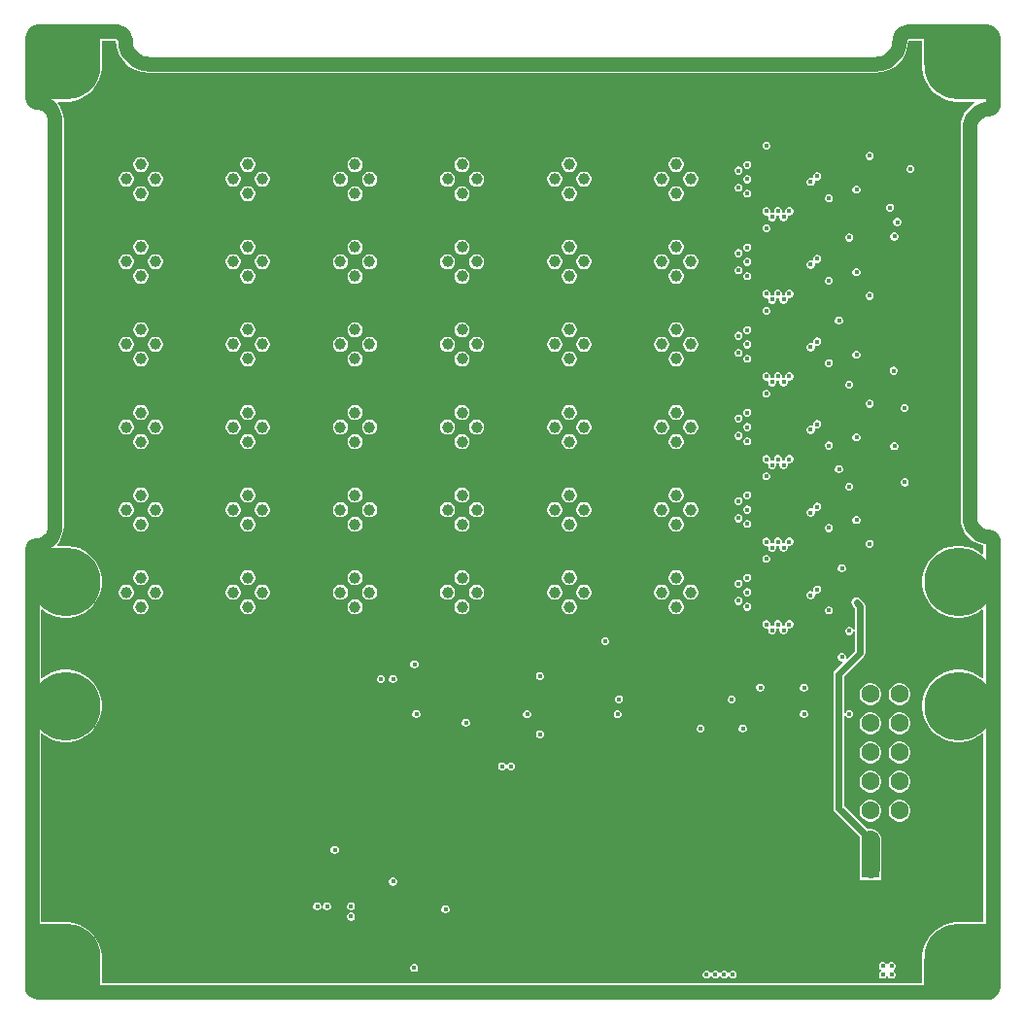
<source format=gbr>
G04*
G04 #@! TF.GenerationSoftware,Altium Limited,Altium Designer,24.1.2 (44)*
G04*
G04 Layer_Physical_Order=2*
G04 Layer_Color=36540*
%FSLAX44Y44*%
%MOMM*%
G71*
G04*
G04 #@! TF.SameCoordinates,AE1A08C2-C3D6-4CBA-8CC8-208B27F027D9*
G04*
G04*
G04 #@! TF.FilePolarity,Positive*
G04*
G01*
G75*
%ADD14C,1.2700*%
%ADD33C,0.6000*%
%ADD35R,2.6000X2.2573*%
%ADD36R,6.3349X2.4639*%
%ADD37R,2.9365X2.0292*%
%ADD38R,3.3072X1.7892*%
%ADD39R,5.9717X2.9650*%
%ADD40R,1.2068X1.1540*%
%ADD41R,2.9679X1.7786*%
%ADD42R,1.8401X2.9958*%
%ADD43R,2.7495X2.9679*%
%ADD44R,2.9650X5.9674*%
%ADD45C,6.0000*%
%ADD46C,1.2000*%
%ADD47C,1.0000*%
%ADD48C,1.6000*%
%ADD49R,1.6000X1.6000*%
%ADD50C,0.4000*%
%ADD51C,1.6000*%
G36*
X782309Y814000D02*
X782500Y813539D01*
Y811521D01*
X783276Y806624D01*
X784808Y801908D01*
X787059Y797490D01*
X789973Y793479D01*
X793479Y789973D01*
X797490Y787059D01*
X801908Y784808D01*
X806624Y783276D01*
X811521Y782500D01*
X813741D01*
X814000Y782393D01*
X827944D01*
X828253Y781161D01*
X826491Y780219D01*
X822806Y777195D01*
X819782Y773510D01*
X817535Y769306D01*
X816151Y764744D01*
X815704Y760208D01*
X815704D01*
X815732Y758954D01*
Y612286D01*
Y492287D01*
Y420000D01*
X815683D01*
X816150Y415256D01*
X817534Y410694D01*
X819781Y406490D01*
X822805Y402805D01*
X826490Y399781D01*
X830694Y397534D01*
X835256Y396150D01*
X835732Y396103D01*
Y388475D01*
X834973Y388161D01*
X834462Y388070D01*
X830510Y390941D01*
X826092Y393192D01*
X821376Y394724D01*
X816479Y395500D01*
X811521D01*
X806624Y394724D01*
X801908Y393192D01*
X797490Y390941D01*
X793479Y388027D01*
X789973Y384521D01*
X787059Y380510D01*
X784808Y376092D01*
X783276Y371376D01*
X782500Y366479D01*
Y361521D01*
X783276Y356624D01*
X784808Y351908D01*
X787059Y347490D01*
X789973Y343479D01*
X793479Y339973D01*
X797490Y337059D01*
X801908Y334808D01*
X806624Y333276D01*
X811521Y332500D01*
X816479D01*
X821376Y333276D01*
X826092Y334808D01*
X830510Y337059D01*
X834462Y339930D01*
X834973Y339839D01*
X835732Y339525D01*
X835732Y280475D01*
X834973Y280161D01*
X834462Y280070D01*
X830510Y282941D01*
X826092Y285192D01*
X821376Y286724D01*
X816479Y287500D01*
X811521D01*
X806624Y286724D01*
X801908Y285192D01*
X797490Y282941D01*
X793479Y280027D01*
X789973Y276521D01*
X787059Y272510D01*
X784808Y268092D01*
X783276Y263376D01*
X782500Y258479D01*
Y253521D01*
X783276Y248624D01*
X784808Y243908D01*
X787059Y239490D01*
X789973Y235479D01*
X793479Y231973D01*
X797490Y229059D01*
X801908Y226808D01*
X806624Y225276D01*
X811521Y224500D01*
X816479D01*
X821376Y225276D01*
X826092Y226808D01*
X830510Y229059D01*
X834462Y231930D01*
X834973Y231839D01*
X835732Y231525D01*
X835732Y67635D01*
X814000D01*
X813673Y67500D01*
X811521D01*
X806624Y66724D01*
X801908Y65192D01*
X797490Y62941D01*
X793479Y60027D01*
X789973Y56521D01*
X787059Y52510D01*
X784808Y48092D01*
X783276Y43376D01*
X782500Y38479D01*
Y36414D01*
X782329Y36000D01*
Y14268D01*
X67598Y14268D01*
Y36000D01*
X67500Y36236D01*
Y38479D01*
X66724Y43376D01*
X65192Y48092D01*
X62941Y52510D01*
X60027Y56521D01*
X56521Y60027D01*
X52510Y62941D01*
X48092Y65192D01*
X43376Y66724D01*
X38479Y67500D01*
X36356D01*
X36000Y67647D01*
X14268D01*
X14268Y231525D01*
X15027Y231839D01*
X15538Y231930D01*
X19490Y229059D01*
X23908Y226808D01*
X28624Y225276D01*
X33521Y224500D01*
X38479D01*
X43376Y225276D01*
X48092Y226808D01*
X52510Y229059D01*
X56521Y231973D01*
X60027Y235479D01*
X62941Y239490D01*
X65192Y243908D01*
X66724Y248624D01*
X67500Y253521D01*
Y258479D01*
X66724Y263376D01*
X65192Y268092D01*
X62941Y272510D01*
X60027Y276521D01*
X56521Y280027D01*
X52510Y282941D01*
X48092Y285192D01*
X43376Y286724D01*
X38479Y287500D01*
X33521D01*
X28624Y286724D01*
X23908Y285192D01*
X19490Y282941D01*
X15538Y280070D01*
X15027Y280161D01*
X14268Y280475D01*
Y339525D01*
X15027Y339839D01*
X15538Y339930D01*
X19490Y337059D01*
X23908Y334808D01*
X28624Y333276D01*
X33521Y332500D01*
X38479D01*
X43376Y333276D01*
X48092Y334808D01*
X52510Y337059D01*
X56521Y339973D01*
X60027Y343479D01*
X62941Y347490D01*
X65192Y351908D01*
X66724Y356624D01*
X67500Y361521D01*
Y366479D01*
X66724Y371376D01*
X65192Y376092D01*
X62941Y380510D01*
X60027Y384521D01*
X56521Y388027D01*
X52510Y390941D01*
X48092Y393192D01*
X43376Y394724D01*
X38479Y395500D01*
X36177D01*
X36000Y395573D01*
X28958D01*
X28415Y396721D01*
X30219Y398920D01*
X32466Y403124D01*
X33850Y407686D01*
X34317Y412430D01*
X34268D01*
Y766130D01*
X34317D01*
X33850Y770874D01*
X32466Y775436D01*
X30219Y779640D01*
X28897Y781252D01*
X29439Y782400D01*
X36000D01*
X36242Y782500D01*
X38479D01*
X43376Y783276D01*
X48092Y784808D01*
X52510Y787059D01*
X56521Y789973D01*
X60027Y793479D01*
X62941Y797490D01*
X65192Y801908D01*
X66724Y806624D01*
X67500Y811521D01*
Y813491D01*
X67595Y813721D01*
Y835732D01*
X79734Y835732D01*
X80061Y831575D01*
X81097Y827259D01*
X82796Y823158D01*
X85115Y819373D01*
X87998Y815998D01*
X91373Y813115D01*
X95158Y810796D01*
X99259Y809097D01*
X103575Y808061D01*
X108000Y807713D01*
Y807732D01*
X742000D01*
Y807713D01*
X746425Y808061D01*
X750741Y809097D01*
X754842Y810796D01*
X758627Y813115D01*
X762002Y815998D01*
X764885Y819373D01*
X767204Y823158D01*
X768903Y827259D01*
X769939Y831575D01*
X770266Y835732D01*
X782309D01*
Y814000D01*
D02*
G37*
%LPC*%
G36*
X647326Y747720D02*
X645934D01*
X644647Y747187D01*
X643663Y746203D01*
X643130Y744916D01*
Y743524D01*
X643663Y742237D01*
X644647Y741253D01*
X645934Y740720D01*
X647326D01*
X648613Y741253D01*
X649597Y742237D01*
X650130Y743524D01*
Y744916D01*
X649597Y746203D01*
X648613Y747187D01*
X647326Y747720D01*
D02*
G37*
G36*
X737296Y738830D02*
X735904D01*
X734617Y738297D01*
X733633Y737313D01*
X733100Y736026D01*
Y734634D01*
X733633Y733347D01*
X734617Y732363D01*
X735904Y731830D01*
X737296D01*
X738583Y732363D01*
X739567Y733347D01*
X740100Y734634D01*
Y736026D01*
X739567Y737313D01*
X738583Y738297D01*
X737296Y738830D01*
D02*
G37*
G36*
X630616Y731000D02*
X629224D01*
X627937Y730467D01*
X626953Y729482D01*
X626420Y728196D01*
Y726804D01*
X626953Y725517D01*
X627937Y724533D01*
X629224Y724000D01*
X630616D01*
X631903Y724533D01*
X632887Y725517D01*
X633420Y726804D01*
Y728196D01*
X632887Y729482D01*
X631903Y730467D01*
X630616Y731000D01*
D02*
G37*
G36*
X568956Y734200D02*
X567244D01*
X565591Y733757D01*
X564109Y732901D01*
X562899Y731691D01*
X562043Y730209D01*
X561600Y728556D01*
Y726844D01*
X562043Y725191D01*
X562899Y723709D01*
X564109Y722499D01*
X565591Y721643D01*
X567244Y721200D01*
X568956D01*
X570609Y721643D01*
X572091Y722499D01*
X573301Y723709D01*
X574157Y725191D01*
X574600Y726844D01*
Y728556D01*
X574157Y730209D01*
X573301Y731691D01*
X572091Y732901D01*
X570609Y733757D01*
X568956Y734200D01*
D02*
G37*
G36*
X475616D02*
X473904D01*
X472251Y733757D01*
X470769Y732901D01*
X469559Y731691D01*
X468703Y730209D01*
X468260Y728556D01*
Y726844D01*
X468703Y725191D01*
X469559Y723709D01*
X470769Y722499D01*
X472251Y721643D01*
X473904Y721200D01*
X475616D01*
X477269Y721643D01*
X478751Y722499D01*
X479961Y723709D01*
X480817Y725191D01*
X481260Y726844D01*
Y728556D01*
X480817Y730209D01*
X479961Y731691D01*
X478751Y732901D01*
X477269Y733757D01*
X475616Y734200D01*
D02*
G37*
G36*
X382276D02*
X380564D01*
X378911Y733757D01*
X377429Y732901D01*
X376219Y731691D01*
X375363Y730209D01*
X374920Y728556D01*
Y726844D01*
X375363Y725191D01*
X376219Y723709D01*
X377429Y722499D01*
X378911Y721643D01*
X380564Y721200D01*
X382276D01*
X383929Y721643D01*
X385411Y722499D01*
X386621Y723709D01*
X387477Y725191D01*
X387920Y726844D01*
Y728556D01*
X387477Y730209D01*
X386621Y731691D01*
X385411Y732901D01*
X383929Y733757D01*
X382276Y734200D01*
D02*
G37*
G36*
X288936D02*
X287224D01*
X285571Y733757D01*
X284089Y732901D01*
X282879Y731691D01*
X282023Y730209D01*
X281580Y728556D01*
Y726844D01*
X282023Y725191D01*
X282879Y723709D01*
X284089Y722499D01*
X285571Y721643D01*
X287224Y721200D01*
X288936D01*
X290589Y721643D01*
X292071Y722499D01*
X293281Y723709D01*
X294137Y725191D01*
X294580Y726844D01*
Y728556D01*
X294137Y730209D01*
X293281Y731691D01*
X292071Y732901D01*
X290589Y733757D01*
X288936Y734200D01*
D02*
G37*
G36*
X195596D02*
X193884D01*
X192231Y733757D01*
X190749Y732901D01*
X189539Y731691D01*
X188683Y730209D01*
X188240Y728556D01*
Y726844D01*
X188683Y725191D01*
X189539Y723709D01*
X190749Y722499D01*
X192231Y721643D01*
X193884Y721200D01*
X195596D01*
X197249Y721643D01*
X198731Y722499D01*
X199941Y723709D01*
X200797Y725191D01*
X201240Y726844D01*
Y728556D01*
X200797Y730209D01*
X199941Y731691D01*
X198731Y732901D01*
X197249Y733757D01*
X195596Y734200D01*
D02*
G37*
G36*
X102256D02*
X100544D01*
X98891Y733757D01*
X97409Y732901D01*
X96199Y731691D01*
X95343Y730209D01*
X94900Y728556D01*
Y726844D01*
X95343Y725191D01*
X96199Y723709D01*
X97409Y722499D01*
X98891Y721643D01*
X100544Y721200D01*
X102256D01*
X103909Y721643D01*
X105391Y722499D01*
X106601Y723709D01*
X107457Y725191D01*
X107900Y726844D01*
Y728556D01*
X107457Y730209D01*
X106601Y731691D01*
X105391Y732901D01*
X103909Y733757D01*
X102256Y734200D01*
D02*
G37*
G36*
X772856Y727400D02*
X771464D01*
X770177Y726867D01*
X769193Y725883D01*
X768660Y724596D01*
Y723204D01*
X769193Y721917D01*
X770177Y720933D01*
X771464Y720400D01*
X772856D01*
X774143Y720933D01*
X775127Y721917D01*
X775660Y723204D01*
Y724596D01*
X775127Y725883D01*
X774143Y726867D01*
X772856Y727400D01*
D02*
G37*
G36*
X622996Y726000D02*
X621604D01*
X620317Y725467D01*
X619333Y724482D01*
X618800Y723196D01*
Y721804D01*
X619333Y720517D01*
X620317Y719533D01*
X621604Y719000D01*
X622996D01*
X624283Y719533D01*
X625267Y720517D01*
X625800Y721804D01*
Y723196D01*
X625267Y724482D01*
X624283Y725467D01*
X622996Y726000D01*
D02*
G37*
G36*
X691576Y721000D02*
X690184D01*
X688897Y720467D01*
X687913Y719482D01*
X687380Y718196D01*
Y716804D01*
X687402Y716751D01*
X686430Y715779D01*
X685896Y716000D01*
X684504D01*
X683218Y715467D01*
X682233Y714482D01*
X681700Y713196D01*
Y711804D01*
X682233Y710517D01*
X683218Y709533D01*
X684504Y709000D01*
X685896D01*
X687183Y709533D01*
X688167Y710517D01*
X688700Y711804D01*
Y713196D01*
X688678Y713249D01*
X689650Y714221D01*
X690184Y714000D01*
X691576D01*
X692863Y714533D01*
X693847Y715517D01*
X694380Y716804D01*
Y718196D01*
X693847Y719482D01*
X692863Y720467D01*
X691576Y721000D01*
D02*
G37*
G36*
X630616Y718500D02*
X629224D01*
X627937Y717967D01*
X626953Y716982D01*
X626420Y715696D01*
Y714304D01*
X626953Y713017D01*
X627937Y712033D01*
X629224Y711500D01*
X630616D01*
X631903Y712033D01*
X632887Y713017D01*
X633420Y714304D01*
Y715696D01*
X632887Y716982D01*
X631903Y717967D01*
X630616Y718500D01*
D02*
G37*
G36*
X581656Y721500D02*
X579944D01*
X578291Y721057D01*
X576809Y720201D01*
X575599Y718991D01*
X574743Y717509D01*
X574300Y715856D01*
Y714144D01*
X574743Y712491D01*
X575599Y711009D01*
X576809Y709799D01*
X578291Y708943D01*
X579944Y708500D01*
X581656D01*
X583309Y708943D01*
X584791Y709799D01*
X586001Y711009D01*
X586857Y712491D01*
X587300Y714144D01*
Y715856D01*
X586857Y717509D01*
X586001Y718991D01*
X584791Y720201D01*
X583309Y721057D01*
X581656Y721500D01*
D02*
G37*
G36*
X556256D02*
X554544D01*
X552891Y721057D01*
X551409Y720201D01*
X550199Y718991D01*
X549343Y717509D01*
X548900Y715856D01*
Y714144D01*
X549343Y712491D01*
X550199Y711009D01*
X551409Y709799D01*
X552891Y708943D01*
X554544Y708500D01*
X556256D01*
X557909Y708943D01*
X559391Y709799D01*
X560601Y711009D01*
X561457Y712491D01*
X561900Y714144D01*
Y715856D01*
X561457Y717509D01*
X560601Y718991D01*
X559391Y720201D01*
X557909Y721057D01*
X556256Y721500D01*
D02*
G37*
G36*
X488316D02*
X486604D01*
X484951Y721057D01*
X483469Y720201D01*
X482259Y718991D01*
X481403Y717509D01*
X480960Y715856D01*
Y714144D01*
X481403Y712491D01*
X482259Y711009D01*
X483469Y709799D01*
X484951Y708943D01*
X486604Y708500D01*
X488316D01*
X489969Y708943D01*
X491451Y709799D01*
X492661Y711009D01*
X493517Y712491D01*
X493960Y714144D01*
Y715856D01*
X493517Y717509D01*
X492661Y718991D01*
X491451Y720201D01*
X489969Y721057D01*
X488316Y721500D01*
D02*
G37*
G36*
X462916D02*
X461204D01*
X459551Y721057D01*
X458069Y720201D01*
X456859Y718991D01*
X456003Y717509D01*
X455560Y715856D01*
Y714144D01*
X456003Y712491D01*
X456859Y711009D01*
X458069Y709799D01*
X459551Y708943D01*
X461204Y708500D01*
X462916D01*
X464569Y708943D01*
X466051Y709799D01*
X467261Y711009D01*
X468117Y712491D01*
X468560Y714144D01*
Y715856D01*
X468117Y717509D01*
X467261Y718991D01*
X466051Y720201D01*
X464569Y721057D01*
X462916Y721500D01*
D02*
G37*
G36*
X394976D02*
X393264D01*
X391611Y721057D01*
X390129Y720201D01*
X388919Y718991D01*
X388063Y717509D01*
X387620Y715856D01*
Y714144D01*
X388063Y712491D01*
X388919Y711009D01*
X390129Y709799D01*
X391611Y708943D01*
X393264Y708500D01*
X394976D01*
X396629Y708943D01*
X398111Y709799D01*
X399321Y711009D01*
X400177Y712491D01*
X400620Y714144D01*
Y715856D01*
X400177Y717509D01*
X399321Y718991D01*
X398111Y720201D01*
X396629Y721057D01*
X394976Y721500D01*
D02*
G37*
G36*
X369576D02*
X367864D01*
X366211Y721057D01*
X364729Y720201D01*
X363519Y718991D01*
X362663Y717509D01*
X362220Y715856D01*
Y714144D01*
X362663Y712491D01*
X363519Y711009D01*
X364729Y709799D01*
X366211Y708943D01*
X367864Y708500D01*
X369576D01*
X371229Y708943D01*
X372711Y709799D01*
X373921Y711009D01*
X374777Y712491D01*
X375220Y714144D01*
Y715856D01*
X374777Y717509D01*
X373921Y718991D01*
X372711Y720201D01*
X371229Y721057D01*
X369576Y721500D01*
D02*
G37*
G36*
X301636D02*
X299924D01*
X298271Y721057D01*
X296789Y720201D01*
X295579Y718991D01*
X294723Y717509D01*
X294280Y715856D01*
Y714144D01*
X294723Y712491D01*
X295579Y711009D01*
X296789Y709799D01*
X298271Y708943D01*
X299924Y708500D01*
X301636D01*
X303289Y708943D01*
X304771Y709799D01*
X305981Y711009D01*
X306837Y712491D01*
X307280Y714144D01*
Y715856D01*
X306837Y717509D01*
X305981Y718991D01*
X304771Y720201D01*
X303289Y721057D01*
X301636Y721500D01*
D02*
G37*
G36*
X276236D02*
X274524D01*
X272871Y721057D01*
X271389Y720201D01*
X270179Y718991D01*
X269323Y717509D01*
X268880Y715856D01*
Y714144D01*
X269323Y712491D01*
X270179Y711009D01*
X271389Y709799D01*
X272871Y708943D01*
X274524Y708500D01*
X276236D01*
X277889Y708943D01*
X279371Y709799D01*
X280581Y711009D01*
X281437Y712491D01*
X281880Y714144D01*
Y715856D01*
X281437Y717509D01*
X280581Y718991D01*
X279371Y720201D01*
X277889Y721057D01*
X276236Y721500D01*
D02*
G37*
G36*
X208296D02*
X206584D01*
X204931Y721057D01*
X203449Y720201D01*
X202239Y718991D01*
X201383Y717509D01*
X200940Y715856D01*
Y714144D01*
X201383Y712491D01*
X202239Y711009D01*
X203449Y709799D01*
X204931Y708943D01*
X206584Y708500D01*
X208296D01*
X209949Y708943D01*
X211431Y709799D01*
X212641Y711009D01*
X213497Y712491D01*
X213940Y714144D01*
Y715856D01*
X213497Y717509D01*
X212641Y718991D01*
X211431Y720201D01*
X209949Y721057D01*
X208296Y721500D01*
D02*
G37*
G36*
X182896D02*
X181184D01*
X179531Y721057D01*
X178049Y720201D01*
X176839Y718991D01*
X175983Y717509D01*
X175540Y715856D01*
Y714144D01*
X175983Y712491D01*
X176839Y711009D01*
X178049Y709799D01*
X179531Y708943D01*
X181184Y708500D01*
X182896D01*
X184549Y708943D01*
X186031Y709799D01*
X187241Y711009D01*
X188097Y712491D01*
X188540Y714144D01*
Y715856D01*
X188097Y717509D01*
X187241Y718991D01*
X186031Y720201D01*
X184549Y721057D01*
X182896Y721500D01*
D02*
G37*
G36*
X114956D02*
X113244D01*
X111591Y721057D01*
X110109Y720201D01*
X108899Y718991D01*
X108043Y717509D01*
X107600Y715856D01*
Y714144D01*
X108043Y712491D01*
X108899Y711009D01*
X110109Y709799D01*
X111591Y708943D01*
X113244Y708500D01*
X114956D01*
X116609Y708943D01*
X118091Y709799D01*
X119301Y711009D01*
X120157Y712491D01*
X120600Y714144D01*
Y715856D01*
X120157Y717509D01*
X119301Y718991D01*
X118091Y720201D01*
X116609Y721057D01*
X114956Y721500D01*
D02*
G37*
G36*
X89556D02*
X87844D01*
X86191Y721057D01*
X84709Y720201D01*
X83499Y718991D01*
X82643Y717509D01*
X82200Y715856D01*
Y714144D01*
X82643Y712491D01*
X83499Y711009D01*
X84709Y709799D01*
X86191Y708943D01*
X87844Y708500D01*
X89556D01*
X91209Y708943D01*
X92691Y709799D01*
X93901Y711009D01*
X94757Y712491D01*
X95200Y714144D01*
Y715856D01*
X94757Y717509D01*
X93901Y718991D01*
X92691Y720201D01*
X91209Y721057D01*
X89556Y721500D01*
D02*
G37*
G36*
X622996Y711000D02*
X621604D01*
X620317Y710467D01*
X619333Y709482D01*
X618800Y708196D01*
Y706804D01*
X619333Y705517D01*
X620317Y704533D01*
X621604Y704000D01*
X622996D01*
X624283Y704533D01*
X625267Y705517D01*
X625800Y706804D01*
Y708196D01*
X625267Y709482D01*
X624283Y710467D01*
X622996Y711000D01*
D02*
G37*
G36*
X725866Y709500D02*
X724474D01*
X723187Y708967D01*
X722203Y707982D01*
X721670Y706696D01*
Y705304D01*
X722203Y704017D01*
X723187Y703033D01*
X724474Y702500D01*
X725866D01*
X727153Y703033D01*
X728137Y704017D01*
X728670Y705304D01*
Y706696D01*
X728137Y707982D01*
X727153Y708967D01*
X725866Y709500D01*
D02*
G37*
G36*
X630616Y706000D02*
X629224D01*
X627937Y705467D01*
X626953Y704482D01*
X626420Y703196D01*
Y701804D01*
X626953Y700517D01*
X627937Y699533D01*
X629224Y699000D01*
X630616D01*
X631903Y699533D01*
X632887Y700517D01*
X633420Y701804D01*
Y703196D01*
X632887Y704482D01*
X631903Y705467D01*
X630616Y706000D01*
D02*
G37*
G36*
X568956Y708800D02*
X567244D01*
X565591Y708357D01*
X564109Y707501D01*
X562899Y706291D01*
X562043Y704809D01*
X561600Y703156D01*
Y701444D01*
X562043Y699791D01*
X562899Y698309D01*
X564109Y697099D01*
X565591Y696243D01*
X567244Y695800D01*
X568956D01*
X570609Y696243D01*
X572091Y697099D01*
X573301Y698309D01*
X574157Y699791D01*
X574600Y701444D01*
Y703156D01*
X574157Y704809D01*
X573301Y706291D01*
X572091Y707501D01*
X570609Y708357D01*
X568956Y708800D01*
D02*
G37*
G36*
X475616D02*
X473904D01*
X472251Y708357D01*
X470769Y707501D01*
X469559Y706291D01*
X468703Y704809D01*
X468260Y703156D01*
Y701444D01*
X468703Y699791D01*
X469559Y698309D01*
X470769Y697099D01*
X472251Y696243D01*
X473904Y695800D01*
X475616D01*
X477269Y696243D01*
X478751Y697099D01*
X479961Y698309D01*
X480817Y699791D01*
X481260Y701444D01*
Y703156D01*
X480817Y704809D01*
X479961Y706291D01*
X478751Y707501D01*
X477269Y708357D01*
X475616Y708800D01*
D02*
G37*
G36*
X382276D02*
X380564D01*
X378911Y708357D01*
X377429Y707501D01*
X376219Y706291D01*
X375363Y704809D01*
X374920Y703156D01*
Y701444D01*
X375363Y699791D01*
X376219Y698309D01*
X377429Y697099D01*
X378911Y696243D01*
X380564Y695800D01*
X382276D01*
X383929Y696243D01*
X385411Y697099D01*
X386621Y698309D01*
X387477Y699791D01*
X387920Y701444D01*
Y703156D01*
X387477Y704809D01*
X386621Y706291D01*
X385411Y707501D01*
X383929Y708357D01*
X382276Y708800D01*
D02*
G37*
G36*
X288936D02*
X287224D01*
X285571Y708357D01*
X284089Y707501D01*
X282879Y706291D01*
X282023Y704809D01*
X281580Y703156D01*
Y701444D01*
X282023Y699791D01*
X282879Y698309D01*
X284089Y697099D01*
X285571Y696243D01*
X287224Y695800D01*
X288936D01*
X290589Y696243D01*
X292071Y697099D01*
X293281Y698309D01*
X294137Y699791D01*
X294580Y701444D01*
Y703156D01*
X294137Y704809D01*
X293281Y706291D01*
X292071Y707501D01*
X290589Y708357D01*
X288936Y708800D01*
D02*
G37*
G36*
X195596D02*
X193884D01*
X192231Y708357D01*
X190749Y707501D01*
X189539Y706291D01*
X188683Y704809D01*
X188240Y703156D01*
Y701444D01*
X188683Y699791D01*
X189539Y698309D01*
X190749Y697099D01*
X192231Y696243D01*
X193884Y695800D01*
X195596D01*
X197249Y696243D01*
X198731Y697099D01*
X199941Y698309D01*
X200797Y699791D01*
X201240Y701444D01*
Y703156D01*
X200797Y704809D01*
X199941Y706291D01*
X198731Y707501D01*
X197249Y708357D01*
X195596Y708800D01*
D02*
G37*
G36*
X102256D02*
X100544D01*
X98891Y708357D01*
X97409Y707501D01*
X96199Y706291D01*
X95343Y704809D01*
X94900Y703156D01*
Y701444D01*
X95343Y699791D01*
X96199Y698309D01*
X97409Y697099D01*
X98891Y696243D01*
X100544Y695800D01*
X102256D01*
X103909Y696243D01*
X105391Y697099D01*
X106601Y698309D01*
X107457Y699791D01*
X107900Y701444D01*
Y703156D01*
X107457Y704809D01*
X106601Y706291D01*
X105391Y707501D01*
X103909Y708357D01*
X102256Y708800D01*
D02*
G37*
G36*
X701735Y701907D02*
X700343D01*
X699056Y701375D01*
X698072Y700390D01*
X697539Y699104D01*
Y697711D01*
X698072Y696425D01*
X699056Y695440D01*
X700343Y694907D01*
X701735D01*
X703021Y695440D01*
X704006Y696425D01*
X704539Y697711D01*
Y699104D01*
X704006Y700390D01*
X703021Y701375D01*
X701735Y701907D01*
D02*
G37*
G36*
X755076Y693580D02*
X753684D01*
X752397Y693047D01*
X751413Y692063D01*
X750880Y690776D01*
Y689384D01*
X751413Y688097D01*
X752397Y687113D01*
X753684Y686580D01*
X755076D01*
X756363Y687113D01*
X757347Y688097D01*
X757880Y689384D01*
Y690776D01*
X757347Y692063D01*
X756363Y693047D01*
X755076Y693580D01*
D02*
G37*
G36*
X667326Y690570D02*
X665934D01*
X664647Y690037D01*
X663663Y689053D01*
X663130Y687766D01*
Y686532D01*
X662754Y686044D01*
X662121Y685490D01*
X661139D01*
X660506Y686044D01*
X660130Y686532D01*
Y687766D01*
X659597Y689053D01*
X658613Y690037D01*
X657326Y690570D01*
X655934D01*
X654647Y690037D01*
X653663Y689053D01*
X653130Y687766D01*
Y686532D01*
X652754Y686044D01*
X652121Y685490D01*
X651139D01*
X650506Y686044D01*
X650130Y686532D01*
Y687766D01*
X649597Y689053D01*
X648613Y690037D01*
X647326Y690570D01*
X645934D01*
X644647Y690037D01*
X643663Y689053D01*
X643130Y687766D01*
Y686374D01*
X643663Y685087D01*
X644647Y684103D01*
X645934Y683570D01*
X647121D01*
X647754Y683016D01*
X648130Y682528D01*
Y681294D01*
X648663Y680007D01*
X649647Y679023D01*
X650934Y678490D01*
X652326D01*
X653613Y679023D01*
X654597Y680007D01*
X655130Y681294D01*
Y682528D01*
X655506Y683016D01*
X656139Y683570D01*
X657121D01*
X657754Y683016D01*
X658130Y682528D01*
Y681294D01*
X658663Y680007D01*
X659647Y679023D01*
X660934Y678490D01*
X662326D01*
X663613Y679023D01*
X664597Y680007D01*
X665130Y681294D01*
Y682528D01*
X665506Y683016D01*
X666139Y683570D01*
X667326D01*
X668613Y684103D01*
X669597Y685087D01*
X670130Y686374D01*
Y687766D01*
X669597Y689053D01*
X668613Y690037D01*
X667326Y690570D01*
D02*
G37*
G36*
X761426Y681080D02*
X760034D01*
X758747Y680547D01*
X757763Y679563D01*
X757230Y678276D01*
Y676884D01*
X757763Y675597D01*
X758747Y674613D01*
X760034Y674080D01*
X761426D01*
X762713Y674613D01*
X763697Y675597D01*
X764230Y676884D01*
Y678276D01*
X763697Y679563D01*
X762713Y680547D01*
X761426Y681080D01*
D02*
G37*
G36*
X647326Y675720D02*
X645934D01*
X644647Y675187D01*
X643663Y674203D01*
X643130Y672916D01*
Y671524D01*
X643663Y670237D01*
X644647Y669253D01*
X645934Y668720D01*
X647326D01*
X648613Y669253D01*
X649597Y670237D01*
X650130Y671524D01*
Y672916D01*
X649597Y674203D01*
X648613Y675187D01*
X647326Y675720D01*
D02*
G37*
G36*
X758886Y668580D02*
X757494D01*
X756207Y668047D01*
X755223Y667063D01*
X754690Y665776D01*
Y664384D01*
X755223Y663097D01*
X756207Y662113D01*
X757494Y661580D01*
X758886D01*
X760173Y662113D01*
X761157Y663097D01*
X761690Y664384D01*
Y665776D01*
X761157Y667063D01*
X760173Y668047D01*
X758886Y668580D01*
D02*
G37*
G36*
X719517Y667710D02*
X718125D01*
X716838Y667177D01*
X715854Y666193D01*
X715321Y664906D01*
Y663514D01*
X715854Y662227D01*
X716838Y661243D01*
X718125Y660710D01*
X719517D01*
X720803Y661243D01*
X721788Y662227D01*
X722321Y663514D01*
Y664906D01*
X721788Y666193D01*
X720803Y667177D01*
X719517Y667710D01*
D02*
G37*
G36*
X630616Y659000D02*
X629224D01*
X627937Y658467D01*
X626953Y657483D01*
X626420Y656196D01*
Y654804D01*
X626953Y653517D01*
X627937Y652533D01*
X629224Y652000D01*
X630616D01*
X631903Y652533D01*
X632887Y653517D01*
X633420Y654804D01*
Y656196D01*
X632887Y657483D01*
X631903Y658467D01*
X630616Y659000D01*
D02*
G37*
G36*
X568956Y662200D02*
X567244D01*
X565591Y661757D01*
X564109Y660901D01*
X562899Y659691D01*
X562043Y658209D01*
X561600Y656556D01*
Y654844D01*
X562043Y653191D01*
X562899Y651709D01*
X564109Y650499D01*
X565591Y649643D01*
X567244Y649200D01*
X568956D01*
X570609Y649643D01*
X572091Y650499D01*
X573301Y651709D01*
X574157Y653191D01*
X574600Y654844D01*
Y656556D01*
X574157Y658209D01*
X573301Y659691D01*
X572091Y660901D01*
X570609Y661757D01*
X568956Y662200D01*
D02*
G37*
G36*
X475616D02*
X473904D01*
X472251Y661757D01*
X470769Y660901D01*
X469559Y659691D01*
X468703Y658209D01*
X468260Y656556D01*
Y654844D01*
X468703Y653191D01*
X469559Y651709D01*
X470769Y650499D01*
X472251Y649643D01*
X473904Y649200D01*
X475616D01*
X477269Y649643D01*
X478751Y650499D01*
X479961Y651709D01*
X480817Y653191D01*
X481260Y654844D01*
Y656556D01*
X480817Y658209D01*
X479961Y659691D01*
X478751Y660901D01*
X477269Y661757D01*
X475616Y662200D01*
D02*
G37*
G36*
X382276D02*
X380564D01*
X378911Y661757D01*
X377429Y660901D01*
X376219Y659691D01*
X375363Y658209D01*
X374920Y656556D01*
Y654844D01*
X375363Y653191D01*
X376219Y651709D01*
X377429Y650499D01*
X378911Y649643D01*
X380564Y649200D01*
X382276D01*
X383929Y649643D01*
X385411Y650499D01*
X386621Y651709D01*
X387477Y653191D01*
X387920Y654844D01*
Y656556D01*
X387477Y658209D01*
X386621Y659691D01*
X385411Y660901D01*
X383929Y661757D01*
X382276Y662200D01*
D02*
G37*
G36*
X288936D02*
X287224D01*
X285571Y661757D01*
X284089Y660901D01*
X282879Y659691D01*
X282023Y658209D01*
X281580Y656556D01*
Y654844D01*
X282023Y653191D01*
X282879Y651709D01*
X284089Y650499D01*
X285571Y649643D01*
X287224Y649200D01*
X288936D01*
X290589Y649643D01*
X292071Y650499D01*
X293281Y651709D01*
X294137Y653191D01*
X294580Y654844D01*
Y656556D01*
X294137Y658209D01*
X293281Y659691D01*
X292071Y660901D01*
X290589Y661757D01*
X288936Y662200D01*
D02*
G37*
G36*
X195596D02*
X193884D01*
X192231Y661757D01*
X190749Y660901D01*
X189539Y659691D01*
X188683Y658209D01*
X188240Y656556D01*
Y654844D01*
X188683Y653191D01*
X189539Y651709D01*
X190749Y650499D01*
X192231Y649643D01*
X193884Y649200D01*
X195596D01*
X197249Y649643D01*
X198731Y650499D01*
X199941Y651709D01*
X200797Y653191D01*
X201240Y654844D01*
Y656556D01*
X200797Y658209D01*
X199941Y659691D01*
X198731Y660901D01*
X197249Y661757D01*
X195596Y662200D01*
D02*
G37*
G36*
X102256D02*
X100544D01*
X98891Y661757D01*
X97409Y660901D01*
X96199Y659691D01*
X95343Y658209D01*
X94900Y656556D01*
Y654844D01*
X95343Y653191D01*
X96199Y651709D01*
X97409Y650499D01*
X98891Y649643D01*
X100544Y649200D01*
X102256D01*
X103909Y649643D01*
X105391Y650499D01*
X106601Y651709D01*
X107457Y653191D01*
X107900Y654844D01*
Y656556D01*
X107457Y658209D01*
X106601Y659691D01*
X105391Y660901D01*
X103909Y661757D01*
X102256Y662200D01*
D02*
G37*
G36*
X622996Y654000D02*
X621604D01*
X620317Y653467D01*
X619333Y652483D01*
X618800Y651196D01*
Y649804D01*
X619333Y648517D01*
X620317Y647533D01*
X621604Y647000D01*
X622996D01*
X624283Y647533D01*
X625267Y648517D01*
X625800Y649804D01*
Y651196D01*
X625267Y652483D01*
X624283Y653467D01*
X622996Y654000D01*
D02*
G37*
G36*
X691576Y649000D02*
X690184D01*
X688897Y648467D01*
X687913Y647483D01*
X687380Y646196D01*
Y644804D01*
X687402Y644751D01*
X686430Y643779D01*
X685896Y644000D01*
X684504D01*
X683218Y643467D01*
X682233Y642483D01*
X681700Y641196D01*
Y639804D01*
X682233Y638517D01*
X683218Y637533D01*
X684504Y637000D01*
X685896D01*
X687183Y637533D01*
X688167Y638517D01*
X688700Y639804D01*
Y641196D01*
X688678Y641249D01*
X689650Y642221D01*
X690184Y642000D01*
X691576D01*
X692863Y642533D01*
X693847Y643517D01*
X694380Y644804D01*
Y646196D01*
X693847Y647483D01*
X692863Y648467D01*
X691576Y649000D01*
D02*
G37*
G36*
X630616Y646500D02*
X629224D01*
X627937Y645967D01*
X626953Y644983D01*
X626420Y643696D01*
Y642304D01*
X626953Y641017D01*
X627937Y640033D01*
X629224Y639500D01*
X630616D01*
X631903Y640033D01*
X632887Y641017D01*
X633420Y642304D01*
Y643696D01*
X632887Y644983D01*
X631903Y645967D01*
X630616Y646500D01*
D02*
G37*
G36*
X581656Y649500D02*
X579944D01*
X578291Y649057D01*
X576809Y648201D01*
X575599Y646991D01*
X574743Y645509D01*
X574300Y643856D01*
Y642144D01*
X574743Y640491D01*
X575599Y639009D01*
X576809Y637799D01*
X578291Y636943D01*
X579944Y636500D01*
X581656D01*
X583309Y636943D01*
X584791Y637799D01*
X586001Y639009D01*
X586857Y640491D01*
X587300Y642144D01*
Y643856D01*
X586857Y645509D01*
X586001Y646991D01*
X584791Y648201D01*
X583309Y649057D01*
X581656Y649500D01*
D02*
G37*
G36*
X556256D02*
X554544D01*
X552891Y649057D01*
X551409Y648201D01*
X550199Y646991D01*
X549343Y645509D01*
X548900Y643856D01*
Y642144D01*
X549343Y640491D01*
X550199Y639009D01*
X551409Y637799D01*
X552891Y636943D01*
X554544Y636500D01*
X556256D01*
X557909Y636943D01*
X559391Y637799D01*
X560601Y639009D01*
X561457Y640491D01*
X561900Y642144D01*
Y643856D01*
X561457Y645509D01*
X560601Y646991D01*
X559391Y648201D01*
X557909Y649057D01*
X556256Y649500D01*
D02*
G37*
G36*
X488316D02*
X486604D01*
X484951Y649057D01*
X483469Y648201D01*
X482259Y646991D01*
X481403Y645509D01*
X480960Y643856D01*
Y642144D01*
X481403Y640491D01*
X482259Y639009D01*
X483469Y637799D01*
X484951Y636943D01*
X486604Y636500D01*
X488316D01*
X489969Y636943D01*
X491451Y637799D01*
X492661Y639009D01*
X493517Y640491D01*
X493960Y642144D01*
Y643856D01*
X493517Y645509D01*
X492661Y646991D01*
X491451Y648201D01*
X489969Y649057D01*
X488316Y649500D01*
D02*
G37*
G36*
X462916D02*
X461204D01*
X459551Y649057D01*
X458069Y648201D01*
X456859Y646991D01*
X456003Y645509D01*
X455560Y643856D01*
Y642144D01*
X456003Y640491D01*
X456859Y639009D01*
X458069Y637799D01*
X459551Y636943D01*
X461204Y636500D01*
X462916D01*
X464569Y636943D01*
X466051Y637799D01*
X467261Y639009D01*
X468117Y640491D01*
X468560Y642144D01*
Y643856D01*
X468117Y645509D01*
X467261Y646991D01*
X466051Y648201D01*
X464569Y649057D01*
X462916Y649500D01*
D02*
G37*
G36*
X394976D02*
X393264D01*
X391611Y649057D01*
X390129Y648201D01*
X388919Y646991D01*
X388063Y645509D01*
X387620Y643856D01*
Y642144D01*
X388063Y640491D01*
X388919Y639009D01*
X390129Y637799D01*
X391611Y636943D01*
X393264Y636500D01*
X394976D01*
X396629Y636943D01*
X398111Y637799D01*
X399321Y639009D01*
X400177Y640491D01*
X400620Y642144D01*
Y643856D01*
X400177Y645509D01*
X399321Y646991D01*
X398111Y648201D01*
X396629Y649057D01*
X394976Y649500D01*
D02*
G37*
G36*
X369576D02*
X367864D01*
X366211Y649057D01*
X364729Y648201D01*
X363519Y646991D01*
X362663Y645509D01*
X362220Y643856D01*
Y642144D01*
X362663Y640491D01*
X363519Y639009D01*
X364729Y637799D01*
X366211Y636943D01*
X367864Y636500D01*
X369576D01*
X371229Y636943D01*
X372711Y637799D01*
X373921Y639009D01*
X374777Y640491D01*
X375220Y642144D01*
Y643856D01*
X374777Y645509D01*
X373921Y646991D01*
X372711Y648201D01*
X371229Y649057D01*
X369576Y649500D01*
D02*
G37*
G36*
X301636D02*
X299924D01*
X298271Y649057D01*
X296789Y648201D01*
X295579Y646991D01*
X294723Y645509D01*
X294280Y643856D01*
Y642144D01*
X294723Y640491D01*
X295579Y639009D01*
X296789Y637799D01*
X298271Y636943D01*
X299924Y636500D01*
X301636D01*
X303289Y636943D01*
X304771Y637799D01*
X305981Y639009D01*
X306837Y640491D01*
X307280Y642144D01*
Y643856D01*
X306837Y645509D01*
X305981Y646991D01*
X304771Y648201D01*
X303289Y649057D01*
X301636Y649500D01*
D02*
G37*
G36*
X276236D02*
X274524D01*
X272871Y649057D01*
X271389Y648201D01*
X270179Y646991D01*
X269323Y645509D01*
X268880Y643856D01*
Y642144D01*
X269323Y640491D01*
X270179Y639009D01*
X271389Y637799D01*
X272871Y636943D01*
X274524Y636500D01*
X276236D01*
X277889Y636943D01*
X279371Y637799D01*
X280581Y639009D01*
X281437Y640491D01*
X281880Y642144D01*
Y643856D01*
X281437Y645509D01*
X280581Y646991D01*
X279371Y648201D01*
X277889Y649057D01*
X276236Y649500D01*
D02*
G37*
G36*
X208296D02*
X206584D01*
X204931Y649057D01*
X203449Y648201D01*
X202239Y646991D01*
X201383Y645509D01*
X200940Y643856D01*
Y642144D01*
X201383Y640491D01*
X202239Y639009D01*
X203449Y637799D01*
X204931Y636943D01*
X206584Y636500D01*
X208296D01*
X209949Y636943D01*
X211431Y637799D01*
X212641Y639009D01*
X213497Y640491D01*
X213940Y642144D01*
Y643856D01*
X213497Y645509D01*
X212641Y646991D01*
X211431Y648201D01*
X209949Y649057D01*
X208296Y649500D01*
D02*
G37*
G36*
X182896D02*
X181184D01*
X179531Y649057D01*
X178049Y648201D01*
X176839Y646991D01*
X175983Y645509D01*
X175540Y643856D01*
Y642144D01*
X175983Y640491D01*
X176839Y639009D01*
X178049Y637799D01*
X179531Y636943D01*
X181184Y636500D01*
X182896D01*
X184549Y636943D01*
X186031Y637799D01*
X187241Y639009D01*
X188097Y640491D01*
X188540Y642144D01*
Y643856D01*
X188097Y645509D01*
X187241Y646991D01*
X186031Y648201D01*
X184549Y649057D01*
X182896Y649500D01*
D02*
G37*
G36*
X114956D02*
X113244D01*
X111591Y649057D01*
X110109Y648201D01*
X108899Y646991D01*
X108043Y645509D01*
X107600Y643856D01*
Y642144D01*
X108043Y640491D01*
X108899Y639009D01*
X110109Y637799D01*
X111591Y636943D01*
X113244Y636500D01*
X114956D01*
X116609Y636943D01*
X118091Y637799D01*
X119301Y639009D01*
X120157Y640491D01*
X120600Y642144D01*
Y643856D01*
X120157Y645509D01*
X119301Y646991D01*
X118091Y648201D01*
X116609Y649057D01*
X114956Y649500D01*
D02*
G37*
G36*
X89556D02*
X87844D01*
X86191Y649057D01*
X84709Y648201D01*
X83499Y646991D01*
X82643Y645509D01*
X82200Y643856D01*
Y642144D01*
X82643Y640491D01*
X83499Y639009D01*
X84709Y637799D01*
X86191Y636943D01*
X87844Y636500D01*
X89556D01*
X91209Y636943D01*
X92691Y637799D01*
X93901Y639009D01*
X94757Y640491D01*
X95200Y642144D01*
Y643856D01*
X94757Y645509D01*
X93901Y646991D01*
X92691Y648201D01*
X91209Y649057D01*
X89556Y649500D01*
D02*
G37*
G36*
X622996Y639000D02*
X621604D01*
X620317Y638467D01*
X619333Y637482D01*
X618800Y636196D01*
Y634804D01*
X619333Y633517D01*
X620317Y632533D01*
X621604Y632000D01*
X622996D01*
X624283Y632533D01*
X625267Y633517D01*
X625800Y634804D01*
Y636196D01*
X625267Y637482D01*
X624283Y638467D01*
X622996Y639000D01*
D02*
G37*
G36*
X725866Y637500D02*
X724474D01*
X723187Y636967D01*
X722203Y635983D01*
X721670Y634696D01*
Y633304D01*
X722203Y632017D01*
X723187Y631033D01*
X724474Y630500D01*
X725866D01*
X727153Y631033D01*
X728137Y632017D01*
X728670Y633304D01*
Y634696D01*
X728137Y635983D01*
X727153Y636967D01*
X725866Y637500D01*
D02*
G37*
G36*
X630616Y634000D02*
X629224D01*
X627937Y633467D01*
X626953Y632482D01*
X626420Y631196D01*
Y629804D01*
X626953Y628517D01*
X627937Y627533D01*
X629224Y627000D01*
X630616D01*
X631903Y627533D01*
X632887Y628517D01*
X633420Y629804D01*
Y631196D01*
X632887Y632482D01*
X631903Y633467D01*
X630616Y634000D01*
D02*
G37*
G36*
X568956Y636800D02*
X567244D01*
X565591Y636357D01*
X564109Y635501D01*
X562899Y634291D01*
X562043Y632809D01*
X561600Y631156D01*
Y629444D01*
X562043Y627791D01*
X562899Y626309D01*
X564109Y625099D01*
X565591Y624243D01*
X567244Y623800D01*
X568956D01*
X570609Y624243D01*
X572091Y625099D01*
X573301Y626309D01*
X574157Y627791D01*
X574600Y629444D01*
Y631156D01*
X574157Y632809D01*
X573301Y634291D01*
X572091Y635501D01*
X570609Y636357D01*
X568956Y636800D01*
D02*
G37*
G36*
X475616D02*
X473904D01*
X472251Y636357D01*
X470769Y635501D01*
X469559Y634291D01*
X468703Y632809D01*
X468260Y631156D01*
Y629444D01*
X468703Y627791D01*
X469559Y626309D01*
X470769Y625099D01*
X472251Y624243D01*
X473904Y623800D01*
X475616D01*
X477269Y624243D01*
X478751Y625099D01*
X479961Y626309D01*
X480817Y627791D01*
X481260Y629444D01*
Y631156D01*
X480817Y632809D01*
X479961Y634291D01*
X478751Y635501D01*
X477269Y636357D01*
X475616Y636800D01*
D02*
G37*
G36*
X382276D02*
X380564D01*
X378911Y636357D01*
X377429Y635501D01*
X376219Y634291D01*
X375363Y632809D01*
X374920Y631156D01*
Y629444D01*
X375363Y627791D01*
X376219Y626309D01*
X377429Y625099D01*
X378911Y624243D01*
X380564Y623800D01*
X382276D01*
X383929Y624243D01*
X385411Y625099D01*
X386621Y626309D01*
X387477Y627791D01*
X387920Y629444D01*
Y631156D01*
X387477Y632809D01*
X386621Y634291D01*
X385411Y635501D01*
X383929Y636357D01*
X382276Y636800D01*
D02*
G37*
G36*
X288936D02*
X287224D01*
X285571Y636357D01*
X284089Y635501D01*
X282879Y634291D01*
X282023Y632809D01*
X281580Y631156D01*
Y629444D01*
X282023Y627791D01*
X282879Y626309D01*
X284089Y625099D01*
X285571Y624243D01*
X287224Y623800D01*
X288936D01*
X290589Y624243D01*
X292071Y625099D01*
X293281Y626309D01*
X294137Y627791D01*
X294580Y629444D01*
Y631156D01*
X294137Y632809D01*
X293281Y634291D01*
X292071Y635501D01*
X290589Y636357D01*
X288936Y636800D01*
D02*
G37*
G36*
X195596D02*
X193884D01*
X192231Y636357D01*
X190749Y635501D01*
X189539Y634291D01*
X188683Y632809D01*
X188240Y631156D01*
Y629444D01*
X188683Y627791D01*
X189539Y626309D01*
X190749Y625099D01*
X192231Y624243D01*
X193884Y623800D01*
X195596D01*
X197249Y624243D01*
X198731Y625099D01*
X199941Y626309D01*
X200797Y627791D01*
X201240Y629444D01*
Y631156D01*
X200797Y632809D01*
X199941Y634291D01*
X198731Y635501D01*
X197249Y636357D01*
X195596Y636800D01*
D02*
G37*
G36*
X102256D02*
X100544D01*
X98891Y636357D01*
X97409Y635501D01*
X96199Y634291D01*
X95343Y632809D01*
X94900Y631156D01*
Y629444D01*
X95343Y627791D01*
X96199Y626309D01*
X97409Y625099D01*
X98891Y624243D01*
X100544Y623800D01*
X102256D01*
X103909Y624243D01*
X105391Y625099D01*
X106601Y626309D01*
X107457Y627791D01*
X107900Y629444D01*
Y631156D01*
X107457Y632809D01*
X106601Y634291D01*
X105391Y635501D01*
X103909Y636357D01*
X102256Y636800D01*
D02*
G37*
G36*
X701735Y630067D02*
X700343D01*
X699056Y629534D01*
X698072Y628550D01*
X697539Y627263D01*
Y625871D01*
X698072Y624584D01*
X699056Y623600D01*
X700343Y623067D01*
X701735D01*
X703021Y623600D01*
X704006Y624584D01*
X704539Y625871D01*
Y627263D01*
X704006Y628550D01*
X703021Y629534D01*
X701735Y630067D01*
D02*
G37*
G36*
X667326Y618570D02*
X665934D01*
X664647Y618037D01*
X663663Y617053D01*
X663130Y615766D01*
Y614532D01*
X662754Y614044D01*
X662121Y613490D01*
X661139D01*
X660506Y614044D01*
X660130Y614532D01*
Y615766D01*
X659597Y617053D01*
X658613Y618037D01*
X657326Y618570D01*
X655934D01*
X654647Y618037D01*
X653663Y617053D01*
X653130Y615766D01*
Y614532D01*
X652754Y614044D01*
X652121Y613490D01*
X651139D01*
X650506Y614044D01*
X650130Y614532D01*
Y615766D01*
X649597Y617053D01*
X648613Y618037D01*
X647326Y618570D01*
X645934D01*
X644647Y618037D01*
X643663Y617053D01*
X643130Y615766D01*
Y614374D01*
X643663Y613087D01*
X644647Y612103D01*
X645934Y611570D01*
X647121D01*
X647754Y611016D01*
X648130Y610528D01*
Y609294D01*
X648663Y608007D01*
X649647Y607023D01*
X650934Y606490D01*
X652326D01*
X653613Y607023D01*
X654597Y608007D01*
X655130Y609294D01*
Y610528D01*
X655506Y611016D01*
X656139Y611570D01*
X657121D01*
X657754Y611016D01*
X658130Y610528D01*
Y609294D01*
X658663Y608007D01*
X659647Y607023D01*
X660934Y606490D01*
X662326D01*
X663613Y607023D01*
X664597Y608007D01*
X665130Y609294D01*
Y610528D01*
X665506Y611016D01*
X666139Y611570D01*
X667326D01*
X668613Y612103D01*
X669597Y613087D01*
X670130Y614374D01*
Y615766D01*
X669597Y617053D01*
X668613Y618037D01*
X667326Y618570D01*
D02*
G37*
G36*
X737296Y616910D02*
X735904D01*
X734617Y616377D01*
X733633Y615393D01*
X733100Y614106D01*
Y612714D01*
X733633Y611427D01*
X734617Y610443D01*
X735904Y609910D01*
X737296D01*
X738583Y610443D01*
X739567Y611427D01*
X740100Y612714D01*
Y614106D01*
X739567Y615393D01*
X738583Y616377D01*
X737296Y616910D01*
D02*
G37*
G36*
X647326Y603720D02*
X645934D01*
X644647Y603187D01*
X643663Y602203D01*
X643130Y600916D01*
Y599524D01*
X643663Y598237D01*
X644647Y597253D01*
X645934Y596720D01*
X647326D01*
X648613Y597253D01*
X649597Y598237D01*
X650130Y599524D01*
Y600916D01*
X649597Y602203D01*
X648613Y603187D01*
X647326Y603720D01*
D02*
G37*
G36*
X710626Y595320D02*
X709234D01*
X707947Y594787D01*
X706963Y593803D01*
X706430Y592516D01*
Y591124D01*
X706963Y589837D01*
X707947Y588853D01*
X709234Y588320D01*
X710626D01*
X711913Y588853D01*
X712897Y589837D01*
X713430Y591124D01*
Y592516D01*
X712897Y593803D01*
X711913Y594787D01*
X710626Y595320D01*
D02*
G37*
G36*
X630616Y587000D02*
X629224D01*
X627937Y586467D01*
X626953Y585482D01*
X626420Y584196D01*
Y582804D01*
X626953Y581517D01*
X627937Y580533D01*
X629224Y580000D01*
X630616D01*
X631903Y580533D01*
X632887Y581517D01*
X633420Y582804D01*
Y584196D01*
X632887Y585482D01*
X631903Y586467D01*
X630616Y587000D01*
D02*
G37*
G36*
X568956Y590200D02*
X567244D01*
X565591Y589757D01*
X564109Y588901D01*
X562899Y587691D01*
X562043Y586209D01*
X561600Y584556D01*
Y582844D01*
X562043Y581191D01*
X562899Y579709D01*
X564109Y578499D01*
X565591Y577643D01*
X567244Y577200D01*
X568956D01*
X570609Y577643D01*
X572091Y578499D01*
X573301Y579709D01*
X574157Y581191D01*
X574600Y582844D01*
Y584556D01*
X574157Y586209D01*
X573301Y587691D01*
X572091Y588901D01*
X570609Y589757D01*
X568956Y590200D01*
D02*
G37*
G36*
X475616D02*
X473904D01*
X472251Y589757D01*
X470769Y588901D01*
X469559Y587691D01*
X468703Y586209D01*
X468260Y584556D01*
Y582844D01*
X468703Y581191D01*
X469559Y579709D01*
X470769Y578499D01*
X472251Y577643D01*
X473904Y577200D01*
X475616D01*
X477269Y577643D01*
X478751Y578499D01*
X479961Y579709D01*
X480817Y581191D01*
X481260Y582844D01*
Y584556D01*
X480817Y586209D01*
X479961Y587691D01*
X478751Y588901D01*
X477269Y589757D01*
X475616Y590200D01*
D02*
G37*
G36*
X382276D02*
X380564D01*
X378911Y589757D01*
X377429Y588901D01*
X376219Y587691D01*
X375363Y586209D01*
X374920Y584556D01*
Y582844D01*
X375363Y581191D01*
X376219Y579709D01*
X377429Y578499D01*
X378911Y577643D01*
X380564Y577200D01*
X382276D01*
X383929Y577643D01*
X385411Y578499D01*
X386621Y579709D01*
X387477Y581191D01*
X387920Y582844D01*
Y584556D01*
X387477Y586209D01*
X386621Y587691D01*
X385411Y588901D01*
X383929Y589757D01*
X382276Y590200D01*
D02*
G37*
G36*
X288936D02*
X287224D01*
X285571Y589757D01*
X284089Y588901D01*
X282879Y587691D01*
X282023Y586209D01*
X281580Y584556D01*
Y582844D01*
X282023Y581191D01*
X282879Y579709D01*
X284089Y578499D01*
X285571Y577643D01*
X287224Y577200D01*
X288936D01*
X290589Y577643D01*
X292071Y578499D01*
X293281Y579709D01*
X294137Y581191D01*
X294580Y582844D01*
Y584556D01*
X294137Y586209D01*
X293281Y587691D01*
X292071Y588901D01*
X290589Y589757D01*
X288936Y590200D01*
D02*
G37*
G36*
X195596D02*
X193884D01*
X192231Y589757D01*
X190749Y588901D01*
X189539Y587691D01*
X188683Y586209D01*
X188240Y584556D01*
Y582844D01*
X188683Y581191D01*
X189539Y579709D01*
X190749Y578499D01*
X192231Y577643D01*
X193884Y577200D01*
X195596D01*
X197249Y577643D01*
X198731Y578499D01*
X199941Y579709D01*
X200797Y581191D01*
X201240Y582844D01*
Y584556D01*
X200797Y586209D01*
X199941Y587691D01*
X198731Y588901D01*
X197249Y589757D01*
X195596Y590200D01*
D02*
G37*
G36*
X102256D02*
X100544D01*
X98891Y589757D01*
X97409Y588901D01*
X96199Y587691D01*
X95343Y586209D01*
X94900Y584556D01*
Y582844D01*
X95343Y581191D01*
X96199Y579709D01*
X97409Y578499D01*
X98891Y577643D01*
X100544Y577200D01*
X102256D01*
X103909Y577643D01*
X105391Y578499D01*
X106601Y579709D01*
X107457Y581191D01*
X107900Y582844D01*
Y584556D01*
X107457Y586209D01*
X106601Y587691D01*
X105391Y588901D01*
X103909Y589757D01*
X102256Y590200D01*
D02*
G37*
G36*
X622996Y582000D02*
X621604D01*
X620317Y581467D01*
X619333Y580483D01*
X618800Y579196D01*
Y577804D01*
X619333Y576517D01*
X620317Y575533D01*
X621604Y575000D01*
X622996D01*
X624283Y575533D01*
X625267Y576517D01*
X625800Y577804D01*
Y579196D01*
X625267Y580483D01*
X624283Y581467D01*
X622996Y582000D01*
D02*
G37*
G36*
X691576Y577000D02*
X690184D01*
X688897Y576467D01*
X687913Y575482D01*
X687380Y574196D01*
Y572804D01*
X687402Y572751D01*
X686430Y571779D01*
X685896Y572000D01*
X684504D01*
X683218Y571467D01*
X682233Y570483D01*
X681700Y569196D01*
Y567804D01*
X682233Y566517D01*
X683218Y565533D01*
X684504Y565000D01*
X685896D01*
X687183Y565533D01*
X688167Y566517D01*
X688700Y567804D01*
Y569196D01*
X688678Y569249D01*
X689650Y570221D01*
X690184Y570000D01*
X691576D01*
X692863Y570533D01*
X693847Y571517D01*
X694380Y572804D01*
Y574196D01*
X693847Y575482D01*
X692863Y576467D01*
X691576Y577000D01*
D02*
G37*
G36*
X630616Y574500D02*
X629224D01*
X627937Y573967D01*
X626953Y572982D01*
X626420Y571696D01*
Y570304D01*
X626953Y569017D01*
X627937Y568033D01*
X629224Y567500D01*
X630616D01*
X631903Y568033D01*
X632887Y569017D01*
X633420Y570304D01*
Y571696D01*
X632887Y572982D01*
X631903Y573967D01*
X630616Y574500D01*
D02*
G37*
G36*
X581656Y577500D02*
X579944D01*
X578291Y577057D01*
X576809Y576201D01*
X575599Y574991D01*
X574743Y573509D01*
X574300Y571856D01*
Y570144D01*
X574743Y568491D01*
X575599Y567009D01*
X576809Y565799D01*
X578291Y564943D01*
X579944Y564500D01*
X581656D01*
X583309Y564943D01*
X584791Y565799D01*
X586001Y567009D01*
X586857Y568491D01*
X587300Y570144D01*
Y571856D01*
X586857Y573509D01*
X586001Y574991D01*
X584791Y576201D01*
X583309Y577057D01*
X581656Y577500D01*
D02*
G37*
G36*
X556256D02*
X554544D01*
X552891Y577057D01*
X551409Y576201D01*
X550199Y574991D01*
X549343Y573509D01*
X548900Y571856D01*
Y570144D01*
X549343Y568491D01*
X550199Y567009D01*
X551409Y565799D01*
X552891Y564943D01*
X554544Y564500D01*
X556256D01*
X557909Y564943D01*
X559391Y565799D01*
X560601Y567009D01*
X561457Y568491D01*
X561900Y570144D01*
Y571856D01*
X561457Y573509D01*
X560601Y574991D01*
X559391Y576201D01*
X557909Y577057D01*
X556256Y577500D01*
D02*
G37*
G36*
X488316D02*
X486604D01*
X484951Y577057D01*
X483469Y576201D01*
X482259Y574991D01*
X481403Y573509D01*
X480960Y571856D01*
Y570144D01*
X481403Y568491D01*
X482259Y567009D01*
X483469Y565799D01*
X484951Y564943D01*
X486604Y564500D01*
X488316D01*
X489969Y564943D01*
X491451Y565799D01*
X492661Y567009D01*
X493517Y568491D01*
X493960Y570144D01*
Y571856D01*
X493517Y573509D01*
X492661Y574991D01*
X491451Y576201D01*
X489969Y577057D01*
X488316Y577500D01*
D02*
G37*
G36*
X462916D02*
X461204D01*
X459551Y577057D01*
X458069Y576201D01*
X456859Y574991D01*
X456003Y573509D01*
X455560Y571856D01*
Y570144D01*
X456003Y568491D01*
X456859Y567009D01*
X458069Y565799D01*
X459551Y564943D01*
X461204Y564500D01*
X462916D01*
X464569Y564943D01*
X466051Y565799D01*
X467261Y567009D01*
X468117Y568491D01*
X468560Y570144D01*
Y571856D01*
X468117Y573509D01*
X467261Y574991D01*
X466051Y576201D01*
X464569Y577057D01*
X462916Y577500D01*
D02*
G37*
G36*
X394976D02*
X393264D01*
X391611Y577057D01*
X390129Y576201D01*
X388919Y574991D01*
X388063Y573509D01*
X387620Y571856D01*
Y570144D01*
X388063Y568491D01*
X388919Y567009D01*
X390129Y565799D01*
X391611Y564943D01*
X393264Y564500D01*
X394976D01*
X396629Y564943D01*
X398111Y565799D01*
X399321Y567009D01*
X400177Y568491D01*
X400620Y570144D01*
Y571856D01*
X400177Y573509D01*
X399321Y574991D01*
X398111Y576201D01*
X396629Y577057D01*
X394976Y577500D01*
D02*
G37*
G36*
X369576D02*
X367864D01*
X366211Y577057D01*
X364729Y576201D01*
X363519Y574991D01*
X362663Y573509D01*
X362220Y571856D01*
Y570144D01*
X362663Y568491D01*
X363519Y567009D01*
X364729Y565799D01*
X366211Y564943D01*
X367864Y564500D01*
X369576D01*
X371229Y564943D01*
X372711Y565799D01*
X373921Y567009D01*
X374777Y568491D01*
X375220Y570144D01*
Y571856D01*
X374777Y573509D01*
X373921Y574991D01*
X372711Y576201D01*
X371229Y577057D01*
X369576Y577500D01*
D02*
G37*
G36*
X301636D02*
X299924D01*
X298271Y577057D01*
X296789Y576201D01*
X295579Y574991D01*
X294723Y573509D01*
X294280Y571856D01*
Y570144D01*
X294723Y568491D01*
X295579Y567009D01*
X296789Y565799D01*
X298271Y564943D01*
X299924Y564500D01*
X301636D01*
X303289Y564943D01*
X304771Y565799D01*
X305981Y567009D01*
X306837Y568491D01*
X307280Y570144D01*
Y571856D01*
X306837Y573509D01*
X305981Y574991D01*
X304771Y576201D01*
X303289Y577057D01*
X301636Y577500D01*
D02*
G37*
G36*
X276236D02*
X274524D01*
X272871Y577057D01*
X271389Y576201D01*
X270179Y574991D01*
X269323Y573509D01*
X268880Y571856D01*
Y570144D01*
X269323Y568491D01*
X270179Y567009D01*
X271389Y565799D01*
X272871Y564943D01*
X274524Y564500D01*
X276236D01*
X277889Y564943D01*
X279371Y565799D01*
X280581Y567009D01*
X281437Y568491D01*
X281880Y570144D01*
Y571856D01*
X281437Y573509D01*
X280581Y574991D01*
X279371Y576201D01*
X277889Y577057D01*
X276236Y577500D01*
D02*
G37*
G36*
X208296D02*
X206584D01*
X204931Y577057D01*
X203449Y576201D01*
X202239Y574991D01*
X201383Y573509D01*
X200940Y571856D01*
Y570144D01*
X201383Y568491D01*
X202239Y567009D01*
X203449Y565799D01*
X204931Y564943D01*
X206584Y564500D01*
X208296D01*
X209949Y564943D01*
X211431Y565799D01*
X212641Y567009D01*
X213497Y568491D01*
X213940Y570144D01*
Y571856D01*
X213497Y573509D01*
X212641Y574991D01*
X211431Y576201D01*
X209949Y577057D01*
X208296Y577500D01*
D02*
G37*
G36*
X182896D02*
X181184D01*
X179531Y577057D01*
X178049Y576201D01*
X176839Y574991D01*
X175983Y573509D01*
X175540Y571856D01*
Y570144D01*
X175983Y568491D01*
X176839Y567009D01*
X178049Y565799D01*
X179531Y564943D01*
X181184Y564500D01*
X182896D01*
X184549Y564943D01*
X186031Y565799D01*
X187241Y567009D01*
X188097Y568491D01*
X188540Y570144D01*
Y571856D01*
X188097Y573509D01*
X187241Y574991D01*
X186031Y576201D01*
X184549Y577057D01*
X182896Y577500D01*
D02*
G37*
G36*
X114956D02*
X113244D01*
X111591Y577057D01*
X110109Y576201D01*
X108899Y574991D01*
X108043Y573509D01*
X107600Y571856D01*
Y570144D01*
X108043Y568491D01*
X108899Y567009D01*
X110109Y565799D01*
X111591Y564943D01*
X113244Y564500D01*
X114956D01*
X116609Y564943D01*
X118091Y565799D01*
X119301Y567009D01*
X120157Y568491D01*
X120600Y570144D01*
Y571856D01*
X120157Y573509D01*
X119301Y574991D01*
X118091Y576201D01*
X116609Y577057D01*
X114956Y577500D01*
D02*
G37*
G36*
X89556D02*
X87844D01*
X86191Y577057D01*
X84709Y576201D01*
X83499Y574991D01*
X82643Y573509D01*
X82200Y571856D01*
Y570144D01*
X82643Y568491D01*
X83499Y567009D01*
X84709Y565799D01*
X86191Y564943D01*
X87844Y564500D01*
X89556D01*
X91209Y564943D01*
X92691Y565799D01*
X93901Y567009D01*
X94757Y568491D01*
X95200Y570144D01*
Y571856D01*
X94757Y573509D01*
X93901Y574991D01*
X92691Y576201D01*
X91209Y577057D01*
X89556Y577500D01*
D02*
G37*
G36*
X622996Y567000D02*
X621604D01*
X620317Y566467D01*
X619333Y565482D01*
X618800Y564196D01*
Y562804D01*
X619333Y561517D01*
X620317Y560533D01*
X621604Y560000D01*
X622996D01*
X624283Y560533D01*
X625267Y561517D01*
X625800Y562804D01*
Y564196D01*
X625267Y565482D01*
X624283Y566467D01*
X622996Y567000D01*
D02*
G37*
G36*
X725866Y565500D02*
X724474D01*
X723187Y564967D01*
X722203Y563983D01*
X721670Y562696D01*
Y561304D01*
X722203Y560017D01*
X723187Y559033D01*
X724474Y558500D01*
X725866D01*
X727153Y559033D01*
X728137Y560017D01*
X728670Y561304D01*
Y562696D01*
X728137Y563983D01*
X727153Y564967D01*
X725866Y565500D01*
D02*
G37*
G36*
X630616Y562000D02*
X629224D01*
X627937Y561467D01*
X626953Y560482D01*
X626420Y559196D01*
Y557804D01*
X626953Y556517D01*
X627937Y555533D01*
X629224Y555000D01*
X630616D01*
X631903Y555533D01*
X632887Y556517D01*
X633420Y557804D01*
Y559196D01*
X632887Y560482D01*
X631903Y561467D01*
X630616Y562000D01*
D02*
G37*
G36*
X568956Y564800D02*
X567244D01*
X565591Y564357D01*
X564109Y563501D01*
X562899Y562291D01*
X562043Y560809D01*
X561600Y559156D01*
Y557444D01*
X562043Y555791D01*
X562899Y554309D01*
X564109Y553099D01*
X565591Y552243D01*
X567244Y551800D01*
X568956D01*
X570609Y552243D01*
X572091Y553099D01*
X573301Y554309D01*
X574157Y555791D01*
X574600Y557444D01*
Y559156D01*
X574157Y560809D01*
X573301Y562291D01*
X572091Y563501D01*
X570609Y564357D01*
X568956Y564800D01*
D02*
G37*
G36*
X475616D02*
X473904D01*
X472251Y564357D01*
X470769Y563501D01*
X469559Y562291D01*
X468703Y560809D01*
X468260Y559156D01*
Y557444D01*
X468703Y555791D01*
X469559Y554309D01*
X470769Y553099D01*
X472251Y552243D01*
X473904Y551800D01*
X475616D01*
X477269Y552243D01*
X478751Y553099D01*
X479961Y554309D01*
X480817Y555791D01*
X481260Y557444D01*
Y559156D01*
X480817Y560809D01*
X479961Y562291D01*
X478751Y563501D01*
X477269Y564357D01*
X475616Y564800D01*
D02*
G37*
G36*
X382276D02*
X380564D01*
X378911Y564357D01*
X377429Y563501D01*
X376219Y562291D01*
X375363Y560809D01*
X374920Y559156D01*
Y557444D01*
X375363Y555791D01*
X376219Y554309D01*
X377429Y553099D01*
X378911Y552243D01*
X380564Y551800D01*
X382276D01*
X383929Y552243D01*
X385411Y553099D01*
X386621Y554309D01*
X387477Y555791D01*
X387920Y557444D01*
Y559156D01*
X387477Y560809D01*
X386621Y562291D01*
X385411Y563501D01*
X383929Y564357D01*
X382276Y564800D01*
D02*
G37*
G36*
X288936D02*
X287224D01*
X285571Y564357D01*
X284089Y563501D01*
X282879Y562291D01*
X282023Y560809D01*
X281580Y559156D01*
Y557444D01*
X282023Y555791D01*
X282879Y554309D01*
X284089Y553099D01*
X285571Y552243D01*
X287224Y551800D01*
X288936D01*
X290589Y552243D01*
X292071Y553099D01*
X293281Y554309D01*
X294137Y555791D01*
X294580Y557444D01*
Y559156D01*
X294137Y560809D01*
X293281Y562291D01*
X292071Y563501D01*
X290589Y564357D01*
X288936Y564800D01*
D02*
G37*
G36*
X195596D02*
X193884D01*
X192231Y564357D01*
X190749Y563501D01*
X189539Y562291D01*
X188683Y560809D01*
X188240Y559156D01*
Y557444D01*
X188683Y555791D01*
X189539Y554309D01*
X190749Y553099D01*
X192231Y552243D01*
X193884Y551800D01*
X195596D01*
X197249Y552243D01*
X198731Y553099D01*
X199941Y554309D01*
X200797Y555791D01*
X201240Y557444D01*
Y559156D01*
X200797Y560809D01*
X199941Y562291D01*
X198731Y563501D01*
X197249Y564357D01*
X195596Y564800D01*
D02*
G37*
G36*
X102256D02*
X100544D01*
X98891Y564357D01*
X97409Y563501D01*
X96199Y562291D01*
X95343Y560809D01*
X94900Y559156D01*
Y557444D01*
X95343Y555791D01*
X96199Y554309D01*
X97409Y553099D01*
X98891Y552243D01*
X100544Y551800D01*
X102256D01*
X103909Y552243D01*
X105391Y553099D01*
X106601Y554309D01*
X107457Y555791D01*
X107900Y557444D01*
Y559156D01*
X107457Y560809D01*
X106601Y562291D01*
X105391Y563501D01*
X103909Y564357D01*
X102256Y564800D01*
D02*
G37*
G36*
X701735Y558227D02*
X700343D01*
X699056Y557694D01*
X698072Y556709D01*
X697539Y555423D01*
Y554030D01*
X698072Y552744D01*
X699056Y551759D01*
X700343Y551227D01*
X701735D01*
X703021Y551759D01*
X704006Y552744D01*
X704539Y554030D01*
Y555423D01*
X704006Y556709D01*
X703021Y557694D01*
X701735Y558227D01*
D02*
G37*
G36*
X758276Y551530D02*
X756884D01*
X755597Y550997D01*
X754613Y550013D01*
X754080Y548726D01*
Y547334D01*
X754613Y546047D01*
X755597Y545063D01*
X756884Y544530D01*
X758276D01*
X759563Y545063D01*
X760547Y546047D01*
X761080Y547334D01*
Y548726D01*
X760547Y550013D01*
X759563Y550997D01*
X758276Y551530D01*
D02*
G37*
G36*
X667326Y546570D02*
X665934D01*
X664647Y546037D01*
X663663Y545053D01*
X663130Y543766D01*
Y542532D01*
X662754Y542044D01*
X662121Y541490D01*
X661139D01*
X660506Y542044D01*
X660130Y542532D01*
Y543766D01*
X659597Y545053D01*
X658613Y546037D01*
X657326Y546570D01*
X655934D01*
X654647Y546037D01*
X653663Y545053D01*
X653130Y543766D01*
Y542532D01*
X652754Y542044D01*
X652121Y541490D01*
X651139D01*
X650506Y542044D01*
X650130Y542532D01*
Y543766D01*
X649597Y545053D01*
X648613Y546037D01*
X647326Y546570D01*
X645934D01*
X644647Y546037D01*
X643663Y545053D01*
X643130Y543766D01*
Y542374D01*
X643663Y541087D01*
X644647Y540103D01*
X645934Y539570D01*
X647121D01*
X647754Y539016D01*
X648130Y538528D01*
Y537294D01*
X648663Y536007D01*
X649647Y535023D01*
X650934Y534490D01*
X652326D01*
X653613Y535023D01*
X654597Y536007D01*
X655130Y537294D01*
Y538528D01*
X655506Y539016D01*
X656139Y539570D01*
X657121D01*
X657754Y539016D01*
X658130Y538528D01*
Y537294D01*
X658663Y536007D01*
X659647Y535023D01*
X660934Y534490D01*
X662326D01*
X663613Y535023D01*
X664597Y536007D01*
X665130Y537294D01*
Y538528D01*
X665506Y539016D01*
X666139Y539570D01*
X667326D01*
X668613Y540103D01*
X669597Y541087D01*
X670130Y542374D01*
Y543766D01*
X669597Y545053D01*
X668613Y546037D01*
X667326Y546570D01*
D02*
G37*
G36*
X719517Y539440D02*
X718125D01*
X716838Y538907D01*
X715854Y537923D01*
X715321Y536636D01*
Y535244D01*
X715854Y533957D01*
X716838Y532973D01*
X718125Y532440D01*
X719517D01*
X720803Y532973D01*
X721788Y533957D01*
X722321Y535244D01*
Y536636D01*
X721788Y537923D01*
X720803Y538907D01*
X719517Y539440D01*
D02*
G37*
G36*
X647326Y531720D02*
X645934D01*
X644647Y531187D01*
X643663Y530203D01*
X643130Y528916D01*
Y527524D01*
X643663Y526237D01*
X644647Y525253D01*
X645934Y524720D01*
X647326D01*
X648613Y525253D01*
X649597Y526237D01*
X650130Y527524D01*
Y528916D01*
X649597Y530203D01*
X648613Y531187D01*
X647326Y531720D01*
D02*
G37*
G36*
X737296Y522930D02*
X735904D01*
X734617Y522397D01*
X733633Y521413D01*
X733100Y520126D01*
Y518734D01*
X733633Y517447D01*
X734617Y516463D01*
X735904Y515930D01*
X737296D01*
X738583Y516463D01*
X739567Y517447D01*
X740100Y518734D01*
Y520126D01*
X739567Y521413D01*
X738583Y522397D01*
X737296Y522930D01*
D02*
G37*
G36*
X767776Y519120D02*
X766384D01*
X765097Y518587D01*
X764113Y517603D01*
X763580Y516316D01*
Y514924D01*
X764113Y513637D01*
X765097Y512653D01*
X766384Y512120D01*
X767776D01*
X769063Y512653D01*
X770047Y513637D01*
X770580Y514924D01*
Y516316D01*
X770047Y517603D01*
X769063Y518587D01*
X767776Y519120D01*
D02*
G37*
G36*
X630616Y515000D02*
X629224D01*
X627937Y514467D01*
X626953Y513483D01*
X626420Y512196D01*
Y510804D01*
X626953Y509517D01*
X627937Y508533D01*
X629224Y508000D01*
X630616D01*
X631903Y508533D01*
X632887Y509517D01*
X633420Y510804D01*
Y512196D01*
X632887Y513483D01*
X631903Y514467D01*
X630616Y515000D01*
D02*
G37*
G36*
X568956Y518200D02*
X567244D01*
X565591Y517757D01*
X564109Y516901D01*
X562899Y515691D01*
X562043Y514209D01*
X561600Y512556D01*
Y510844D01*
X562043Y509191D01*
X562899Y507709D01*
X564109Y506499D01*
X565591Y505643D01*
X567244Y505200D01*
X568956D01*
X570609Y505643D01*
X572091Y506499D01*
X573301Y507709D01*
X574157Y509191D01*
X574600Y510844D01*
Y512556D01*
X574157Y514209D01*
X573301Y515691D01*
X572091Y516901D01*
X570609Y517757D01*
X568956Y518200D01*
D02*
G37*
G36*
X475616D02*
X473904D01*
X472251Y517757D01*
X470769Y516901D01*
X469559Y515691D01*
X468703Y514209D01*
X468260Y512556D01*
Y510844D01*
X468703Y509191D01*
X469559Y507709D01*
X470769Y506499D01*
X472251Y505643D01*
X473904Y505200D01*
X475616D01*
X477269Y505643D01*
X478751Y506499D01*
X479961Y507709D01*
X480817Y509191D01*
X481260Y510844D01*
Y512556D01*
X480817Y514209D01*
X479961Y515691D01*
X478751Y516901D01*
X477269Y517757D01*
X475616Y518200D01*
D02*
G37*
G36*
X382276D02*
X380564D01*
X378911Y517757D01*
X377429Y516901D01*
X376219Y515691D01*
X375363Y514209D01*
X374920Y512556D01*
Y510844D01*
X375363Y509191D01*
X376219Y507709D01*
X377429Y506499D01*
X378911Y505643D01*
X380564Y505200D01*
X382276D01*
X383929Y505643D01*
X385411Y506499D01*
X386621Y507709D01*
X387477Y509191D01*
X387920Y510844D01*
Y512556D01*
X387477Y514209D01*
X386621Y515691D01*
X385411Y516901D01*
X383929Y517757D01*
X382276Y518200D01*
D02*
G37*
G36*
X288936D02*
X287224D01*
X285571Y517757D01*
X284089Y516901D01*
X282879Y515691D01*
X282023Y514209D01*
X281580Y512556D01*
Y510844D01*
X282023Y509191D01*
X282879Y507709D01*
X284089Y506499D01*
X285571Y505643D01*
X287224Y505200D01*
X288936D01*
X290589Y505643D01*
X292071Y506499D01*
X293281Y507709D01*
X294137Y509191D01*
X294580Y510844D01*
Y512556D01*
X294137Y514209D01*
X293281Y515691D01*
X292071Y516901D01*
X290589Y517757D01*
X288936Y518200D01*
D02*
G37*
G36*
X195596D02*
X193884D01*
X192231Y517757D01*
X190749Y516901D01*
X189539Y515691D01*
X188683Y514209D01*
X188240Y512556D01*
Y510844D01*
X188683Y509191D01*
X189539Y507709D01*
X190749Y506499D01*
X192231Y505643D01*
X193884Y505200D01*
X195596D01*
X197249Y505643D01*
X198731Y506499D01*
X199941Y507709D01*
X200797Y509191D01*
X201240Y510844D01*
Y512556D01*
X200797Y514209D01*
X199941Y515691D01*
X198731Y516901D01*
X197249Y517757D01*
X195596Y518200D01*
D02*
G37*
G36*
X102256D02*
X100544D01*
X98891Y517757D01*
X97409Y516901D01*
X96199Y515691D01*
X95343Y514209D01*
X94900Y512556D01*
Y510844D01*
X95343Y509191D01*
X96199Y507709D01*
X97409Y506499D01*
X98891Y505643D01*
X100544Y505200D01*
X102256D01*
X103909Y505643D01*
X105391Y506499D01*
X106601Y507709D01*
X107457Y509191D01*
X107900Y510844D01*
Y512556D01*
X107457Y514209D01*
X106601Y515691D01*
X105391Y516901D01*
X103909Y517757D01*
X102256Y518200D01*
D02*
G37*
G36*
X622996Y510000D02*
X621604D01*
X620317Y509467D01*
X619333Y508483D01*
X618800Y507196D01*
Y505804D01*
X619333Y504517D01*
X620317Y503533D01*
X621604Y503000D01*
X622996D01*
X624283Y503533D01*
X625267Y504517D01*
X625800Y505804D01*
Y507196D01*
X625267Y508483D01*
X624283Y509467D01*
X622996Y510000D01*
D02*
G37*
G36*
X691576Y505000D02*
X690184D01*
X688897Y504467D01*
X687913Y503483D01*
X687380Y502196D01*
Y500804D01*
X687402Y500751D01*
X686430Y499779D01*
X685896Y500000D01*
X684504D01*
X683218Y499467D01*
X682233Y498483D01*
X681700Y497196D01*
Y495804D01*
X682233Y494517D01*
X683218Y493533D01*
X684504Y493000D01*
X685896D01*
X687183Y493533D01*
X688167Y494517D01*
X688700Y495804D01*
Y497196D01*
X688678Y497249D01*
X689650Y498221D01*
X690184Y498000D01*
X691576D01*
X692863Y498533D01*
X693847Y499517D01*
X694380Y500804D01*
Y502196D01*
X693847Y503483D01*
X692863Y504467D01*
X691576Y505000D01*
D02*
G37*
G36*
X630616Y502500D02*
X629224D01*
X627937Y501967D01*
X626953Y500983D01*
X626420Y499696D01*
Y498304D01*
X626953Y497017D01*
X627937Y496033D01*
X629224Y495500D01*
X630616D01*
X631903Y496033D01*
X632887Y497017D01*
X633420Y498304D01*
Y499696D01*
X632887Y500983D01*
X631903Y501967D01*
X630616Y502500D01*
D02*
G37*
G36*
X581656Y505500D02*
X579944D01*
X578291Y505057D01*
X576809Y504201D01*
X575599Y502991D01*
X574743Y501509D01*
X574300Y499856D01*
Y498144D01*
X574743Y496491D01*
X575599Y495009D01*
X576809Y493799D01*
X578291Y492943D01*
X579944Y492500D01*
X581656D01*
X583309Y492943D01*
X584791Y493799D01*
X586001Y495009D01*
X586857Y496491D01*
X587300Y498144D01*
Y499856D01*
X586857Y501509D01*
X586001Y502991D01*
X584791Y504201D01*
X583309Y505057D01*
X581656Y505500D01*
D02*
G37*
G36*
X556256D02*
X554544D01*
X552891Y505057D01*
X551409Y504201D01*
X550199Y502991D01*
X549343Y501509D01*
X548900Y499856D01*
Y498144D01*
X549343Y496491D01*
X550199Y495009D01*
X551409Y493799D01*
X552891Y492943D01*
X554544Y492500D01*
X556256D01*
X557909Y492943D01*
X559391Y493799D01*
X560601Y495009D01*
X561457Y496491D01*
X561900Y498144D01*
Y499856D01*
X561457Y501509D01*
X560601Y502991D01*
X559391Y504201D01*
X557909Y505057D01*
X556256Y505500D01*
D02*
G37*
G36*
X488316D02*
X486604D01*
X484951Y505057D01*
X483469Y504201D01*
X482259Y502991D01*
X481403Y501509D01*
X480960Y499856D01*
Y498144D01*
X481403Y496491D01*
X482259Y495009D01*
X483469Y493799D01*
X484951Y492943D01*
X486604Y492500D01*
X488316D01*
X489969Y492943D01*
X491451Y493799D01*
X492661Y495009D01*
X493517Y496491D01*
X493960Y498144D01*
Y499856D01*
X493517Y501509D01*
X492661Y502991D01*
X491451Y504201D01*
X489969Y505057D01*
X488316Y505500D01*
D02*
G37*
G36*
X462916D02*
X461204D01*
X459551Y505057D01*
X458069Y504201D01*
X456859Y502991D01*
X456003Y501509D01*
X455560Y499856D01*
Y498144D01*
X456003Y496491D01*
X456859Y495009D01*
X458069Y493799D01*
X459551Y492943D01*
X461204Y492500D01*
X462916D01*
X464569Y492943D01*
X466051Y493799D01*
X467261Y495009D01*
X468117Y496491D01*
X468560Y498144D01*
Y499856D01*
X468117Y501509D01*
X467261Y502991D01*
X466051Y504201D01*
X464569Y505057D01*
X462916Y505500D01*
D02*
G37*
G36*
X394976D02*
X393264D01*
X391611Y505057D01*
X390129Y504201D01*
X388919Y502991D01*
X388063Y501509D01*
X387620Y499856D01*
Y498144D01*
X388063Y496491D01*
X388919Y495009D01*
X390129Y493799D01*
X391611Y492943D01*
X393264Y492500D01*
X394976D01*
X396629Y492943D01*
X398111Y493799D01*
X399321Y495009D01*
X400177Y496491D01*
X400620Y498144D01*
Y499856D01*
X400177Y501509D01*
X399321Y502991D01*
X398111Y504201D01*
X396629Y505057D01*
X394976Y505500D01*
D02*
G37*
G36*
X369576D02*
X367864D01*
X366211Y505057D01*
X364729Y504201D01*
X363519Y502991D01*
X362663Y501509D01*
X362220Y499856D01*
Y498144D01*
X362663Y496491D01*
X363519Y495009D01*
X364729Y493799D01*
X366211Y492943D01*
X367864Y492500D01*
X369576D01*
X371229Y492943D01*
X372711Y493799D01*
X373921Y495009D01*
X374777Y496491D01*
X375220Y498144D01*
Y499856D01*
X374777Y501509D01*
X373921Y502991D01*
X372711Y504201D01*
X371229Y505057D01*
X369576Y505500D01*
D02*
G37*
G36*
X301636D02*
X299924D01*
X298271Y505057D01*
X296789Y504201D01*
X295579Y502991D01*
X294723Y501509D01*
X294280Y499856D01*
Y498144D01*
X294723Y496491D01*
X295579Y495009D01*
X296789Y493799D01*
X298271Y492943D01*
X299924Y492500D01*
X301636D01*
X303289Y492943D01*
X304771Y493799D01*
X305981Y495009D01*
X306837Y496491D01*
X307280Y498144D01*
Y499856D01*
X306837Y501509D01*
X305981Y502991D01*
X304771Y504201D01*
X303289Y505057D01*
X301636Y505500D01*
D02*
G37*
G36*
X276236D02*
X274524D01*
X272871Y505057D01*
X271389Y504201D01*
X270179Y502991D01*
X269323Y501509D01*
X268880Y499856D01*
Y498144D01*
X269323Y496491D01*
X270179Y495009D01*
X271389Y493799D01*
X272871Y492943D01*
X274524Y492500D01*
X276236D01*
X277889Y492943D01*
X279371Y493799D01*
X280581Y495009D01*
X281437Y496491D01*
X281880Y498144D01*
Y499856D01*
X281437Y501509D01*
X280581Y502991D01*
X279371Y504201D01*
X277889Y505057D01*
X276236Y505500D01*
D02*
G37*
G36*
X208296D02*
X206584D01*
X204931Y505057D01*
X203449Y504201D01*
X202239Y502991D01*
X201383Y501509D01*
X200940Y499856D01*
Y498144D01*
X201383Y496491D01*
X202239Y495009D01*
X203449Y493799D01*
X204931Y492943D01*
X206584Y492500D01*
X208296D01*
X209949Y492943D01*
X211431Y493799D01*
X212641Y495009D01*
X213497Y496491D01*
X213940Y498144D01*
Y499856D01*
X213497Y501509D01*
X212641Y502991D01*
X211431Y504201D01*
X209949Y505057D01*
X208296Y505500D01*
D02*
G37*
G36*
X182896D02*
X181184D01*
X179531Y505057D01*
X178049Y504201D01*
X176839Y502991D01*
X175983Y501509D01*
X175540Y499856D01*
Y498144D01*
X175983Y496491D01*
X176839Y495009D01*
X178049Y493799D01*
X179531Y492943D01*
X181184Y492500D01*
X182896D01*
X184549Y492943D01*
X186031Y493799D01*
X187241Y495009D01*
X188097Y496491D01*
X188540Y498144D01*
Y499856D01*
X188097Y501509D01*
X187241Y502991D01*
X186031Y504201D01*
X184549Y505057D01*
X182896Y505500D01*
D02*
G37*
G36*
X114956D02*
X113244D01*
X111591Y505057D01*
X110109Y504201D01*
X108899Y502991D01*
X108043Y501509D01*
X107600Y499856D01*
Y498144D01*
X108043Y496491D01*
X108899Y495009D01*
X110109Y493799D01*
X111591Y492943D01*
X113244Y492500D01*
X114956D01*
X116609Y492943D01*
X118091Y493799D01*
X119301Y495009D01*
X120157Y496491D01*
X120600Y498144D01*
Y499856D01*
X120157Y501509D01*
X119301Y502991D01*
X118091Y504201D01*
X116609Y505057D01*
X114956Y505500D01*
D02*
G37*
G36*
X89556D02*
X87844D01*
X86191Y505057D01*
X84709Y504201D01*
X83499Y502991D01*
X82643Y501509D01*
X82200Y499856D01*
Y498144D01*
X82643Y496491D01*
X83499Y495009D01*
X84709Y493799D01*
X86191Y492943D01*
X87844Y492500D01*
X89556D01*
X91209Y492943D01*
X92691Y493799D01*
X93901Y495009D01*
X94757Y496491D01*
X95200Y498144D01*
Y499856D01*
X94757Y501509D01*
X93901Y502991D01*
X92691Y504201D01*
X91209Y505057D01*
X89556Y505500D01*
D02*
G37*
G36*
X622996Y495000D02*
X621604D01*
X620317Y494467D01*
X619333Y493483D01*
X618800Y492196D01*
Y490804D01*
X619333Y489517D01*
X620317Y488533D01*
X621604Y488000D01*
X622996D01*
X624283Y488533D01*
X625267Y489517D01*
X625800Y490804D01*
Y492196D01*
X625267Y493483D01*
X624283Y494467D01*
X622996Y495000D01*
D02*
G37*
G36*
X725866Y493500D02*
X724474D01*
X723187Y492967D01*
X722203Y491983D01*
X721670Y490696D01*
Y489304D01*
X722203Y488017D01*
X723187Y487033D01*
X724474Y486500D01*
X725866D01*
X727153Y487033D01*
X728137Y488017D01*
X728670Y489304D01*
Y490696D01*
X728137Y491983D01*
X727153Y492967D01*
X725866Y493500D01*
D02*
G37*
G36*
X630616Y490000D02*
X629224D01*
X627937Y489467D01*
X626953Y488483D01*
X626420Y487196D01*
Y485804D01*
X626953Y484517D01*
X627937Y483533D01*
X629224Y483000D01*
X630616D01*
X631903Y483533D01*
X632887Y484517D01*
X633420Y485804D01*
Y487196D01*
X632887Y488483D01*
X631903Y489467D01*
X630616Y490000D01*
D02*
G37*
G36*
X568956Y492800D02*
X567244D01*
X565591Y492357D01*
X564109Y491501D01*
X562899Y490291D01*
X562043Y488809D01*
X561600Y487156D01*
Y485444D01*
X562043Y483791D01*
X562899Y482309D01*
X564109Y481099D01*
X565591Y480243D01*
X567244Y479800D01*
X568956D01*
X570609Y480243D01*
X572091Y481099D01*
X573301Y482309D01*
X574157Y483791D01*
X574600Y485444D01*
Y487156D01*
X574157Y488809D01*
X573301Y490291D01*
X572091Y491501D01*
X570609Y492357D01*
X568956Y492800D01*
D02*
G37*
G36*
X475616D02*
X473904D01*
X472251Y492357D01*
X470769Y491501D01*
X469559Y490291D01*
X468703Y488809D01*
X468260Y487156D01*
Y485444D01*
X468703Y483791D01*
X469559Y482309D01*
X470769Y481099D01*
X472251Y480243D01*
X473904Y479800D01*
X475616D01*
X477269Y480243D01*
X478751Y481099D01*
X479961Y482309D01*
X480817Y483791D01*
X481260Y485444D01*
Y487156D01*
X480817Y488809D01*
X479961Y490291D01*
X478751Y491501D01*
X477269Y492357D01*
X475616Y492800D01*
D02*
G37*
G36*
X382276D02*
X380564D01*
X378911Y492357D01*
X377429Y491501D01*
X376219Y490291D01*
X375363Y488809D01*
X374920Y487156D01*
Y485444D01*
X375363Y483791D01*
X376219Y482309D01*
X377429Y481099D01*
X378911Y480243D01*
X380564Y479800D01*
X382276D01*
X383929Y480243D01*
X385411Y481099D01*
X386621Y482309D01*
X387477Y483791D01*
X387920Y485444D01*
Y487156D01*
X387477Y488809D01*
X386621Y490291D01*
X385411Y491501D01*
X383929Y492357D01*
X382276Y492800D01*
D02*
G37*
G36*
X288936D02*
X287224D01*
X285571Y492357D01*
X284089Y491501D01*
X282879Y490291D01*
X282023Y488809D01*
X281580Y487156D01*
Y485444D01*
X282023Y483791D01*
X282879Y482309D01*
X284089Y481099D01*
X285571Y480243D01*
X287224Y479800D01*
X288936D01*
X290589Y480243D01*
X292071Y481099D01*
X293281Y482309D01*
X294137Y483791D01*
X294580Y485444D01*
Y487156D01*
X294137Y488809D01*
X293281Y490291D01*
X292071Y491501D01*
X290589Y492357D01*
X288936Y492800D01*
D02*
G37*
G36*
X195596D02*
X193884D01*
X192231Y492357D01*
X190749Y491501D01*
X189539Y490291D01*
X188683Y488809D01*
X188240Y487156D01*
Y485444D01*
X188683Y483791D01*
X189539Y482309D01*
X190749Y481099D01*
X192231Y480243D01*
X193884Y479800D01*
X195596D01*
X197249Y480243D01*
X198731Y481099D01*
X199941Y482309D01*
X200797Y483791D01*
X201240Y485444D01*
Y487156D01*
X200797Y488809D01*
X199941Y490291D01*
X198731Y491501D01*
X197249Y492357D01*
X195596Y492800D01*
D02*
G37*
G36*
X102256D02*
X100544D01*
X98891Y492357D01*
X97409Y491501D01*
X96199Y490291D01*
X95343Y488809D01*
X94900Y487156D01*
Y485444D01*
X95343Y483791D01*
X96199Y482309D01*
X97409Y481099D01*
X98891Y480243D01*
X100544Y479800D01*
X102256D01*
X103909Y480243D01*
X105391Y481099D01*
X106601Y482309D01*
X107457Y483791D01*
X107900Y485444D01*
Y487156D01*
X107457Y488809D01*
X106601Y490291D01*
X105391Y491501D01*
X103909Y492357D01*
X102256Y492800D01*
D02*
G37*
G36*
X701735Y486386D02*
X700343D01*
X699056Y485853D01*
X698072Y484869D01*
X697539Y483582D01*
Y482190D01*
X698072Y480904D01*
X699056Y479919D01*
X700343Y479386D01*
X701735D01*
X703021Y479919D01*
X704006Y480904D01*
X704539Y482190D01*
Y483582D01*
X704006Y484869D01*
X703021Y485853D01*
X701735Y486386D01*
D02*
G37*
G36*
X758886Y485863D02*
X757494D01*
X756207Y485331D01*
X755223Y484346D01*
X754690Y483060D01*
Y481667D01*
X755223Y480381D01*
X756207Y479396D01*
X757494Y478863D01*
X758886D01*
X760173Y479396D01*
X761157Y480381D01*
X761690Y481667D01*
Y483060D01*
X761157Y484346D01*
X760173Y485331D01*
X758886Y485863D01*
D02*
G37*
G36*
X667326Y474570D02*
X665934D01*
X664647Y474037D01*
X663663Y473053D01*
X663130Y471766D01*
Y470532D01*
X662754Y470044D01*
X662121Y469490D01*
X661139D01*
X660506Y470044D01*
X660130Y470532D01*
Y471766D01*
X659597Y473053D01*
X658613Y474037D01*
X657326Y474570D01*
X655934D01*
X654647Y474037D01*
X653663Y473053D01*
X653130Y471766D01*
Y470532D01*
X652754Y470044D01*
X652121Y469490D01*
X651139D01*
X650506Y470044D01*
X650130Y470532D01*
Y471766D01*
X649597Y473053D01*
X648613Y474037D01*
X647326Y474570D01*
X645934D01*
X644647Y474037D01*
X643663Y473053D01*
X643130Y471766D01*
Y470374D01*
X643663Y469087D01*
X644647Y468103D01*
X645934Y467570D01*
X647121D01*
X647754Y467016D01*
X648130Y466528D01*
Y465294D01*
X648663Y464007D01*
X649647Y463023D01*
X650934Y462490D01*
X652326D01*
X653613Y463023D01*
X654597Y464007D01*
X655130Y465294D01*
Y466528D01*
X655506Y467016D01*
X656139Y467570D01*
X657121D01*
X657754Y467016D01*
X658130Y466528D01*
Y465294D01*
X658663Y464007D01*
X659647Y463023D01*
X660934Y462490D01*
X662326D01*
X663613Y463023D01*
X664597Y464007D01*
X665130Y465294D01*
Y466528D01*
X665506Y467016D01*
X666139Y467570D01*
X667326D01*
X668613Y468103D01*
X669597Y469087D01*
X670130Y470374D01*
Y471766D01*
X669597Y473053D01*
X668613Y474037D01*
X667326Y474570D01*
D02*
G37*
G36*
X710626Y465780D02*
X709234D01*
X707947Y465247D01*
X706963Y464263D01*
X706430Y462976D01*
Y461584D01*
X706963Y460297D01*
X707947Y459313D01*
X709234Y458780D01*
X710626D01*
X711913Y459313D01*
X712897Y460297D01*
X713430Y461584D01*
Y462976D01*
X712897Y464263D01*
X711913Y465247D01*
X710626Y465780D01*
D02*
G37*
G36*
X647326Y459720D02*
X645934D01*
X644647Y459187D01*
X643663Y458203D01*
X643130Y456916D01*
Y455524D01*
X643663Y454238D01*
X644647Y453253D01*
X645934Y452720D01*
X647326D01*
X648613Y453253D01*
X649597Y454238D01*
X650130Y455524D01*
Y456916D01*
X649597Y458203D01*
X648613Y459187D01*
X647326Y459720D01*
D02*
G37*
G36*
X767976Y454350D02*
X766584D01*
X765297Y453817D01*
X764313Y452833D01*
X763780Y451546D01*
Y450154D01*
X764313Y448867D01*
X765297Y447883D01*
X766584Y447350D01*
X767976D01*
X769263Y447883D01*
X770247Y448867D01*
X770780Y450154D01*
Y451546D01*
X770247Y452833D01*
X769263Y453817D01*
X767976Y454350D01*
D02*
G37*
G36*
X719516Y450540D02*
X718124D01*
X716837Y450007D01*
X715853Y449023D01*
X715320Y447736D01*
Y446344D01*
X715853Y445057D01*
X716837Y444073D01*
X718124Y443540D01*
X719516D01*
X720803Y444073D01*
X721787Y445057D01*
X722320Y446344D01*
Y447736D01*
X721787Y449023D01*
X720803Y450007D01*
X719516Y450540D01*
D02*
G37*
G36*
X630616Y443000D02*
X629224D01*
X627937Y442467D01*
X626953Y441483D01*
X626420Y440196D01*
Y438804D01*
X626953Y437517D01*
X627937Y436533D01*
X629224Y436000D01*
X630616D01*
X631903Y436533D01*
X632887Y437517D01*
X633420Y438804D01*
Y440196D01*
X632887Y441483D01*
X631903Y442467D01*
X630616Y443000D01*
D02*
G37*
G36*
X568956Y446200D02*
X567244D01*
X565591Y445757D01*
X564109Y444901D01*
X562899Y443691D01*
X562043Y442209D01*
X561600Y440556D01*
Y438844D01*
X562043Y437191D01*
X562899Y435709D01*
X564109Y434499D01*
X565591Y433643D01*
X567244Y433200D01*
X568956D01*
X570609Y433643D01*
X572091Y434499D01*
X573301Y435709D01*
X574157Y437191D01*
X574600Y438844D01*
Y440556D01*
X574157Y442209D01*
X573301Y443691D01*
X572091Y444901D01*
X570609Y445757D01*
X568956Y446200D01*
D02*
G37*
G36*
X475616D02*
X473904D01*
X472251Y445757D01*
X470769Y444901D01*
X469559Y443691D01*
X468703Y442209D01*
X468260Y440556D01*
Y438844D01*
X468703Y437191D01*
X469559Y435709D01*
X470769Y434499D01*
X472251Y433643D01*
X473904Y433200D01*
X475616D01*
X477269Y433643D01*
X478751Y434499D01*
X479961Y435709D01*
X480817Y437191D01*
X481260Y438844D01*
Y440556D01*
X480817Y442209D01*
X479961Y443691D01*
X478751Y444901D01*
X477269Y445757D01*
X475616Y446200D01*
D02*
G37*
G36*
X382276D02*
X380564D01*
X378911Y445757D01*
X377429Y444901D01*
X376219Y443691D01*
X375363Y442209D01*
X374920Y440556D01*
Y438844D01*
X375363Y437191D01*
X376219Y435709D01*
X377429Y434499D01*
X378911Y433643D01*
X380564Y433200D01*
X382276D01*
X383929Y433643D01*
X385411Y434499D01*
X386621Y435709D01*
X387477Y437191D01*
X387920Y438844D01*
Y440556D01*
X387477Y442209D01*
X386621Y443691D01*
X385411Y444901D01*
X383929Y445757D01*
X382276Y446200D01*
D02*
G37*
G36*
X288936D02*
X287224D01*
X285571Y445757D01*
X284089Y444901D01*
X282879Y443691D01*
X282023Y442209D01*
X281580Y440556D01*
Y438844D01*
X282023Y437191D01*
X282879Y435709D01*
X284089Y434499D01*
X285571Y433643D01*
X287224Y433200D01*
X288936D01*
X290589Y433643D01*
X292071Y434499D01*
X293281Y435709D01*
X294137Y437191D01*
X294580Y438844D01*
Y440556D01*
X294137Y442209D01*
X293281Y443691D01*
X292071Y444901D01*
X290589Y445757D01*
X288936Y446200D01*
D02*
G37*
G36*
X195596D02*
X193884D01*
X192231Y445757D01*
X190749Y444901D01*
X189539Y443691D01*
X188683Y442209D01*
X188240Y440556D01*
Y438844D01*
X188683Y437191D01*
X189539Y435709D01*
X190749Y434499D01*
X192231Y433643D01*
X193884Y433200D01*
X195596D01*
X197249Y433643D01*
X198731Y434499D01*
X199941Y435709D01*
X200797Y437191D01*
X201240Y438844D01*
Y440556D01*
X200797Y442209D01*
X199941Y443691D01*
X198731Y444901D01*
X197249Y445757D01*
X195596Y446200D01*
D02*
G37*
G36*
X102256D02*
X100544D01*
X98891Y445757D01*
X97409Y444901D01*
X96199Y443691D01*
X95343Y442209D01*
X94900Y440556D01*
Y438844D01*
X95343Y437191D01*
X96199Y435709D01*
X97409Y434499D01*
X98891Y433643D01*
X100544Y433200D01*
X102256D01*
X103909Y433643D01*
X105391Y434499D01*
X106601Y435709D01*
X107457Y437191D01*
X107900Y438844D01*
Y440556D01*
X107457Y442209D01*
X106601Y443691D01*
X105391Y444901D01*
X103909Y445757D01*
X102256Y446200D01*
D02*
G37*
G36*
X622996Y438000D02*
X621604D01*
X620317Y437467D01*
X619333Y436483D01*
X618800Y435196D01*
Y433804D01*
X619333Y432517D01*
X620317Y431533D01*
X621604Y431000D01*
X622996D01*
X624283Y431533D01*
X625267Y432517D01*
X625800Y433804D01*
Y435196D01*
X625267Y436483D01*
X624283Y437467D01*
X622996Y438000D01*
D02*
G37*
G36*
X691576Y433000D02*
X690184D01*
X688897Y432467D01*
X687913Y431483D01*
X687380Y430196D01*
Y428804D01*
X687402Y428751D01*
X686430Y427779D01*
X685896Y428000D01*
X684504D01*
X683218Y427467D01*
X682233Y426483D01*
X681700Y425196D01*
Y423804D01*
X682233Y422517D01*
X683218Y421533D01*
X684504Y421000D01*
X685896D01*
X687183Y421533D01*
X688167Y422517D01*
X688700Y423804D01*
Y425196D01*
X688678Y425249D01*
X689650Y426221D01*
X690184Y426000D01*
X691576D01*
X692863Y426533D01*
X693847Y427517D01*
X694380Y428804D01*
Y430196D01*
X693847Y431483D01*
X692863Y432467D01*
X691576Y433000D01*
D02*
G37*
G36*
X630616Y430500D02*
X629224D01*
X627937Y429967D01*
X626953Y428983D01*
X626420Y427696D01*
Y426304D01*
X626953Y425017D01*
X627937Y424033D01*
X629224Y423500D01*
X630616D01*
X631903Y424033D01*
X632887Y425017D01*
X633420Y426304D01*
Y427696D01*
X632887Y428983D01*
X631903Y429967D01*
X630616Y430500D01*
D02*
G37*
G36*
X581656Y433500D02*
X579944D01*
X578291Y433057D01*
X576809Y432201D01*
X575599Y430991D01*
X574743Y429509D01*
X574300Y427856D01*
Y426144D01*
X574743Y424491D01*
X575599Y423009D01*
X576809Y421799D01*
X578291Y420943D01*
X579944Y420500D01*
X581656D01*
X583309Y420943D01*
X584791Y421799D01*
X586001Y423009D01*
X586857Y424491D01*
X587300Y426144D01*
Y427856D01*
X586857Y429509D01*
X586001Y430991D01*
X584791Y432201D01*
X583309Y433057D01*
X581656Y433500D01*
D02*
G37*
G36*
X556256D02*
X554544D01*
X552891Y433057D01*
X551409Y432201D01*
X550199Y430991D01*
X549343Y429509D01*
X548900Y427856D01*
Y426144D01*
X549343Y424491D01*
X550199Y423009D01*
X551409Y421799D01*
X552891Y420943D01*
X554544Y420500D01*
X556256D01*
X557909Y420943D01*
X559391Y421799D01*
X560601Y423009D01*
X561457Y424491D01*
X561900Y426144D01*
Y427856D01*
X561457Y429509D01*
X560601Y430991D01*
X559391Y432201D01*
X557909Y433057D01*
X556256Y433500D01*
D02*
G37*
G36*
X488316D02*
X486604D01*
X484951Y433057D01*
X483469Y432201D01*
X482259Y430991D01*
X481403Y429509D01*
X480960Y427856D01*
Y426144D01*
X481403Y424491D01*
X482259Y423009D01*
X483469Y421799D01*
X484951Y420943D01*
X486604Y420500D01*
X488316D01*
X489969Y420943D01*
X491451Y421799D01*
X492661Y423009D01*
X493517Y424491D01*
X493960Y426144D01*
Y427856D01*
X493517Y429509D01*
X492661Y430991D01*
X491451Y432201D01*
X489969Y433057D01*
X488316Y433500D01*
D02*
G37*
G36*
X462916D02*
X461204D01*
X459551Y433057D01*
X458069Y432201D01*
X456859Y430991D01*
X456003Y429509D01*
X455560Y427856D01*
Y426144D01*
X456003Y424491D01*
X456859Y423009D01*
X458069Y421799D01*
X459551Y420943D01*
X461204Y420500D01*
X462916D01*
X464569Y420943D01*
X466051Y421799D01*
X467261Y423009D01*
X468117Y424491D01*
X468560Y426144D01*
Y427856D01*
X468117Y429509D01*
X467261Y430991D01*
X466051Y432201D01*
X464569Y433057D01*
X462916Y433500D01*
D02*
G37*
G36*
X394976D02*
X393264D01*
X391611Y433057D01*
X390129Y432201D01*
X388919Y430991D01*
X388063Y429509D01*
X387620Y427856D01*
Y426144D01*
X388063Y424491D01*
X388919Y423009D01*
X390129Y421799D01*
X391611Y420943D01*
X393264Y420500D01*
X394976D01*
X396629Y420943D01*
X398111Y421799D01*
X399321Y423009D01*
X400177Y424491D01*
X400620Y426144D01*
Y427856D01*
X400177Y429509D01*
X399321Y430991D01*
X398111Y432201D01*
X396629Y433057D01*
X394976Y433500D01*
D02*
G37*
G36*
X369576D02*
X367864D01*
X366211Y433057D01*
X364729Y432201D01*
X363519Y430991D01*
X362663Y429509D01*
X362220Y427856D01*
Y426144D01*
X362663Y424491D01*
X363519Y423009D01*
X364729Y421799D01*
X366211Y420943D01*
X367864Y420500D01*
X369576D01*
X371229Y420943D01*
X372711Y421799D01*
X373921Y423009D01*
X374777Y424491D01*
X375220Y426144D01*
Y427856D01*
X374777Y429509D01*
X373921Y430991D01*
X372711Y432201D01*
X371229Y433057D01*
X369576Y433500D01*
D02*
G37*
G36*
X301636D02*
X299924D01*
X298271Y433057D01*
X296789Y432201D01*
X295579Y430991D01*
X294723Y429509D01*
X294280Y427856D01*
Y426144D01*
X294723Y424491D01*
X295579Y423009D01*
X296789Y421799D01*
X298271Y420943D01*
X299924Y420500D01*
X301636D01*
X303289Y420943D01*
X304771Y421799D01*
X305981Y423009D01*
X306837Y424491D01*
X307280Y426144D01*
Y427856D01*
X306837Y429509D01*
X305981Y430991D01*
X304771Y432201D01*
X303289Y433057D01*
X301636Y433500D01*
D02*
G37*
G36*
X276236D02*
X274524D01*
X272871Y433057D01*
X271389Y432201D01*
X270179Y430991D01*
X269323Y429509D01*
X268880Y427856D01*
Y426144D01*
X269323Y424491D01*
X270179Y423009D01*
X271389Y421799D01*
X272871Y420943D01*
X274524Y420500D01*
X276236D01*
X277889Y420943D01*
X279371Y421799D01*
X280581Y423009D01*
X281437Y424491D01*
X281880Y426144D01*
Y427856D01*
X281437Y429509D01*
X280581Y430991D01*
X279371Y432201D01*
X277889Y433057D01*
X276236Y433500D01*
D02*
G37*
G36*
X208296D02*
X206584D01*
X204931Y433057D01*
X203449Y432201D01*
X202239Y430991D01*
X201383Y429509D01*
X200940Y427856D01*
Y426144D01*
X201383Y424491D01*
X202239Y423009D01*
X203449Y421799D01*
X204931Y420943D01*
X206584Y420500D01*
X208296D01*
X209949Y420943D01*
X211431Y421799D01*
X212641Y423009D01*
X213497Y424491D01*
X213940Y426144D01*
Y427856D01*
X213497Y429509D01*
X212641Y430991D01*
X211431Y432201D01*
X209949Y433057D01*
X208296Y433500D01*
D02*
G37*
G36*
X182896D02*
X181184D01*
X179531Y433057D01*
X178049Y432201D01*
X176839Y430991D01*
X175983Y429509D01*
X175540Y427856D01*
Y426144D01*
X175983Y424491D01*
X176839Y423009D01*
X178049Y421799D01*
X179531Y420943D01*
X181184Y420500D01*
X182896D01*
X184549Y420943D01*
X186031Y421799D01*
X187241Y423009D01*
X188097Y424491D01*
X188540Y426144D01*
Y427856D01*
X188097Y429509D01*
X187241Y430991D01*
X186031Y432201D01*
X184549Y433057D01*
X182896Y433500D01*
D02*
G37*
G36*
X114956D02*
X113244D01*
X111591Y433057D01*
X110109Y432201D01*
X108899Y430991D01*
X108043Y429509D01*
X107600Y427856D01*
Y426144D01*
X108043Y424491D01*
X108899Y423009D01*
X110109Y421799D01*
X111591Y420943D01*
X113244Y420500D01*
X114956D01*
X116609Y420943D01*
X118091Y421799D01*
X119301Y423009D01*
X120157Y424491D01*
X120600Y426144D01*
Y427856D01*
X120157Y429509D01*
X119301Y430991D01*
X118091Y432201D01*
X116609Y433057D01*
X114956Y433500D01*
D02*
G37*
G36*
X89556D02*
X87844D01*
X86191Y433057D01*
X84709Y432201D01*
X83499Y430991D01*
X82643Y429509D01*
X82200Y427856D01*
Y426144D01*
X82643Y424491D01*
X83499Y423009D01*
X84709Y421799D01*
X86191Y420943D01*
X87844Y420500D01*
X89556D01*
X91209Y420943D01*
X92691Y421799D01*
X93901Y423009D01*
X94757Y424491D01*
X95200Y426144D01*
Y427856D01*
X94757Y429509D01*
X93901Y430991D01*
X92691Y432201D01*
X91209Y433057D01*
X89556Y433500D01*
D02*
G37*
G36*
X622996Y423000D02*
X621604D01*
X620317Y422467D01*
X619333Y421483D01*
X618800Y420196D01*
Y418804D01*
X619333Y417517D01*
X620317Y416533D01*
X621604Y416000D01*
X622996D01*
X624283Y416533D01*
X625267Y417517D01*
X625800Y418804D01*
Y420196D01*
X625267Y421483D01*
X624283Y422467D01*
X622996Y423000D01*
D02*
G37*
G36*
X725866Y421500D02*
X724474D01*
X723187Y420967D01*
X722203Y419983D01*
X721670Y418696D01*
Y417304D01*
X722203Y416017D01*
X723187Y415033D01*
X724474Y414500D01*
X725866D01*
X727153Y415033D01*
X728137Y416017D01*
X728670Y417304D01*
Y418696D01*
X728137Y419983D01*
X727153Y420967D01*
X725866Y421500D01*
D02*
G37*
G36*
X630616Y418000D02*
X629224D01*
X627937Y417467D01*
X626953Y416483D01*
X626420Y415196D01*
Y413804D01*
X626953Y412517D01*
X627937Y411533D01*
X629224Y411000D01*
X630616D01*
X631903Y411533D01*
X632887Y412517D01*
X633420Y413804D01*
Y415196D01*
X632887Y416483D01*
X631903Y417467D01*
X630616Y418000D01*
D02*
G37*
G36*
X568956Y420800D02*
X567244D01*
X565591Y420357D01*
X564109Y419501D01*
X562899Y418291D01*
X562043Y416809D01*
X561600Y415156D01*
Y413444D01*
X562043Y411791D01*
X562899Y410309D01*
X564109Y409099D01*
X565591Y408243D01*
X567244Y407800D01*
X568956D01*
X570609Y408243D01*
X572091Y409099D01*
X573301Y410309D01*
X574157Y411791D01*
X574600Y413444D01*
Y415156D01*
X574157Y416809D01*
X573301Y418291D01*
X572091Y419501D01*
X570609Y420357D01*
X568956Y420800D01*
D02*
G37*
G36*
X475616D02*
X473904D01*
X472251Y420357D01*
X470769Y419501D01*
X469559Y418291D01*
X468703Y416809D01*
X468260Y415156D01*
Y413444D01*
X468703Y411791D01*
X469559Y410309D01*
X470769Y409099D01*
X472251Y408243D01*
X473904Y407800D01*
X475616D01*
X477269Y408243D01*
X478751Y409099D01*
X479961Y410309D01*
X480817Y411791D01*
X481260Y413444D01*
Y415156D01*
X480817Y416809D01*
X479961Y418291D01*
X478751Y419501D01*
X477269Y420357D01*
X475616Y420800D01*
D02*
G37*
G36*
X382276D02*
X380564D01*
X378911Y420357D01*
X377429Y419501D01*
X376219Y418291D01*
X375363Y416809D01*
X374920Y415156D01*
Y413444D01*
X375363Y411791D01*
X376219Y410309D01*
X377429Y409099D01*
X378911Y408243D01*
X380564Y407800D01*
X382276D01*
X383929Y408243D01*
X385411Y409099D01*
X386621Y410309D01*
X387477Y411791D01*
X387920Y413444D01*
Y415156D01*
X387477Y416809D01*
X386621Y418291D01*
X385411Y419501D01*
X383929Y420357D01*
X382276Y420800D01*
D02*
G37*
G36*
X288936D02*
X287224D01*
X285571Y420357D01*
X284089Y419501D01*
X282879Y418291D01*
X282023Y416809D01*
X281580Y415156D01*
Y413444D01*
X282023Y411791D01*
X282879Y410309D01*
X284089Y409099D01*
X285571Y408243D01*
X287224Y407800D01*
X288936D01*
X290589Y408243D01*
X292071Y409099D01*
X293281Y410309D01*
X294137Y411791D01*
X294580Y413444D01*
Y415156D01*
X294137Y416809D01*
X293281Y418291D01*
X292071Y419501D01*
X290589Y420357D01*
X288936Y420800D01*
D02*
G37*
G36*
X195596D02*
X193884D01*
X192231Y420357D01*
X190749Y419501D01*
X189539Y418291D01*
X188683Y416809D01*
X188240Y415156D01*
Y413444D01*
X188683Y411791D01*
X189539Y410309D01*
X190749Y409099D01*
X192231Y408243D01*
X193884Y407800D01*
X195596D01*
X197249Y408243D01*
X198731Y409099D01*
X199941Y410309D01*
X200797Y411791D01*
X201240Y413444D01*
Y415156D01*
X200797Y416809D01*
X199941Y418291D01*
X198731Y419501D01*
X197249Y420357D01*
X195596Y420800D01*
D02*
G37*
G36*
X102256D02*
X100544D01*
X98891Y420357D01*
X97409Y419501D01*
X96199Y418291D01*
X95343Y416809D01*
X94900Y415156D01*
Y413444D01*
X95343Y411791D01*
X96199Y410309D01*
X97409Y409099D01*
X98891Y408243D01*
X100544Y407800D01*
X102256D01*
X103909Y408243D01*
X105391Y409099D01*
X106601Y410309D01*
X107457Y411791D01*
X107900Y413444D01*
Y415156D01*
X107457Y416809D01*
X106601Y418291D01*
X105391Y419501D01*
X103909Y420357D01*
X102256Y420800D01*
D02*
G37*
G36*
X701735Y414546D02*
X700343D01*
X699056Y414013D01*
X698072Y413028D01*
X697539Y411742D01*
Y410350D01*
X698072Y409063D01*
X699056Y408079D01*
X700343Y407546D01*
X701735D01*
X703021Y408079D01*
X704006Y409063D01*
X704539Y410350D01*
Y411742D01*
X704006Y413028D01*
X703021Y414013D01*
X701735Y414546D01*
D02*
G37*
G36*
X667326Y402570D02*
X665934D01*
X664647Y402037D01*
X663663Y401053D01*
X663130Y399766D01*
Y398532D01*
X662754Y398044D01*
X662121Y397490D01*
X661139D01*
X660506Y398044D01*
X660130Y398532D01*
Y399766D01*
X659597Y401053D01*
X658613Y402037D01*
X657326Y402570D01*
X655934D01*
X654647Y402037D01*
X653663Y401053D01*
X653130Y399766D01*
Y398532D01*
X652754Y398044D01*
X652121Y397490D01*
X651139D01*
X650506Y398044D01*
X650130Y398532D01*
Y399766D01*
X649597Y401053D01*
X648613Y402037D01*
X647326Y402570D01*
X645934D01*
X644647Y402037D01*
X643663Y401053D01*
X643130Y399766D01*
Y398374D01*
X643663Y397088D01*
X644647Y396103D01*
X645934Y395570D01*
X647121D01*
X647754Y395016D01*
X648130Y394528D01*
Y393294D01*
X648663Y392007D01*
X649647Y391023D01*
X650934Y390490D01*
X652326D01*
X653613Y391023D01*
X654597Y392007D01*
X655130Y393294D01*
Y394528D01*
X655506Y395016D01*
X656139Y395570D01*
X657121D01*
X657754Y395016D01*
X658130Y394528D01*
Y393294D01*
X658663Y392007D01*
X659647Y391023D01*
X660934Y390490D01*
X662326D01*
X663613Y391023D01*
X664597Y392007D01*
X665130Y393294D01*
Y394528D01*
X665506Y395016D01*
X666139Y395570D01*
X667326D01*
X668613Y396103D01*
X669597Y397088D01*
X670130Y398374D01*
Y399766D01*
X669597Y401053D01*
X668613Y402037D01*
X667326Y402570D01*
D02*
G37*
G36*
X737296Y400692D02*
X735904D01*
X734617Y400160D01*
X733633Y399175D01*
X733100Y397889D01*
Y396496D01*
X733633Y395210D01*
X734617Y394225D01*
X735904Y393693D01*
X737296D01*
X738583Y394225D01*
X739567Y395210D01*
X740100Y396496D01*
Y397889D01*
X739567Y399175D01*
X738583Y400160D01*
X737296Y400692D01*
D02*
G37*
G36*
X647326Y387720D02*
X645934D01*
X644647Y387187D01*
X643663Y386203D01*
X643130Y384916D01*
Y383524D01*
X643663Y382238D01*
X644647Y381253D01*
X645934Y380720D01*
X647326D01*
X648613Y381253D01*
X649597Y382238D01*
X650130Y383524D01*
Y384916D01*
X649597Y386203D01*
X648613Y387187D01*
X647326Y387720D01*
D02*
G37*
G36*
X713166Y379420D02*
X711774D01*
X710487Y378887D01*
X709503Y377903D01*
X708970Y376616D01*
Y375224D01*
X709503Y373937D01*
X710487Y372953D01*
X711774Y372420D01*
X713166D01*
X714453Y372953D01*
X715437Y373937D01*
X715970Y375224D01*
Y376616D01*
X715437Y377903D01*
X714453Y378887D01*
X713166Y379420D01*
D02*
G37*
G36*
X630616Y371000D02*
X629224D01*
X627937Y370467D01*
X626953Y369483D01*
X626420Y368196D01*
Y366804D01*
X626953Y365517D01*
X627937Y364533D01*
X629224Y364000D01*
X630616D01*
X631903Y364533D01*
X632887Y365517D01*
X633420Y366804D01*
Y368196D01*
X632887Y369483D01*
X631903Y370467D01*
X630616Y371000D01*
D02*
G37*
G36*
X568956Y374200D02*
X567244D01*
X565591Y373757D01*
X564109Y372901D01*
X562899Y371691D01*
X562043Y370209D01*
X561600Y368556D01*
Y366844D01*
X562043Y365191D01*
X562899Y363709D01*
X564109Y362499D01*
X565591Y361643D01*
X567244Y361200D01*
X568956D01*
X570609Y361643D01*
X572091Y362499D01*
X573301Y363709D01*
X574157Y365191D01*
X574600Y366844D01*
Y368556D01*
X574157Y370209D01*
X573301Y371691D01*
X572091Y372901D01*
X570609Y373757D01*
X568956Y374200D01*
D02*
G37*
G36*
X475616D02*
X473904D01*
X472251Y373757D01*
X470769Y372901D01*
X469559Y371691D01*
X468703Y370209D01*
X468260Y368556D01*
Y366844D01*
X468703Y365191D01*
X469559Y363709D01*
X470769Y362499D01*
X472251Y361643D01*
X473904Y361200D01*
X475616D01*
X477269Y361643D01*
X478751Y362499D01*
X479961Y363709D01*
X480817Y365191D01*
X481260Y366844D01*
Y368556D01*
X480817Y370209D01*
X479961Y371691D01*
X478751Y372901D01*
X477269Y373757D01*
X475616Y374200D01*
D02*
G37*
G36*
X382276D02*
X380564D01*
X378911Y373757D01*
X377429Y372901D01*
X376219Y371691D01*
X375363Y370209D01*
X374920Y368556D01*
Y366844D01*
X375363Y365191D01*
X376219Y363709D01*
X377429Y362499D01*
X378911Y361643D01*
X380564Y361200D01*
X382276D01*
X383929Y361643D01*
X385411Y362499D01*
X386621Y363709D01*
X387477Y365191D01*
X387920Y366844D01*
Y368556D01*
X387477Y370209D01*
X386621Y371691D01*
X385411Y372901D01*
X383929Y373757D01*
X382276Y374200D01*
D02*
G37*
G36*
X288936D02*
X287224D01*
X285571Y373757D01*
X284089Y372901D01*
X282879Y371691D01*
X282023Y370209D01*
X281580Y368556D01*
Y366844D01*
X282023Y365191D01*
X282879Y363709D01*
X284089Y362499D01*
X285571Y361643D01*
X287224Y361200D01*
X288936D01*
X290589Y361643D01*
X292071Y362499D01*
X293281Y363709D01*
X294137Y365191D01*
X294580Y366844D01*
Y368556D01*
X294137Y370209D01*
X293281Y371691D01*
X292071Y372901D01*
X290589Y373757D01*
X288936Y374200D01*
D02*
G37*
G36*
X195596D02*
X193884D01*
X192231Y373757D01*
X190749Y372901D01*
X189539Y371691D01*
X188683Y370209D01*
X188240Y368556D01*
Y366844D01*
X188683Y365191D01*
X189539Y363709D01*
X190749Y362499D01*
X192231Y361643D01*
X193884Y361200D01*
X195596D01*
X197249Y361643D01*
X198731Y362499D01*
X199941Y363709D01*
X200797Y365191D01*
X201240Y366844D01*
Y368556D01*
X200797Y370209D01*
X199941Y371691D01*
X198731Y372901D01*
X197249Y373757D01*
X195596Y374200D01*
D02*
G37*
G36*
X102256D02*
X100544D01*
X98891Y373757D01*
X97409Y372901D01*
X96199Y371691D01*
X95343Y370209D01*
X94900Y368556D01*
Y366844D01*
X95343Y365191D01*
X96199Y363709D01*
X97409Y362499D01*
X98891Y361643D01*
X100544Y361200D01*
X102256D01*
X103909Y361643D01*
X105391Y362499D01*
X106601Y363709D01*
X107457Y365191D01*
X107900Y366844D01*
Y368556D01*
X107457Y370209D01*
X106601Y371691D01*
X105391Y372901D01*
X103909Y373757D01*
X102256Y374200D01*
D02*
G37*
G36*
X622996Y366000D02*
X621604D01*
X620317Y365467D01*
X619333Y364483D01*
X618800Y363196D01*
Y361804D01*
X619333Y360517D01*
X620317Y359533D01*
X621604Y359000D01*
X622996D01*
X624283Y359533D01*
X625267Y360517D01*
X625800Y361804D01*
Y363196D01*
X625267Y364483D01*
X624283Y365467D01*
X622996Y366000D01*
D02*
G37*
G36*
X691576Y361000D02*
X690184D01*
X688897Y360467D01*
X687913Y359483D01*
X687380Y358196D01*
Y356804D01*
X687402Y356751D01*
X686430Y355779D01*
X685896Y356000D01*
X684504D01*
X683218Y355467D01*
X682233Y354483D01*
X681700Y353196D01*
Y351804D01*
X682233Y350517D01*
X683218Y349533D01*
X684504Y349000D01*
X685896D01*
X687183Y349533D01*
X688167Y350517D01*
X688700Y351804D01*
Y353196D01*
X688678Y353249D01*
X689650Y354221D01*
X690184Y354000D01*
X691576D01*
X692863Y354533D01*
X693847Y355517D01*
X694380Y356804D01*
Y358196D01*
X693847Y359483D01*
X692863Y360467D01*
X691576Y361000D01*
D02*
G37*
G36*
X630616Y358500D02*
X629224D01*
X627937Y357967D01*
X626953Y356983D01*
X626420Y355696D01*
Y354304D01*
X626953Y353017D01*
X627937Y352033D01*
X629224Y351500D01*
X630616D01*
X631903Y352033D01*
X632887Y353017D01*
X633420Y354304D01*
Y355696D01*
X632887Y356983D01*
X631903Y357967D01*
X630616Y358500D01*
D02*
G37*
G36*
X581656Y361500D02*
X579944D01*
X578291Y361057D01*
X576809Y360201D01*
X575599Y358991D01*
X574743Y357509D01*
X574300Y355856D01*
Y354144D01*
X574743Y352491D01*
X575599Y351009D01*
X576809Y349799D01*
X578291Y348943D01*
X579944Y348500D01*
X581656D01*
X583309Y348943D01*
X584791Y349799D01*
X586001Y351009D01*
X586857Y352491D01*
X587300Y354144D01*
Y355856D01*
X586857Y357509D01*
X586001Y358991D01*
X584791Y360201D01*
X583309Y361057D01*
X581656Y361500D01*
D02*
G37*
G36*
X556256D02*
X554544D01*
X552891Y361057D01*
X551409Y360201D01*
X550199Y358991D01*
X549343Y357509D01*
X548900Y355856D01*
Y354144D01*
X549343Y352491D01*
X550199Y351009D01*
X551409Y349799D01*
X552891Y348943D01*
X554544Y348500D01*
X556256D01*
X557909Y348943D01*
X559391Y349799D01*
X560601Y351009D01*
X561457Y352491D01*
X561900Y354144D01*
Y355856D01*
X561457Y357509D01*
X560601Y358991D01*
X559391Y360201D01*
X557909Y361057D01*
X556256Y361500D01*
D02*
G37*
G36*
X488316D02*
X486604D01*
X484951Y361057D01*
X483469Y360201D01*
X482259Y358991D01*
X481403Y357509D01*
X480960Y355856D01*
Y354144D01*
X481403Y352491D01*
X482259Y351009D01*
X483469Y349799D01*
X484951Y348943D01*
X486604Y348500D01*
X488316D01*
X489969Y348943D01*
X491451Y349799D01*
X492661Y351009D01*
X493517Y352491D01*
X493960Y354144D01*
Y355856D01*
X493517Y357509D01*
X492661Y358991D01*
X491451Y360201D01*
X489969Y361057D01*
X488316Y361500D01*
D02*
G37*
G36*
X462916D02*
X461204D01*
X459551Y361057D01*
X458069Y360201D01*
X456859Y358991D01*
X456003Y357509D01*
X455560Y355856D01*
Y354144D01*
X456003Y352491D01*
X456859Y351009D01*
X458069Y349799D01*
X459551Y348943D01*
X461204Y348500D01*
X462916D01*
X464569Y348943D01*
X466051Y349799D01*
X467261Y351009D01*
X468117Y352491D01*
X468560Y354144D01*
Y355856D01*
X468117Y357509D01*
X467261Y358991D01*
X466051Y360201D01*
X464569Y361057D01*
X462916Y361500D01*
D02*
G37*
G36*
X394976D02*
X393264D01*
X391611Y361057D01*
X390129Y360201D01*
X388919Y358991D01*
X388063Y357509D01*
X387620Y355856D01*
Y354144D01*
X388063Y352491D01*
X388919Y351009D01*
X390129Y349799D01*
X391611Y348943D01*
X393264Y348500D01*
X394976D01*
X396629Y348943D01*
X398111Y349799D01*
X399321Y351009D01*
X400177Y352491D01*
X400620Y354144D01*
Y355856D01*
X400177Y357509D01*
X399321Y358991D01*
X398111Y360201D01*
X396629Y361057D01*
X394976Y361500D01*
D02*
G37*
G36*
X369576D02*
X367864D01*
X366211Y361057D01*
X364729Y360201D01*
X363519Y358991D01*
X362663Y357509D01*
X362220Y355856D01*
Y354144D01*
X362663Y352491D01*
X363519Y351009D01*
X364729Y349799D01*
X366211Y348943D01*
X367864Y348500D01*
X369576D01*
X371229Y348943D01*
X372711Y349799D01*
X373921Y351009D01*
X374777Y352491D01*
X375220Y354144D01*
Y355856D01*
X374777Y357509D01*
X373921Y358991D01*
X372711Y360201D01*
X371229Y361057D01*
X369576Y361500D01*
D02*
G37*
G36*
X301636D02*
X299924D01*
X298271Y361057D01*
X296789Y360201D01*
X295579Y358991D01*
X294723Y357509D01*
X294280Y355856D01*
Y354144D01*
X294723Y352491D01*
X295579Y351009D01*
X296789Y349799D01*
X298271Y348943D01*
X299924Y348500D01*
X301636D01*
X303289Y348943D01*
X304771Y349799D01*
X305981Y351009D01*
X306837Y352491D01*
X307280Y354144D01*
Y355856D01*
X306837Y357509D01*
X305981Y358991D01*
X304771Y360201D01*
X303289Y361057D01*
X301636Y361500D01*
D02*
G37*
G36*
X276236D02*
X274524D01*
X272871Y361057D01*
X271389Y360201D01*
X270179Y358991D01*
X269323Y357509D01*
X268880Y355856D01*
Y354144D01*
X269323Y352491D01*
X270179Y351009D01*
X271389Y349799D01*
X272871Y348943D01*
X274524Y348500D01*
X276236D01*
X277889Y348943D01*
X279371Y349799D01*
X280581Y351009D01*
X281437Y352491D01*
X281880Y354144D01*
Y355856D01*
X281437Y357509D01*
X280581Y358991D01*
X279371Y360201D01*
X277889Y361057D01*
X276236Y361500D01*
D02*
G37*
G36*
X208296D02*
X206584D01*
X204931Y361057D01*
X203449Y360201D01*
X202239Y358991D01*
X201383Y357509D01*
X200940Y355856D01*
Y354144D01*
X201383Y352491D01*
X202239Y351009D01*
X203449Y349799D01*
X204931Y348943D01*
X206584Y348500D01*
X208296D01*
X209949Y348943D01*
X211431Y349799D01*
X212641Y351009D01*
X213497Y352491D01*
X213940Y354144D01*
Y355856D01*
X213497Y357509D01*
X212641Y358991D01*
X211431Y360201D01*
X209949Y361057D01*
X208296Y361500D01*
D02*
G37*
G36*
X182896D02*
X181184D01*
X179531Y361057D01*
X178049Y360201D01*
X176839Y358991D01*
X175983Y357509D01*
X175540Y355856D01*
Y354144D01*
X175983Y352491D01*
X176839Y351009D01*
X178049Y349799D01*
X179531Y348943D01*
X181184Y348500D01*
X182896D01*
X184549Y348943D01*
X186031Y349799D01*
X187241Y351009D01*
X188097Y352491D01*
X188540Y354144D01*
Y355856D01*
X188097Y357509D01*
X187241Y358991D01*
X186031Y360201D01*
X184549Y361057D01*
X182896Y361500D01*
D02*
G37*
G36*
X114956D02*
X113244D01*
X111591Y361057D01*
X110109Y360201D01*
X108899Y358991D01*
X108043Y357509D01*
X107600Y355856D01*
Y354144D01*
X108043Y352491D01*
X108899Y351009D01*
X110109Y349799D01*
X111591Y348943D01*
X113244Y348500D01*
X114956D01*
X116609Y348943D01*
X118091Y349799D01*
X119301Y351009D01*
X120157Y352491D01*
X120600Y354144D01*
Y355856D01*
X120157Y357509D01*
X119301Y358991D01*
X118091Y360201D01*
X116609Y361057D01*
X114956Y361500D01*
D02*
G37*
G36*
X89556D02*
X87844D01*
X86191Y361057D01*
X84709Y360201D01*
X83499Y358991D01*
X82643Y357509D01*
X82200Y355856D01*
Y354144D01*
X82643Y352491D01*
X83499Y351009D01*
X84709Y349799D01*
X86191Y348943D01*
X87844Y348500D01*
X89556D01*
X91209Y348943D01*
X92691Y349799D01*
X93901Y351009D01*
X94757Y352491D01*
X95200Y354144D01*
Y355856D01*
X94757Y357509D01*
X93901Y358991D01*
X92691Y360201D01*
X91209Y361057D01*
X89556Y361500D01*
D02*
G37*
G36*
X622996Y351000D02*
X621604D01*
X620317Y350467D01*
X619333Y349483D01*
X618800Y348196D01*
Y346804D01*
X619333Y345517D01*
X620317Y344533D01*
X621604Y344000D01*
X622996D01*
X624283Y344533D01*
X625267Y345517D01*
X625800Y346804D01*
Y348196D01*
X625267Y349483D01*
X624283Y350467D01*
X622996Y351000D01*
D02*
G37*
G36*
X630616Y346000D02*
X629224D01*
X627937Y345467D01*
X626953Y344483D01*
X626420Y343196D01*
Y341804D01*
X626953Y340517D01*
X627937Y339533D01*
X629224Y339000D01*
X630616D01*
X631903Y339533D01*
X632887Y340517D01*
X633420Y341804D01*
Y343196D01*
X632887Y344483D01*
X631903Y345467D01*
X630616Y346000D01*
D02*
G37*
G36*
X568956Y348800D02*
X567244D01*
X565591Y348357D01*
X564109Y347501D01*
X562899Y346291D01*
X562043Y344809D01*
X561600Y343156D01*
Y341444D01*
X562043Y339791D01*
X562899Y338309D01*
X564109Y337099D01*
X565591Y336243D01*
X567244Y335800D01*
X568956D01*
X570609Y336243D01*
X572091Y337099D01*
X573301Y338309D01*
X574157Y339791D01*
X574600Y341444D01*
Y343156D01*
X574157Y344809D01*
X573301Y346291D01*
X572091Y347501D01*
X570609Y348357D01*
X568956Y348800D01*
D02*
G37*
G36*
X475616D02*
X473904D01*
X472251Y348357D01*
X470769Y347501D01*
X469559Y346291D01*
X468703Y344809D01*
X468260Y343156D01*
Y341444D01*
X468703Y339791D01*
X469559Y338309D01*
X470769Y337099D01*
X472251Y336243D01*
X473904Y335800D01*
X475616D01*
X477269Y336243D01*
X478751Y337099D01*
X479961Y338309D01*
X480817Y339791D01*
X481260Y341444D01*
Y343156D01*
X480817Y344809D01*
X479961Y346291D01*
X478751Y347501D01*
X477269Y348357D01*
X475616Y348800D01*
D02*
G37*
G36*
X382276D02*
X380564D01*
X378911Y348357D01*
X377429Y347501D01*
X376219Y346291D01*
X375363Y344809D01*
X374920Y343156D01*
Y341444D01*
X375363Y339791D01*
X376219Y338309D01*
X377429Y337099D01*
X378911Y336243D01*
X380564Y335800D01*
X382276D01*
X383929Y336243D01*
X385411Y337099D01*
X386621Y338309D01*
X387477Y339791D01*
X387920Y341444D01*
Y343156D01*
X387477Y344809D01*
X386621Y346291D01*
X385411Y347501D01*
X383929Y348357D01*
X382276Y348800D01*
D02*
G37*
G36*
X288936D02*
X287224D01*
X285571Y348357D01*
X284089Y347501D01*
X282879Y346291D01*
X282023Y344809D01*
X281580Y343156D01*
Y341444D01*
X282023Y339791D01*
X282879Y338309D01*
X284089Y337099D01*
X285571Y336243D01*
X287224Y335800D01*
X288936D01*
X290589Y336243D01*
X292071Y337099D01*
X293281Y338309D01*
X294137Y339791D01*
X294580Y341444D01*
Y343156D01*
X294137Y344809D01*
X293281Y346291D01*
X292071Y347501D01*
X290589Y348357D01*
X288936Y348800D01*
D02*
G37*
G36*
X195596D02*
X193884D01*
X192231Y348357D01*
X190749Y347501D01*
X189539Y346291D01*
X188683Y344809D01*
X188240Y343156D01*
Y341444D01*
X188683Y339791D01*
X189539Y338309D01*
X190749Y337099D01*
X192231Y336243D01*
X193884Y335800D01*
X195596D01*
X197249Y336243D01*
X198731Y337099D01*
X199941Y338309D01*
X200797Y339791D01*
X201240Y341444D01*
Y343156D01*
X200797Y344809D01*
X199941Y346291D01*
X198731Y347501D01*
X197249Y348357D01*
X195596Y348800D01*
D02*
G37*
G36*
X102256D02*
X100544D01*
X98891Y348357D01*
X97409Y347501D01*
X96199Y346291D01*
X95343Y344809D01*
X94900Y343156D01*
Y341444D01*
X95343Y339791D01*
X96199Y338309D01*
X97409Y337099D01*
X98891Y336243D01*
X100544Y335800D01*
X102256D01*
X103909Y336243D01*
X105391Y337099D01*
X106601Y338309D01*
X107457Y339791D01*
X107900Y341444D01*
Y343156D01*
X107457Y344809D01*
X106601Y346291D01*
X105391Y347501D01*
X103909Y348357D01*
X102256Y348800D01*
D02*
G37*
G36*
X701735Y342705D02*
X700343D01*
X699056Y342173D01*
X698072Y341188D01*
X697539Y339902D01*
Y338509D01*
X698072Y337223D01*
X699056Y336238D01*
X700343Y335705D01*
X701735D01*
X703021Y336238D01*
X704006Y337223D01*
X704539Y338509D01*
Y339902D01*
X704006Y341188D01*
X703021Y342173D01*
X701735Y342705D01*
D02*
G37*
G36*
X667326Y330570D02*
X665934D01*
X664647Y330037D01*
X663663Y329053D01*
X663130Y327766D01*
Y326532D01*
X662754Y326044D01*
X662121Y325490D01*
X661139D01*
X660506Y326044D01*
X660130Y326532D01*
Y327766D01*
X659597Y329053D01*
X658613Y330037D01*
X657326Y330570D01*
X655934D01*
X654647Y330037D01*
X653663Y329053D01*
X653130Y327766D01*
Y326532D01*
X652754Y326044D01*
X652121Y325490D01*
X651139D01*
X650506Y326044D01*
X650130Y326532D01*
Y327766D01*
X649597Y329053D01*
X648613Y330037D01*
X647326Y330570D01*
X645934D01*
X644647Y330037D01*
X643663Y329053D01*
X643130Y327766D01*
Y326374D01*
X643663Y325088D01*
X644647Y324103D01*
X645934Y323570D01*
X647121D01*
X647754Y323016D01*
X648130Y322528D01*
Y321294D01*
X648663Y320008D01*
X649647Y319023D01*
X650934Y318490D01*
X652326D01*
X653613Y319023D01*
X654597Y320008D01*
X655130Y321294D01*
Y322528D01*
X655506Y323016D01*
X656139Y323570D01*
X657121D01*
X657754Y323016D01*
X658130Y322528D01*
Y321294D01*
X658663Y320008D01*
X659647Y319023D01*
X660934Y318490D01*
X662326D01*
X663613Y319023D01*
X664597Y320008D01*
X665130Y321294D01*
Y322528D01*
X665506Y323016D01*
X666139Y323570D01*
X667326D01*
X668613Y324103D01*
X669597Y325088D01*
X670130Y326374D01*
Y327766D01*
X669597Y329053D01*
X668613Y330037D01*
X667326Y330570D01*
D02*
G37*
G36*
X725170Y350588D02*
X723414Y350239D01*
X721926Y349244D01*
X720931Y347756D01*
X720582Y346000D01*
X720931Y344244D01*
X721926Y342756D01*
X723549Y341132D01*
Y322107D01*
X722321Y322006D01*
X721788Y323293D01*
X720803Y324277D01*
X719517Y324810D01*
X718125D01*
X716838Y324277D01*
X715854Y323293D01*
X715321Y322006D01*
Y320614D01*
X715854Y319327D01*
X716838Y318343D01*
X718125Y317810D01*
X719517D01*
X720803Y318343D01*
X721788Y319327D01*
X722321Y320614D01*
X723549Y320513D01*
Y303847D01*
X717143Y297441D01*
X716879Y297512D01*
X715970Y298064D01*
Y299146D01*
X715437Y300433D01*
X714453Y301417D01*
X713166Y301950D01*
X711774D01*
X710487Y301417D01*
X709503Y300433D01*
X708970Y299146D01*
Y297754D01*
X709503Y296467D01*
X710487Y295483D01*
X711774Y294950D01*
X712856D01*
X713408Y294041D01*
X713479Y293777D01*
X706258Y286556D01*
X705264Y285068D01*
X704915Y283312D01*
Y166997D01*
X705264Y165241D01*
X706258Y163753D01*
X728129Y141883D01*
X728045Y141680D01*
X727963Y141057D01*
X727800Y140451D01*
Y139823D01*
X727718Y139200D01*
Y113800D01*
X727800Y113177D01*
Y104300D01*
X736677D01*
X737300Y104218D01*
X737923Y104300D01*
X746800D01*
Y113177D01*
X746882Y113800D01*
Y139200D01*
X746800Y139823D01*
Y140451D01*
X746637Y141057D01*
X746555Y141680D01*
X746315Y142260D01*
X746153Y142867D01*
X745839Y143411D01*
X745598Y143991D01*
X745216Y144489D01*
X744902Y145033D01*
X744458Y145477D01*
X744075Y145976D01*
X743577Y146358D01*
X743133Y146802D01*
X742589Y147116D01*
X742091Y147498D01*
X741511Y147739D01*
X740967Y148053D01*
X740360Y148215D01*
X739780Y148455D01*
X739157Y148537D01*
X738551Y148700D01*
X737923D01*
X737300Y148782D01*
X736677Y148700D01*
X736049D01*
X735443Y148537D01*
X734820Y148455D01*
X734617Y148371D01*
X714091Y168898D01*
Y248125D01*
X715320Y248224D01*
X715853Y246937D01*
X716837Y245953D01*
X718124Y245420D01*
X719516D01*
X720803Y245953D01*
X721787Y246937D01*
X722320Y248224D01*
Y249616D01*
X721787Y250903D01*
X720803Y251887D01*
X719516Y252420D01*
X718124D01*
X716837Y251887D01*
X715853Y250903D01*
X715320Y249616D01*
X714091Y249715D01*
Y281412D01*
X731382Y298702D01*
X732376Y300191D01*
X732725Y301946D01*
Y343033D01*
X732376Y344789D01*
X731382Y346277D01*
X728414Y349244D01*
X726926Y350239D01*
X725170Y350588D01*
D02*
G37*
G36*
X506894Y315920D02*
X505502D01*
X504215Y315387D01*
X503231Y314403D01*
X502698Y313116D01*
Y311724D01*
X503231Y310437D01*
X504215Y309453D01*
X505502Y308920D01*
X506894D01*
X508180Y309453D01*
X509165Y310437D01*
X509698Y311724D01*
Y313116D01*
X509165Y314403D01*
X508180Y315387D01*
X506894Y315920D01*
D02*
G37*
G36*
X340570Y295705D02*
X339178D01*
X337891Y295172D01*
X336907Y294188D01*
X336374Y292901D01*
Y291509D01*
X336907Y290222D01*
X337891Y289238D01*
X339178Y288705D01*
X340570D01*
X341856Y289238D01*
X342841Y290222D01*
X343374Y291509D01*
Y292901D01*
X342841Y294188D01*
X341856Y295172D01*
X340570Y295705D01*
D02*
G37*
G36*
X449966Y285440D02*
X448574D01*
X447287Y284907D01*
X446303Y283923D01*
X445770Y282636D01*
Y281244D01*
X446303Y279957D01*
X447287Y278973D01*
X448574Y278440D01*
X449966D01*
X451253Y278973D01*
X452237Y279957D01*
X452770Y281244D01*
Y282636D01*
X452237Y283923D01*
X451253Y284907D01*
X449966Y285440D01*
D02*
G37*
G36*
X322006Y282900D02*
X320614D01*
X319327Y282367D01*
X318343Y281383D01*
X317810Y280096D01*
Y278704D01*
X318343Y277417D01*
X319327Y276433D01*
X320614Y275900D01*
X322006D01*
X323293Y276433D01*
X324277Y277417D01*
X324810Y278704D01*
Y280096D01*
X324277Y281383D01*
X323293Y282367D01*
X322006Y282900D01*
D02*
G37*
G36*
X311446D02*
X310054D01*
X308767Y282367D01*
X307783Y281383D01*
X307250Y280096D01*
Y278704D01*
X307783Y277417D01*
X308767Y276433D01*
X310054Y275900D01*
X311446D01*
X312733Y276433D01*
X313717Y277417D01*
X314250Y278704D01*
Y280096D01*
X313717Y281383D01*
X312733Y282367D01*
X311446Y282900D01*
D02*
G37*
G36*
X642046Y275480D02*
X640654D01*
X639367Y274947D01*
X638383Y273963D01*
X637850Y272676D01*
Y271284D01*
X638383Y269997D01*
X639367Y269013D01*
X640654Y268480D01*
X642046D01*
X643333Y269013D01*
X644317Y269997D01*
X644850Y271284D01*
Y272676D01*
X644317Y273963D01*
X643333Y274947D01*
X642046Y275480D01*
D02*
G37*
G36*
X680146Y275280D02*
X678754D01*
X677467Y274747D01*
X676483Y273763D01*
X675950Y272476D01*
Y271084D01*
X676483Y269797D01*
X677467Y268813D01*
X678754Y268280D01*
X680146D01*
X681433Y268813D01*
X682417Y269797D01*
X682950Y271084D01*
Y272476D01*
X682417Y273763D01*
X681433Y274747D01*
X680146Y275280D01*
D02*
G37*
G36*
X518856Y265270D02*
X517464D01*
X516177Y264737D01*
X515193Y263753D01*
X514660Y262466D01*
Y261074D01*
X515193Y259787D01*
X516177Y258803D01*
X517464Y258270D01*
X518856D01*
X520143Y258803D01*
X521127Y259787D01*
X521660Y261074D01*
Y262466D01*
X521127Y263753D01*
X520143Y264737D01*
X518856Y265270D01*
D02*
G37*
G36*
X617016Y265120D02*
X615624D01*
X614338Y264587D01*
X613353Y263603D01*
X612820Y262316D01*
Y260924D01*
X613353Y259637D01*
X614338Y258653D01*
X615624Y258120D01*
X617016D01*
X618303Y258653D01*
X619287Y259637D01*
X619820Y260924D01*
Y262316D01*
X619287Y263603D01*
X618303Y264587D01*
X617016Y265120D01*
D02*
G37*
G36*
X763951Y275700D02*
X761449D01*
X759033Y275053D01*
X756867Y273802D01*
X755098Y272033D01*
X753847Y269867D01*
X753200Y267451D01*
Y264949D01*
X753847Y262533D01*
X755098Y260367D01*
X756867Y258598D01*
X759033Y257347D01*
X761449Y256700D01*
X763951D01*
X766367Y257347D01*
X768533Y258598D01*
X770302Y260367D01*
X771553Y262533D01*
X772200Y264949D01*
Y267451D01*
X771553Y269867D01*
X770302Y272033D01*
X768533Y273802D01*
X766367Y275053D01*
X763951Y275700D01*
D02*
G37*
G36*
X738551D02*
X736049D01*
X733633Y275053D01*
X731467Y273802D01*
X729698Y272033D01*
X728447Y269867D01*
X727800Y267451D01*
Y264949D01*
X728447Y262533D01*
X729698Y260367D01*
X731467Y258598D01*
X733633Y257347D01*
X736049Y256700D01*
X738551D01*
X740967Y257347D01*
X743133Y258598D01*
X744902Y260367D01*
X746153Y262533D01*
X746800Y264949D01*
Y267451D01*
X746153Y269867D01*
X744902Y272033D01*
X743133Y273802D01*
X740967Y275053D01*
X738551Y275700D01*
D02*
G37*
G36*
X680146Y252420D02*
X678754D01*
X677467Y251887D01*
X676483Y250903D01*
X675950Y249616D01*
Y248224D01*
X676483Y246937D01*
X677467Y245953D01*
X678754Y245420D01*
X680146D01*
X681433Y245953D01*
X682417Y246937D01*
X682950Y248224D01*
Y249616D01*
X682417Y250903D01*
X681433Y251887D01*
X680146Y252420D01*
D02*
G37*
G36*
X342326D02*
X340934D01*
X339647Y251887D01*
X338663Y250903D01*
X338130Y249616D01*
Y248224D01*
X338663Y246937D01*
X339647Y245953D01*
X340934Y245420D01*
X342326D01*
X343613Y245953D01*
X344597Y246937D01*
X345130Y248224D01*
Y249616D01*
X344597Y250903D01*
X343613Y251887D01*
X342326Y252420D01*
D02*
G37*
G36*
X517736Y252270D02*
X516344D01*
X515057Y251737D01*
X514073Y250753D01*
X513540Y249466D01*
Y248074D01*
X514073Y246787D01*
X515057Y245803D01*
X516344Y245270D01*
X517736D01*
X519023Y245803D01*
X520007Y246787D01*
X520540Y248074D01*
Y249466D01*
X520007Y250753D01*
X519023Y251737D01*
X517736Y252270D01*
D02*
G37*
G36*
X438846D02*
X437454D01*
X436167Y251737D01*
X435183Y250753D01*
X434650Y249466D01*
Y248074D01*
X435183Y246787D01*
X436167Y245803D01*
X437454Y245270D01*
X438846D01*
X440133Y245803D01*
X441117Y246787D01*
X441650Y248074D01*
Y249466D01*
X441117Y250753D01*
X440133Y251737D01*
X438846Y252270D01*
D02*
G37*
G36*
X385506Y244800D02*
X384114D01*
X382827Y244267D01*
X381843Y243283D01*
X381310Y241996D01*
Y240604D01*
X381843Y239317D01*
X382827Y238333D01*
X384114Y237800D01*
X385506D01*
X386793Y238333D01*
X387777Y239317D01*
X388310Y240604D01*
Y241996D01*
X387777Y243283D01*
X386793Y244267D01*
X385506Y244800D01*
D02*
G37*
G36*
X626806Y239720D02*
X625414D01*
X624127Y239187D01*
X623143Y238203D01*
X622610Y236916D01*
Y235524D01*
X623143Y234237D01*
X624127Y233253D01*
X625414Y232720D01*
X626806D01*
X628093Y233253D01*
X629077Y234237D01*
X629610Y235524D01*
Y236916D01*
X629077Y238203D01*
X628093Y239187D01*
X626806Y239720D01*
D02*
G37*
G36*
X589976D02*
X588584D01*
X587297Y239187D01*
X586313Y238203D01*
X585780Y236916D01*
Y235524D01*
X586313Y234237D01*
X587297Y233253D01*
X588584Y232720D01*
X589976D01*
X591263Y233253D01*
X592247Y234237D01*
X592780Y235524D01*
Y236916D01*
X592247Y238203D01*
X591263Y239187D01*
X589976Y239720D01*
D02*
G37*
G36*
X763951Y250300D02*
X761449D01*
X759033Y249653D01*
X756867Y248402D01*
X755098Y246633D01*
X753847Y244467D01*
X753200Y242051D01*
Y239549D01*
X753847Y237133D01*
X755098Y234967D01*
X756867Y233198D01*
X759033Y231947D01*
X761449Y231300D01*
X763951D01*
X766367Y231947D01*
X768533Y233198D01*
X770302Y234967D01*
X771553Y237133D01*
X772200Y239549D01*
Y242051D01*
X771553Y244467D01*
X770302Y246633D01*
X768533Y248402D01*
X766367Y249653D01*
X763951Y250300D01*
D02*
G37*
G36*
X738551D02*
X736049D01*
X733633Y249653D01*
X731467Y248402D01*
X729698Y246633D01*
X728447Y244467D01*
X727800Y242051D01*
Y239549D01*
X728447Y237133D01*
X729698Y234967D01*
X731467Y233198D01*
X733633Y231947D01*
X736049Y231300D01*
X738551D01*
X740967Y231947D01*
X743133Y233198D01*
X744902Y234967D01*
X746153Y237133D01*
X746800Y239549D01*
Y242051D01*
X746153Y244467D01*
X744902Y246633D01*
X743133Y248402D01*
X740967Y249653D01*
X738551Y250300D01*
D02*
G37*
G36*
X449966Y234695D02*
X448574D01*
X447287Y234162D01*
X446303Y233178D01*
X445770Y231891D01*
Y230499D01*
X446303Y229212D01*
X447287Y228228D01*
X448574Y227695D01*
X449966D01*
X451253Y228228D01*
X452237Y229212D01*
X452770Y230499D01*
Y231891D01*
X452237Y233178D01*
X451253Y234162D01*
X449966Y234695D01*
D02*
G37*
G36*
X763951Y224900D02*
X761449D01*
X759033Y224253D01*
X756867Y223002D01*
X755098Y221233D01*
X753847Y219067D01*
X753200Y216651D01*
Y214149D01*
X753847Y211733D01*
X755098Y209567D01*
X756867Y207798D01*
X759033Y206547D01*
X761449Y205900D01*
X763951D01*
X766367Y206547D01*
X768533Y207798D01*
X770302Y209567D01*
X771553Y211733D01*
X772200Y214149D01*
Y216651D01*
X771553Y219067D01*
X770302Y221233D01*
X768533Y223002D01*
X766367Y224253D01*
X763951Y224900D01*
D02*
G37*
G36*
X738551D02*
X736049D01*
X733633Y224253D01*
X731467Y223002D01*
X729698Y221233D01*
X728447Y219067D01*
X727800Y216651D01*
Y214149D01*
X728447Y211733D01*
X729698Y209567D01*
X731467Y207798D01*
X733633Y206547D01*
X736049Y205900D01*
X738551D01*
X740967Y206547D01*
X743133Y207798D01*
X744902Y209567D01*
X746153Y211733D01*
X746800Y214149D01*
Y216651D01*
X746153Y219067D01*
X744902Y221233D01*
X743133Y223002D01*
X740967Y224253D01*
X738551Y224900D01*
D02*
G37*
G36*
X424876Y206700D02*
X423484D01*
X422197Y206167D01*
X421213Y205183D01*
X420904Y204437D01*
X419529D01*
X419221Y205183D01*
X418236Y206167D01*
X416950Y206700D01*
X415557D01*
X414271Y206167D01*
X413286Y205183D01*
X412753Y203896D01*
Y202504D01*
X413286Y201217D01*
X414271Y200233D01*
X415557Y199700D01*
X416950D01*
X418236Y200233D01*
X419221Y201217D01*
X419529Y201963D01*
X420904D01*
X421213Y201217D01*
X422197Y200233D01*
X423484Y199700D01*
X424876D01*
X426163Y200233D01*
X427147Y201217D01*
X427680Y202504D01*
Y203896D01*
X427147Y205183D01*
X426163Y206167D01*
X424876Y206700D01*
D02*
G37*
G36*
X763951Y199500D02*
X761449D01*
X759033Y198853D01*
X756867Y197602D01*
X755098Y195833D01*
X753847Y193667D01*
X753200Y191251D01*
Y188749D01*
X753847Y186333D01*
X755098Y184167D01*
X756867Y182398D01*
X759033Y181147D01*
X761449Y180500D01*
X763951D01*
X766367Y181147D01*
X768533Y182398D01*
X770302Y184167D01*
X771553Y186333D01*
X772200Y188749D01*
Y191251D01*
X771553Y193667D01*
X770302Y195833D01*
X768533Y197602D01*
X766367Y198853D01*
X763951Y199500D01*
D02*
G37*
G36*
X738551D02*
X736049D01*
X733633Y198853D01*
X731467Y197602D01*
X729698Y195833D01*
X728447Y193667D01*
X727800Y191251D01*
Y188749D01*
X728447Y186333D01*
X729698Y184167D01*
X731467Y182398D01*
X733633Y181147D01*
X736049Y180500D01*
X738551D01*
X740967Y181147D01*
X743133Y182398D01*
X744902Y184167D01*
X746153Y186333D01*
X746800Y188749D01*
Y191251D01*
X746153Y193667D01*
X744902Y195833D01*
X743133Y197602D01*
X740967Y198853D01*
X738551Y199500D01*
D02*
G37*
G36*
X763951Y174100D02*
X761449D01*
X759033Y173453D01*
X756867Y172202D01*
X755098Y170433D01*
X753847Y168267D01*
X753200Y165851D01*
Y163349D01*
X753847Y160933D01*
X755098Y158767D01*
X756867Y156998D01*
X759033Y155747D01*
X761449Y155100D01*
X763951D01*
X766367Y155747D01*
X768533Y156998D01*
X770302Y158767D01*
X771553Y160933D01*
X772200Y163349D01*
Y165851D01*
X771553Y168267D01*
X770302Y170433D01*
X768533Y172202D01*
X766367Y173453D01*
X763951Y174100D01*
D02*
G37*
G36*
X738551D02*
X736049D01*
X733633Y173453D01*
X731467Y172202D01*
X729698Y170433D01*
X728447Y168267D01*
X727800Y165851D01*
Y163349D01*
X728447Y160933D01*
X729698Y158767D01*
X731467Y156998D01*
X733633Y155747D01*
X736049Y155100D01*
X738551D01*
X740967Y155747D01*
X743133Y156998D01*
X744902Y158767D01*
X746153Y160933D01*
X746800Y163349D01*
Y165851D01*
X746153Y168267D01*
X744902Y170433D01*
X743133Y172202D01*
X740967Y173453D01*
X738551Y174100D01*
D02*
G37*
G36*
X271206Y133932D02*
X269814D01*
X268527Y133399D01*
X267543Y132415D01*
X267010Y131128D01*
Y129736D01*
X267543Y128449D01*
X268527Y127465D01*
X269814Y126932D01*
X271206D01*
X272493Y127465D01*
X273477Y128449D01*
X274010Y129736D01*
Y131128D01*
X273477Y132415D01*
X272493Y133399D01*
X271206Y133932D01*
D02*
G37*
G36*
X322007Y106371D02*
X320615D01*
X319329Y105838D01*
X318344Y104854D01*
X317811Y103567D01*
Y102175D01*
X318344Y100889D01*
X319329Y99904D01*
X320615Y99371D01*
X322007D01*
X323294Y99904D01*
X324278Y100889D01*
X324811Y102175D01*
Y103567D01*
X324278Y104854D01*
X323294Y105838D01*
X322007Y106371D01*
D02*
G37*
G36*
X285362Y84780D02*
X283970D01*
X282683Y84247D01*
X281699Y83263D01*
X281166Y81976D01*
Y80584D01*
X281699Y79297D01*
X282683Y78313D01*
X283970Y77780D01*
X285362D01*
X286649Y78313D01*
X287633Y79297D01*
X288166Y80584D01*
Y81976D01*
X287633Y83263D01*
X286649Y84247D01*
X285362Y84780D01*
D02*
G37*
G36*
X264391D02*
X262998D01*
X261712Y84247D01*
X260727Y83263D01*
X260194Y81976D01*
Y80584D01*
X260727Y79297D01*
X261712Y78313D01*
X262998Y77780D01*
X264391D01*
X265677Y78313D01*
X266662Y79297D01*
X267194Y80584D01*
Y81976D01*
X266662Y83263D01*
X265677Y84247D01*
X264391Y84780D01*
D02*
G37*
G36*
X255966D02*
X254574D01*
X253287Y84247D01*
X252303Y83263D01*
X251770Y81976D01*
Y80584D01*
X252303Y79297D01*
X253287Y78313D01*
X254574Y77780D01*
X255966D01*
X257253Y78313D01*
X258237Y79297D01*
X258770Y80584D01*
Y81976D01*
X258237Y83263D01*
X257253Y84247D01*
X255966Y84780D01*
D02*
G37*
G36*
X367726Y82240D02*
X366334D01*
X365047Y81707D01*
X364063Y80723D01*
X363530Y79436D01*
Y78044D01*
X364063Y76757D01*
X365047Y75773D01*
X366334Y75240D01*
X367726D01*
X369013Y75773D01*
X369997Y76757D01*
X370530Y78044D01*
Y79436D01*
X369997Y80723D01*
X369013Y81707D01*
X367726Y82240D01*
D02*
G37*
G36*
X285362Y75890D02*
X283970D01*
X282683Y75357D01*
X281699Y74373D01*
X281166Y73086D01*
Y71694D01*
X281699Y70407D01*
X282683Y69423D01*
X283970Y68890D01*
X285362D01*
X286649Y69423D01*
X287633Y70407D01*
X288166Y71694D01*
Y73086D01*
X287633Y74373D01*
X286649Y75357D01*
X285362Y75890D01*
D02*
G37*
G36*
X756378Y32751D02*
X754986D01*
X753700Y32218D01*
X752715Y31234D01*
X752560Y30858D01*
X751185D01*
X751029Y31234D01*
X750045Y32218D01*
X748758Y32751D01*
X747366D01*
X746080Y32218D01*
X745095Y31234D01*
X744562Y29947D01*
Y28555D01*
X745095Y27268D01*
X746080Y26284D01*
X746455Y26128D01*
Y24754D01*
X746080Y24598D01*
X745095Y23614D01*
X744562Y22327D01*
Y20935D01*
X745095Y19648D01*
X746080Y18664D01*
X747366Y18131D01*
X748758D01*
X750045Y18664D01*
X751029Y19648D01*
X751185Y20024D01*
X752560D01*
X752715Y19648D01*
X753700Y18664D01*
X754986Y18131D01*
X756378D01*
X757665Y18664D01*
X758649Y19648D01*
X759182Y20935D01*
Y22327D01*
X758649Y23614D01*
X757665Y24598D01*
X757289Y24754D01*
Y26128D01*
X757665Y26284D01*
X758649Y27268D01*
X759182Y28555D01*
Y29947D01*
X758649Y31234D01*
X757665Y32218D01*
X756378Y32751D01*
D02*
G37*
G36*
X340270Y31147D02*
X338878D01*
X337592Y30614D01*
X336607Y29630D01*
X336074Y28343D01*
Y26951D01*
X336607Y25664D01*
X337592Y24680D01*
X338878Y24147D01*
X340270D01*
X341557Y24680D01*
X342541Y25664D01*
X343074Y26951D01*
Y28343D01*
X342541Y29630D01*
X341557Y30614D01*
X340270Y31147D01*
D02*
G37*
G36*
X617969Y25406D02*
X616577D01*
X615291Y24873D01*
X614306Y23889D01*
X614151Y23513D01*
X612776D01*
X612620Y23889D01*
X611636Y24873D01*
X610349Y25406D01*
X608957D01*
X607671Y24873D01*
X606686Y23889D01*
X606531Y23513D01*
X605156D01*
X605000Y23889D01*
X604016Y24873D01*
X602729Y25406D01*
X601337D01*
X600051Y24873D01*
X599066Y23889D01*
X598911Y23513D01*
X597536D01*
X597380Y23889D01*
X596396Y24873D01*
X595109Y25406D01*
X593717D01*
X592431Y24873D01*
X591446Y23889D01*
X590913Y22602D01*
Y21210D01*
X591446Y19923D01*
X592431Y18939D01*
X593717Y18406D01*
X595109D01*
X596396Y18939D01*
X597380Y19923D01*
X597536Y20299D01*
X598911D01*
X599066Y19923D01*
X600051Y18939D01*
X601337Y18406D01*
X602729D01*
X604016Y18939D01*
X605000Y19923D01*
X605156Y20299D01*
X606531D01*
X606686Y19923D01*
X607671Y18939D01*
X608957Y18406D01*
X610349D01*
X611636Y18939D01*
X612620Y19923D01*
X612776Y20299D01*
X614151D01*
X614306Y19923D01*
X615291Y18939D01*
X616577Y18406D01*
X617969D01*
X619256Y18939D01*
X620240Y19923D01*
X620773Y21210D01*
Y22602D01*
X620240Y23889D01*
X619256Y24873D01*
X617969Y25406D01*
D02*
G37*
%LPD*%
D14*
X843650Y838000D02*
X842893Y840825D01*
X840825Y842893D01*
X838000Y843650D01*
X770000D02*
X767636Y843275D01*
X765504Y842189D01*
X763811Y840496D01*
X762725Y838364D01*
X762350Y836000D01*
X840012Y776350D02*
X842562Y777399D01*
X843650Y779933D01*
X840001Y776350D02*
X837457Y776151D01*
X834975Y775559D01*
X832615Y774587D01*
X830436Y773260D01*
X828489Y771611D01*
X826823Y769678D01*
X825477Y767510D01*
X824486Y765159D01*
X823872Y762682D01*
X823651Y760140D01*
X742000Y815650D02*
X744451Y815798D01*
X746867Y816240D01*
X749212Y816970D01*
X751451Y817978D01*
X753553Y819247D01*
X755487Y820761D01*
X757225Y822497D01*
X758740Y824429D01*
X760012Y826529D01*
X761022Y828768D01*
X761755Y831112D01*
X762199Y833527D01*
X762350Y835978D01*
X823650Y420000D02*
X823851Y417442D01*
X824450Y414948D01*
X825432Y412577D01*
X826772Y410390D01*
X828439Y408439D01*
X830390Y406772D01*
X832577Y405432D01*
X834948Y404450D01*
X837442Y403851D01*
X840000Y403650D01*
X843650Y400000D02*
X842581Y402581D01*
X840000Y403650D01*
X838000Y6350D02*
X840821Y7105D01*
X842889Y9168D01*
X843650Y11988D01*
X87650Y835978D02*
X87801Y833527D01*
X88245Y831112D01*
X88978Y828768D01*
X89988Y826529D01*
X91260Y824429D01*
X92775Y822497D01*
X94513Y820761D01*
X96447Y819247D01*
X98549Y817978D01*
X100788Y816970D01*
X103133Y816240D01*
X105549Y815798D01*
X108000Y815650D01*
X87650Y836000D02*
X87276Y838360D01*
X86193Y840490D01*
X84506Y842182D01*
X82378Y843271D01*
X80019Y843650D01*
X12000Y843650D02*
X9175Y842893D01*
X7107Y840825D01*
X6350Y838000D01*
X26350Y766130D02*
X26149Y768688D01*
X25550Y771182D01*
X24568Y773553D01*
X23228Y775740D01*
X21561Y777691D01*
X19611Y779358D01*
X17423Y780698D01*
X15053Y781680D01*
X12558Y782279D01*
X10000Y782480D01*
X6350Y786130D02*
X7419Y783549D01*
X10000Y782480D01*
X10000Y396080D02*
X12558Y396281D01*
X15053Y396880D01*
X17423Y397862D01*
X19611Y399202D01*
X21561Y400869D01*
X23228Y402820D01*
X24568Y405007D01*
X25550Y407378D01*
X26149Y409872D01*
X26350Y412430D01*
X10000Y396080D02*
X7419Y395011D01*
X6350Y392430D01*
Y12000D02*
X7105Y9179D01*
X9168Y7111D01*
X11988Y6350D01*
X823650Y612286D02*
Y760000D01*
Y492287D02*
Y612286D01*
Y420000D02*
Y492287D01*
X770000Y843650D02*
X838000D01*
X843650Y780001D02*
Y838000D01*
X843650Y12000D02*
X843650Y400000D01*
X108000Y815650D02*
X742000D01*
X12018Y843650D02*
X80000Y843650D01*
X6350Y786130D02*
Y838000D01*
X12000Y6350D02*
X837975Y6350D01*
X26350Y412430D02*
Y766130D01*
X6350Y12025D02*
X6350Y392412D01*
D33*
X725170Y346000D02*
X728137Y343033D01*
Y301946D02*
Y343033D01*
X709503Y283312D02*
X728137Y301946D01*
X709503Y166997D02*
Y283312D01*
Y166997D02*
X737300Y139200D01*
D35*
X23000Y382663D02*
D03*
D36*
X815627Y23681D02*
D03*
D37*
X828682Y55866D02*
D03*
D38*
X830536Y792962D02*
D03*
D39*
X813791Y828825D02*
D03*
D40*
X13802Y835934D02*
D03*
D41*
X21160Y792916D02*
D03*
D42*
X56771Y828700D02*
D03*
D43*
X52227Y21160D02*
D03*
D44*
X21175Y36187D02*
D03*
D45*
X36000Y36000D02*
D03*
X814000D02*
D03*
Y256000D02*
D03*
Y364000D02*
D03*
Y814000D02*
D03*
X36000D02*
D03*
Y364000D02*
D03*
Y256000D02*
D03*
D46*
Y58860D02*
D03*
X13140Y36000D02*
D03*
X36000Y13140D02*
D03*
X58860Y36000D02*
D03*
X52165Y52165D02*
D03*
X19835D02*
D03*
Y19835D02*
D03*
X52165D02*
D03*
X830164D02*
D03*
X797835D02*
D03*
Y52165D02*
D03*
X830164D02*
D03*
X836860Y36000D02*
D03*
X814000Y13140D02*
D03*
X791140Y36000D02*
D03*
X814000Y58860D02*
D03*
Y278860D02*
D03*
X791140Y256000D02*
D03*
X814000Y233140D02*
D03*
X836860Y256000D02*
D03*
X830164Y272164D02*
D03*
X797835D02*
D03*
Y239835D02*
D03*
X830164D02*
D03*
Y347836D02*
D03*
X797835D02*
D03*
Y380164D02*
D03*
X830164D02*
D03*
X836860Y364000D02*
D03*
X814000Y341140D02*
D03*
X791140Y364000D02*
D03*
X814000Y386860D02*
D03*
Y836860D02*
D03*
X791140Y814000D02*
D03*
X814000Y791140D02*
D03*
X836860Y814000D02*
D03*
X830164Y830164D02*
D03*
X797835D02*
D03*
Y797835D02*
D03*
X830164D02*
D03*
X52165D02*
D03*
X19835D02*
D03*
Y830164D02*
D03*
X52165D02*
D03*
X58860Y814000D02*
D03*
X36000Y791140D02*
D03*
X13140Y814000D02*
D03*
X36000Y836860D02*
D03*
Y386860D02*
D03*
X13140Y364000D02*
D03*
X36000Y341140D02*
D03*
X58860Y364000D02*
D03*
X52165Y380164D02*
D03*
X19835D02*
D03*
Y347836D02*
D03*
X52165D02*
D03*
Y239835D02*
D03*
X19835D02*
D03*
Y272164D02*
D03*
X52165D02*
D03*
X58860Y256000D02*
D03*
X36000Y233140D02*
D03*
X13140Y256000D02*
D03*
X36000Y278860D02*
D03*
D47*
X555400Y427000D02*
D03*
X568100Y439700D02*
D03*
Y414300D02*
D03*
X580800Y427000D02*
D03*
X555400Y355000D02*
D03*
X568100Y367700D02*
D03*
Y342300D02*
D03*
X580800Y355000D02*
D03*
X462060D02*
D03*
X474760Y367700D02*
D03*
Y342300D02*
D03*
X487460Y355000D02*
D03*
X368720Y427000D02*
D03*
X381420Y439700D02*
D03*
Y414300D02*
D03*
X394120Y427000D02*
D03*
X462060D02*
D03*
X474760Y439700D02*
D03*
Y414300D02*
D03*
X487460Y427000D02*
D03*
X368720Y355000D02*
D03*
X381420Y367700D02*
D03*
Y342300D02*
D03*
X394120Y355000D02*
D03*
X275380D02*
D03*
X288080Y367700D02*
D03*
Y342300D02*
D03*
X300780Y355000D02*
D03*
X275380Y427000D02*
D03*
X288080Y439700D02*
D03*
Y414300D02*
D03*
X300780Y427000D02*
D03*
X275380Y499000D02*
D03*
X288080Y511700D02*
D03*
Y486300D02*
D03*
X300780Y499000D02*
D03*
X368720D02*
D03*
X381420Y511700D02*
D03*
Y486300D02*
D03*
X394120Y499000D02*
D03*
X462060D02*
D03*
X474760Y511700D02*
D03*
Y486300D02*
D03*
X487460Y499000D02*
D03*
X555400D02*
D03*
X568100Y511700D02*
D03*
Y486300D02*
D03*
X580800Y499000D02*
D03*
X555400Y571000D02*
D03*
X568100Y583700D02*
D03*
Y558300D02*
D03*
X580800Y571000D02*
D03*
X462060D02*
D03*
X474760Y583700D02*
D03*
Y558300D02*
D03*
X487460Y571000D02*
D03*
X368720D02*
D03*
X381420Y583700D02*
D03*
Y558300D02*
D03*
X394120Y571000D02*
D03*
X275380D02*
D03*
X288080Y583700D02*
D03*
Y558300D02*
D03*
X300780Y571000D02*
D03*
X182040D02*
D03*
X194740Y583700D02*
D03*
Y558300D02*
D03*
X207440Y571000D02*
D03*
X182040Y499000D02*
D03*
X194740Y511700D02*
D03*
Y486300D02*
D03*
X207440Y499000D02*
D03*
X182040Y427000D02*
D03*
X194740Y439700D02*
D03*
Y414300D02*
D03*
X207440Y427000D02*
D03*
X182040Y355000D02*
D03*
X194740Y367700D02*
D03*
Y342300D02*
D03*
X207440Y355000D02*
D03*
X88700D02*
D03*
X101400Y367700D02*
D03*
Y342300D02*
D03*
X114100Y355000D02*
D03*
X88700Y427000D02*
D03*
X101400Y439700D02*
D03*
Y414300D02*
D03*
X114100Y427000D02*
D03*
X88700Y499000D02*
D03*
X101400Y511700D02*
D03*
Y486300D02*
D03*
X114100Y499000D02*
D03*
X88700Y571000D02*
D03*
X101400Y583700D02*
D03*
Y558300D02*
D03*
X114100Y571000D02*
D03*
X182040Y643000D02*
D03*
X194740Y655700D02*
D03*
Y630300D02*
D03*
X207440Y643000D02*
D03*
X275380D02*
D03*
X288080Y655700D02*
D03*
Y630300D02*
D03*
X300780Y643000D02*
D03*
X368720D02*
D03*
X381420Y655700D02*
D03*
Y630300D02*
D03*
X394120Y643000D02*
D03*
X462060D02*
D03*
X474760Y655700D02*
D03*
Y630300D02*
D03*
X487460Y643000D02*
D03*
X580800D02*
D03*
X568100Y630300D02*
D03*
Y655700D02*
D03*
X555400Y643000D02*
D03*
Y715000D02*
D03*
X568100Y727700D02*
D03*
Y702300D02*
D03*
X580800Y715000D02*
D03*
X462060D02*
D03*
X474760Y727700D02*
D03*
Y702300D02*
D03*
X487460Y715000D02*
D03*
X368720D02*
D03*
X381420Y727700D02*
D03*
Y702300D02*
D03*
X394120Y715000D02*
D03*
X275380D02*
D03*
X288080Y727700D02*
D03*
Y702300D02*
D03*
X300780Y715000D02*
D03*
X182040D02*
D03*
X194740Y727700D02*
D03*
Y702300D02*
D03*
X207440Y715000D02*
D03*
X88700D02*
D03*
X101400Y727700D02*
D03*
Y702300D02*
D03*
X114100Y715000D02*
D03*
X88700Y643000D02*
D03*
X101400Y655700D02*
D03*
Y630300D02*
D03*
X114100Y643000D02*
D03*
D48*
X762700Y113800D02*
D03*
Y139200D02*
D03*
Y164600D02*
D03*
Y190000D02*
D03*
Y215400D02*
D03*
Y240800D02*
D03*
Y266200D02*
D03*
X737300Y139200D02*
D03*
Y164600D02*
D03*
Y190000D02*
D03*
Y215400D02*
D03*
Y240800D02*
D03*
Y266200D02*
D03*
D49*
Y113800D02*
D03*
D50*
X431800Y228600D02*
D03*
X652861Y360044D02*
D03*
X659211D02*
D03*
X665561D02*
D03*
X652861Y347344D02*
D03*
Y353694D02*
D03*
X659211Y347344D02*
D03*
Y353694D02*
D03*
X665561Y347344D02*
D03*
Y353694D02*
D03*
X653259Y431635D02*
D03*
X659609D02*
D03*
X665959D02*
D03*
X653259Y418935D02*
D03*
Y425285D02*
D03*
X659609Y418935D02*
D03*
Y425285D02*
D03*
X665959Y418935D02*
D03*
Y425285D02*
D03*
X652861Y504192D02*
D03*
X659211D02*
D03*
X665561D02*
D03*
X652861Y491492D02*
D03*
Y497842D02*
D03*
X659211Y491492D02*
D03*
Y497842D02*
D03*
X665561Y491492D02*
D03*
Y497842D02*
D03*
X652930Y576190D02*
D03*
X659280D02*
D03*
X665630D02*
D03*
X652930Y563490D02*
D03*
Y569840D02*
D03*
X659280Y563490D02*
D03*
Y569840D02*
D03*
X665630Y563490D02*
D03*
Y569840D02*
D03*
X653319Y648122D02*
D03*
X659669D02*
D03*
X666019D02*
D03*
X653319Y635422D02*
D03*
Y641772D02*
D03*
X659669Y635422D02*
D03*
Y641772D02*
D03*
X666019Y635422D02*
D03*
Y641772D02*
D03*
X653130Y722500D02*
D03*
X659480D02*
D03*
X665830D02*
D03*
X653130Y709800D02*
D03*
Y716150D02*
D03*
X659480Y709800D02*
D03*
Y716150D02*
D03*
X665830Y709800D02*
D03*
Y716150D02*
D03*
X794279Y309880D02*
D03*
X821161D02*
D03*
X803910Y565150D02*
D03*
Y547132D02*
D03*
Y529114D02*
D03*
Y511096D02*
D03*
Y493078D02*
D03*
Y475059D02*
D03*
Y457041D02*
D03*
Y439023D02*
D03*
Y421005D02*
D03*
X748062Y29251D02*
D03*
X755682D02*
D03*
Y21631D02*
D03*
X748062D02*
D03*
X594413Y21906D02*
D03*
X602033D02*
D03*
X609653D02*
D03*
X617273D02*
D03*
X677148Y791210D02*
D03*
X695166D02*
D03*
X713184D02*
D03*
X767239D02*
D03*
X749221D02*
D03*
X731202D02*
D03*
X605076D02*
D03*
X623094D02*
D03*
X641112D02*
D03*
X659130D02*
D03*
X587057D02*
D03*
X569039D02*
D03*
X551021D02*
D03*
X533003D02*
D03*
X514985D02*
D03*
X496967D02*
D03*
X478949D02*
D03*
X460931D02*
D03*
X442912D02*
D03*
X424894D02*
D03*
X406876D02*
D03*
X388858D02*
D03*
X82550D02*
D03*
X100568D02*
D03*
X118586D02*
D03*
X136604D02*
D03*
X154622D02*
D03*
X172641D02*
D03*
X190659D02*
D03*
X208677D02*
D03*
X226695D02*
D03*
X244713D02*
D03*
X262731D02*
D03*
X280749D02*
D03*
X298768D02*
D03*
X370840D02*
D03*
X352822D02*
D03*
X334804D02*
D03*
X316786D02*
D03*
X843679Y813487D02*
D03*
Y803487D02*
D03*
Y833487D02*
D03*
Y823487D02*
D03*
Y793487D02*
D03*
Y783487D02*
D03*
X837038Y776011D02*
D03*
X828215Y771305D02*
D03*
X823901Y762284D02*
D03*
X823680Y752286D02*
D03*
X823680Y742286D02*
D03*
X823680Y732286D02*
D03*
X823680Y722286D02*
D03*
X823680Y712286D02*
D03*
X823680Y702286D02*
D03*
X823680Y692286D02*
D03*
X823680Y682286D02*
D03*
X823680Y672286D02*
D03*
X823680Y662286D02*
D03*
X823680Y652286D02*
D03*
X823680Y642286D02*
D03*
X823680Y632286D02*
D03*
X823680Y622286D02*
D03*
X823680Y612286D02*
D03*
X823680Y602286D02*
D03*
X823680Y592286D02*
D03*
X823680Y582286D02*
D03*
X823680Y572286D02*
D03*
X823680Y562286D02*
D03*
X823680Y552286D02*
D03*
X823680Y542286D02*
D03*
X823680Y532287D02*
D03*
X823680Y522287D02*
D03*
X823680Y512287D02*
D03*
X823679Y502287D02*
D03*
X823679Y492287D02*
D03*
X823679Y482287D02*
D03*
X823679Y472287D02*
D03*
X823679Y462287D02*
D03*
X823679Y452287D02*
D03*
X823679Y442287D02*
D03*
X823679Y432287D02*
D03*
X823679Y422287D02*
D03*
X825524Y412458D02*
D03*
X832651Y405444D02*
D03*
X842293Y402794D02*
D03*
X843679Y392890D02*
D03*
Y382890D02*
D03*
Y372890D02*
D03*
Y362890D02*
D03*
Y352891D02*
D03*
Y342891D02*
D03*
Y332891D02*
D03*
Y322891D02*
D03*
Y312890D02*
D03*
Y302891D02*
D03*
Y292891D02*
D03*
Y282891D02*
D03*
Y272891D02*
D03*
X843679Y262891D02*
D03*
Y252891D02*
D03*
Y242891D02*
D03*
Y232891D02*
D03*
Y222891D02*
D03*
Y212891D02*
D03*
Y202891D02*
D03*
Y192891D02*
D03*
Y182891D02*
D03*
Y172891D02*
D03*
Y162891D02*
D03*
Y152891D02*
D03*
Y142891D02*
D03*
X843679Y132891D02*
D03*
Y122891D02*
D03*
Y112891D02*
D03*
Y102891D02*
D03*
Y92891D02*
D03*
Y82891D02*
D03*
Y72891D02*
D03*
Y62891D02*
D03*
Y52891D02*
D03*
Y42891D02*
D03*
Y32891D02*
D03*
Y22891D02*
D03*
X843566Y12892D02*
D03*
X836028Y6321D02*
D03*
X826028D02*
D03*
X816028D02*
D03*
X806028D02*
D03*
X796028D02*
D03*
X786028D02*
D03*
X776028D02*
D03*
X766028D02*
D03*
X756028D02*
D03*
X746028D02*
D03*
X736028D02*
D03*
X726028D02*
D03*
X716029D02*
D03*
X706029D02*
D03*
X696029D02*
D03*
X686029D02*
D03*
X676029D02*
D03*
X666029D02*
D03*
X656029D02*
D03*
X646029D02*
D03*
X636029D02*
D03*
X626029D02*
D03*
X616029D02*
D03*
X606029D02*
D03*
X596029D02*
D03*
X586029D02*
D03*
X576029D02*
D03*
X566029D02*
D03*
X556029D02*
D03*
X546029D02*
D03*
X536029D02*
D03*
X526029D02*
D03*
X516029D02*
D03*
X506029D02*
D03*
X496029D02*
D03*
X486029D02*
D03*
X476029D02*
D03*
X466029D02*
D03*
X456029D02*
D03*
X446029D02*
D03*
X436029D02*
D03*
X426029D02*
D03*
X416029D02*
D03*
X406029D02*
D03*
X396029D02*
D03*
X386029D02*
D03*
X376029D02*
D03*
X366029D02*
D03*
X356029D02*
D03*
X346029D02*
D03*
X336029D02*
D03*
X326029D02*
D03*
X316029D02*
D03*
X306029D02*
D03*
X296029D02*
D03*
X286029D02*
D03*
X276029D02*
D03*
X266029D02*
D03*
X256029D02*
D03*
X246029D02*
D03*
X236029D02*
D03*
X226029D02*
D03*
X216029D02*
D03*
X206029D02*
D03*
X196029D02*
D03*
X186029D02*
D03*
X176029D02*
D03*
X166030D02*
D03*
X156030D02*
D03*
X146030D02*
D03*
X136030D02*
D03*
X126030D02*
D03*
X116030D02*
D03*
X106030D02*
D03*
X96030D02*
D03*
X86030D02*
D03*
X76030D02*
D03*
X66030D02*
D03*
X56030D02*
D03*
X46030D02*
D03*
X36030D02*
D03*
X26030D02*
D03*
X16030D02*
D03*
X6742Y10027D02*
D03*
X6321Y20018D02*
D03*
Y30018D02*
D03*
Y40018D02*
D03*
Y50018D02*
D03*
Y60018D02*
D03*
Y70018D02*
D03*
Y80018D02*
D03*
Y90018D02*
D03*
Y100018D02*
D03*
Y110018D02*
D03*
Y120018D02*
D03*
Y130018D02*
D03*
Y140018D02*
D03*
Y150018D02*
D03*
Y160018D02*
D03*
Y170018D02*
D03*
Y180018D02*
D03*
Y190018D02*
D03*
Y200018D02*
D03*
Y210018D02*
D03*
Y220018D02*
D03*
Y230018D02*
D03*
Y240018D02*
D03*
Y250018D02*
D03*
Y260018D02*
D03*
Y270018D02*
D03*
Y280018D02*
D03*
Y290018D02*
D03*
Y300018D02*
D03*
Y310018D02*
D03*
Y320018D02*
D03*
Y330018D02*
D03*
Y340018D02*
D03*
Y350017D02*
D03*
Y360017D02*
D03*
Y370017D02*
D03*
Y380017D02*
D03*
Y390017D02*
D03*
X13880Y396564D02*
D03*
X22373Y401844D02*
D03*
X26332Y411026D02*
D03*
X26321Y421026D02*
D03*
Y431026D02*
D03*
Y441026D02*
D03*
Y451026D02*
D03*
Y461026D02*
D03*
Y471026D02*
D03*
Y481026D02*
D03*
Y491026D02*
D03*
Y501026D02*
D03*
Y511026D02*
D03*
Y521026D02*
D03*
Y531026D02*
D03*
Y541026D02*
D03*
Y551026D02*
D03*
Y561026D02*
D03*
Y571026D02*
D03*
Y581026D02*
D03*
Y591026D02*
D03*
Y601026D02*
D03*
Y611026D02*
D03*
Y621026D02*
D03*
Y631026D02*
D03*
Y641026D02*
D03*
Y651026D02*
D03*
Y661026D02*
D03*
Y671026D02*
D03*
Y681026D02*
D03*
Y691026D02*
D03*
Y701026D02*
D03*
Y711026D02*
D03*
Y721026D02*
D03*
Y731026D02*
D03*
Y741026D02*
D03*
Y751026D02*
D03*
Y761026D02*
D03*
X25583Y770999D02*
D03*
X19766Y779132D02*
D03*
X10419Y782688D02*
D03*
X6321Y791810D02*
D03*
Y801810D02*
D03*
Y811810D02*
D03*
Y821809D02*
D03*
Y831809D02*
D03*
X7768Y841704D02*
D03*
X17571Y843679D02*
D03*
X27571D02*
D03*
X37571D02*
D03*
X47571Y843679D02*
D03*
X57571D02*
D03*
X67571D02*
D03*
X77571D02*
D03*
X86726Y839656D02*
D03*
X88693Y829852D02*
D03*
X93933Y821335D02*
D03*
X102659Y816448D02*
D03*
X112629Y815679D02*
D03*
X122629D02*
D03*
X132629D02*
D03*
X142629D02*
D03*
X152629D02*
D03*
X162629D02*
D03*
X172629D02*
D03*
X182629D02*
D03*
X192629D02*
D03*
X202629D02*
D03*
X212629D02*
D03*
X222629D02*
D03*
X232629D02*
D03*
X242628D02*
D03*
X252628D02*
D03*
X262628D02*
D03*
X272628D02*
D03*
X282628D02*
D03*
X292628D02*
D03*
X302628D02*
D03*
X312628D02*
D03*
X322628D02*
D03*
X332628D02*
D03*
X342628D02*
D03*
X352628D02*
D03*
X362628D02*
D03*
X372628D02*
D03*
X382628D02*
D03*
X392628D02*
D03*
X402628D02*
D03*
X412628D02*
D03*
X422628D02*
D03*
X432628D02*
D03*
X442628D02*
D03*
X452628D02*
D03*
X462628D02*
D03*
X472628D02*
D03*
X482628D02*
D03*
X492628D02*
D03*
X502628D02*
D03*
X512628D02*
D03*
X522628D02*
D03*
X532628D02*
D03*
X542628D02*
D03*
X552628D02*
D03*
X562628D02*
D03*
X572628D02*
D03*
X582628D02*
D03*
X592628D02*
D03*
X602628D02*
D03*
X612628D02*
D03*
X622628D02*
D03*
X632628D02*
D03*
X642628D02*
D03*
X652628D02*
D03*
X662628D02*
D03*
X672628D02*
D03*
X682628D02*
D03*
X692628D02*
D03*
X702628D02*
D03*
X712628D02*
D03*
X722628D02*
D03*
X732628D02*
D03*
X742627Y815704D02*
D03*
X752230Y818495D02*
D03*
X759363Y825504D02*
D03*
X762267Y835073D02*
D03*
X767868Y843357D02*
D03*
X777863Y843679D02*
D03*
X787863D02*
D03*
X797863D02*
D03*
X807863D02*
D03*
X817863D02*
D03*
X827863D02*
D03*
X837863D02*
D03*
X328168Y278306D02*
D03*
X321310Y279400D02*
D03*
X339874Y292205D02*
D03*
X339574Y27647D02*
D03*
X321310Y109220D02*
D03*
X321311Y102871D02*
D03*
X712470Y375920D02*
D03*
Y298450D02*
D03*
X527050Y208280D02*
D03*
Y224190D02*
D03*
X701040Y292629D02*
D03*
Y274320D02*
D03*
Y260879D02*
D03*
Y236220D02*
D03*
Y222779D02*
D03*
Y209338D02*
D03*
X700299Y153670D02*
D03*
X686858D02*
D03*
X579120Y64770D02*
D03*
Y78211D02*
D03*
Y91652D02*
D03*
X769620Y71861D02*
D03*
Y85302D02*
D03*
X687070Y105410D02*
D03*
X700511D02*
D03*
X713952D02*
D03*
X687070Y121920D02*
D03*
X700511D02*
D03*
X713952D02*
D03*
X383752Y312420D02*
D03*
X271780Y176530D02*
D03*
Y158512D02*
D03*
X679450Y248920D02*
D03*
Y271780D02*
D03*
X718820Y248920D02*
D03*
X633730Y262890D02*
D03*
X255270Y81280D02*
D03*
X615950Y320040D02*
D03*
Y342900D02*
D03*
Y381000D02*
D03*
Y414020D02*
D03*
X617220Y450850D02*
D03*
Y486410D02*
D03*
X618490Y523240D02*
D03*
X615950Y558800D02*
D03*
X617220Y594360D02*
D03*
Y609600D02*
D03*
X622300Y643890D02*
D03*
X613410Y633730D02*
D03*
X618490Y668020D02*
D03*
X615950Y681990D02*
D03*
X613410Y704850D02*
D03*
X623570Y736600D02*
D03*
X767239Y755174D02*
D03*
X749221D02*
D03*
X687070Y671830D02*
D03*
Y681990D02*
D03*
X708660Y697230D02*
D03*
X753110Y681990D02*
D03*
X712470Y670560D02*
D03*
Y679450D02*
D03*
X709930Y601980D02*
D03*
X687070Y596900D02*
D03*
Y607060D02*
D03*
X756920Y645160D02*
D03*
X795020Y579120D02*
D03*
X737870Y595630D02*
D03*
X716280Y527050D02*
D03*
X736600Y525780D02*
D03*
X793750Y535940D02*
D03*
Y494030D02*
D03*
X792480Y450850D02*
D03*
X758190Y474980D02*
D03*
X712470Y454660D02*
D03*
X744220Y452120D02*
D03*
X687070Y378460D02*
D03*
Y389890D02*
D03*
X709930Y381000D02*
D03*
X737870Y379730D02*
D03*
X793750Y405130D02*
D03*
X774700D02*
D03*
X516044Y268357D02*
D03*
X310750Y273050D02*
D03*
X341630Y242570D02*
D03*
X384810Y255270D02*
D03*
X441960Y227330D02*
D03*
X367030Y67310D02*
D03*
X284666Y90170D02*
D03*
X270510Y137160D02*
D03*
X398780Y234950D02*
D03*
X424180Y203200D02*
D03*
X416254D02*
D03*
X635000Y294640D02*
D03*
X676910Y106680D02*
D03*
X583346Y177941D02*
D03*
X615950Y223520D02*
D03*
X637540D02*
D03*
X675640Y304800D02*
D03*
X662940Y262890D02*
D03*
X744220Y346000D02*
D03*
X463788Y116840D02*
D03*
X445770D02*
D03*
X427752D02*
D03*
X689398Y745490D02*
D03*
X702839D02*
D03*
X716280D02*
D03*
X729721D02*
D03*
X756920Y587481D02*
D03*
Y574040D02*
D03*
Y560599D02*
D03*
Y534882D02*
D03*
Y521441D02*
D03*
Y508000D02*
D03*
Y494559D02*
D03*
X687070Y461751D02*
D03*
Y448310D02*
D03*
Y535411D02*
D03*
Y521970D02*
D03*
X760730Y297498D02*
D03*
Y310938D02*
D03*
Y324379D02*
D03*
Y337820D02*
D03*
Y405024D02*
D03*
Y391583D02*
D03*
Y378142D02*
D03*
Y364702D02*
D03*
Y351261D02*
D03*
X729177Y290393D02*
D03*
X575733Y287620D02*
D03*
X521970Y285150D02*
D03*
X478790Y215300D02*
D03*
X435610D02*
D03*
X398780Y224331D02*
D03*
X394970Y176600D02*
D03*
Y160690D02*
D03*
Y144780D02*
D03*
X398780Y208421D02*
D03*
X476250Y78811D02*
D03*
Y62900D02*
D03*
Y46990D02*
D03*
Y110631D02*
D03*
Y94721D02*
D03*
X556260Y146121D02*
D03*
Y130210D02*
D03*
Y114300D02*
D03*
Y177941D02*
D03*
Y162031D02*
D03*
X528320Y180269D02*
D03*
Y116628D02*
D03*
Y132539D02*
D03*
Y148449D02*
D03*
Y55668D02*
D03*
Y69109D02*
D03*
Y82550D02*
D03*
X688340Y58208D02*
D03*
Y71649D02*
D03*
Y85090D02*
D03*
X816610Y96203D02*
D03*
Y109643D02*
D03*
Y123084D02*
D03*
Y136525D02*
D03*
Y149966D02*
D03*
Y163407D02*
D03*
Y176848D02*
D03*
Y190288D02*
D03*
Y203729D02*
D03*
X791210D02*
D03*
Y190288D02*
D03*
Y176848D02*
D03*
Y163407D02*
D03*
Y149966D02*
D03*
Y136525D02*
D03*
Y123084D02*
D03*
Y109643D02*
D03*
Y96203D02*
D03*
Y82762D02*
D03*
X807720Y309880D02*
D03*
X677148Y773192D02*
D03*
X659130D02*
D03*
X641112D02*
D03*
X623094D02*
D03*
X749221D02*
D03*
X767239D02*
D03*
X785257D02*
D03*
X731202D02*
D03*
X713184D02*
D03*
X695166D02*
D03*
X605076D02*
D03*
X44450Y83661D02*
D03*
Y101679D02*
D03*
Y119698D02*
D03*
Y317738D02*
D03*
Y299720D02*
D03*
Y209788D02*
D03*
Y191770D02*
D03*
Y173752D02*
D03*
Y155734D02*
D03*
Y137716D02*
D03*
X54610Y444024D02*
D03*
Y426006D02*
D03*
Y407988D02*
D03*
Y462042D02*
D03*
Y768350D02*
D03*
Y750332D02*
D03*
Y732314D02*
D03*
Y714296D02*
D03*
Y696277D02*
D03*
Y678259D02*
D03*
Y660241D02*
D03*
Y642223D02*
D03*
Y624205D02*
D03*
Y606187D02*
D03*
Y588169D02*
D03*
Y570151D02*
D03*
Y552132D02*
D03*
Y480060D02*
D03*
Y498078D02*
D03*
Y516096D02*
D03*
Y534114D02*
D03*
X231140Y314960D02*
D03*
X280670Y44688D02*
D03*
X231140Y80724D02*
D03*
Y62706D02*
D03*
Y44688D02*
D03*
Y26670D02*
D03*
X181610Y80724D02*
D03*
Y62706D02*
D03*
Y44688D02*
D03*
Y26670D02*
D03*
X132080Y80724D02*
D03*
Y62706D02*
D03*
Y44688D02*
D03*
Y26670D02*
D03*
X82550D02*
D03*
Y44688D02*
D03*
Y62706D02*
D03*
Y80724D02*
D03*
X280670Y116761D02*
D03*
X271780Y206851D02*
D03*
Y224869D02*
D03*
Y242887D02*
D03*
Y260906D02*
D03*
Y296942D02*
D03*
Y314960D02*
D03*
X231140Y98743D02*
D03*
Y116761D02*
D03*
Y134779D02*
D03*
Y152797D02*
D03*
Y170815D02*
D03*
Y188833D02*
D03*
Y206851D02*
D03*
Y224869D02*
D03*
Y242887D02*
D03*
Y260906D02*
D03*
Y278924D02*
D03*
Y296942D02*
D03*
X181610Y98743D02*
D03*
Y116761D02*
D03*
Y134779D02*
D03*
Y152797D02*
D03*
Y170815D02*
D03*
Y188833D02*
D03*
Y206851D02*
D03*
Y224869D02*
D03*
Y242887D02*
D03*
Y260906D02*
D03*
Y278924D02*
D03*
Y296942D02*
D03*
Y314960D02*
D03*
X132080Y98743D02*
D03*
Y116761D02*
D03*
Y134779D02*
D03*
Y152797D02*
D03*
Y170815D02*
D03*
Y188833D02*
D03*
Y206851D02*
D03*
Y224869D02*
D03*
Y242887D02*
D03*
Y260906D02*
D03*
Y278924D02*
D03*
Y296942D02*
D03*
Y314960D02*
D03*
X82550Y98743D02*
D03*
Y116761D02*
D03*
Y134779D02*
D03*
Y152797D02*
D03*
Y170815D02*
D03*
Y188833D02*
D03*
Y206851D02*
D03*
Y224869D02*
D03*
Y242887D02*
D03*
Y260906D02*
D03*
Y278924D02*
D03*
Y296942D02*
D03*
Y314960D02*
D03*
X521970Y303530D02*
D03*
X535411D02*
D03*
X562292D02*
D03*
X575733D02*
D03*
X589174D02*
D03*
X635000Y304800D02*
D03*
X356870Y312420D02*
D03*
X370311D02*
D03*
X397192D02*
D03*
X410633D02*
D03*
X424074D02*
D03*
X437515D02*
D03*
X450956D02*
D03*
X464397D02*
D03*
X477837D02*
D03*
X491278D02*
D03*
X784860Y702580D02*
D03*
X449270Y281940D02*
D03*
X367030Y78740D02*
D03*
X263694Y81280D02*
D03*
X284666D02*
D03*
Y72390D02*
D03*
X772160Y723900D02*
D03*
X757580Y548030D02*
D03*
X754380Y690080D02*
D03*
X310750Y279400D02*
D03*
X767080Y515620D02*
D03*
X760730Y677580D02*
D03*
X506198Y312420D02*
D03*
X745490Y706120D02*
D03*
X671830Y744220D02*
D03*
Y681990D02*
D03*
Y672220D02*
D03*
X744220Y634000D02*
D03*
Y562000D02*
D03*
X671830Y609990D02*
D03*
Y600220D02*
D03*
Y537990D02*
D03*
Y528220D02*
D03*
Y465990D02*
D03*
Y456220D02*
D03*
X744220Y490220D02*
D03*
Y417830D02*
D03*
X671830Y393990D02*
D03*
Y384220D02*
D03*
Y321990D02*
D03*
X556260Y207247D02*
D03*
X497840Y102870D02*
D03*
X528320Y164359D02*
D03*
X505460Y163830D02*
D03*
X481330Y194310D02*
D03*
X459740Y261770D02*
D03*
X441543Y295888D02*
D03*
X394970Y292205D02*
D03*
X333900Y276860D02*
D03*
X394970Y27647D02*
D03*
X347816Y63080D02*
D03*
X304283Y113030D02*
D03*
X374650Y184150D02*
D03*
X317500Y217060D02*
D03*
X270510Y130432D02*
D03*
X626110Y236220D02*
D03*
X589280D02*
D03*
X449270Y231195D02*
D03*
X341630Y248920D02*
D03*
X438150Y248770D02*
D03*
X384810Y241300D02*
D03*
X338455Y199390D02*
D03*
X518160Y261770D02*
D03*
X641350Y271980D02*
D03*
X767280Y450850D02*
D03*
X736600Y519430D02*
D03*
X758190Y482363D02*
D03*
Y665080D02*
D03*
X616320Y261620D02*
D03*
X517040Y248770D02*
D03*
X718821Y321310D02*
D03*
X718820Y447040D02*
D03*
X709930Y462280D02*
D03*
Y591820D02*
D03*
X736600Y397192D02*
D03*
X718821Y535940D02*
D03*
Y664210D02*
D03*
X736600Y735330D02*
D03*
Y613410D02*
D03*
X725170Y346000D02*
D03*
Y418000D02*
D03*
Y490000D02*
D03*
Y562000D02*
D03*
Y706000D02*
D03*
Y634000D02*
D03*
X701039Y698407D02*
D03*
Y554727D02*
D03*
Y482886D02*
D03*
Y411046D02*
D03*
Y339205D02*
D03*
Y626567D02*
D03*
X690880Y357500D02*
D03*
X629920Y355000D02*
D03*
Y342500D02*
D03*
Y367500D02*
D03*
X661630Y321990D02*
D03*
X651630D02*
D03*
X685200Y352500D02*
D03*
X622300Y347500D02*
D03*
X646630Y327070D02*
D03*
X622300Y362500D02*
D03*
X656630Y327070D02*
D03*
X646630Y384220D02*
D03*
X666630Y327070D02*
D03*
X690880Y429500D02*
D03*
X629920Y427000D02*
D03*
Y414500D02*
D03*
Y439500D02*
D03*
X661630Y393990D02*
D03*
X651630D02*
D03*
X685200Y424500D02*
D03*
X622300Y419500D02*
D03*
X646630Y399070D02*
D03*
X622300Y434500D02*
D03*
X656630Y399070D02*
D03*
X646630Y456220D02*
D03*
X666630Y399070D02*
D03*
X690880Y501500D02*
D03*
X629920Y499000D02*
D03*
Y486500D02*
D03*
Y511500D02*
D03*
X661630Y465990D02*
D03*
X651630D02*
D03*
X685200Y496500D02*
D03*
X622300Y491500D02*
D03*
X646630Y471070D02*
D03*
X622300Y506500D02*
D03*
X656630Y471070D02*
D03*
X646630Y528220D02*
D03*
X666630Y471070D02*
D03*
X690880Y573500D02*
D03*
X629920Y571000D02*
D03*
Y558500D02*
D03*
Y583500D02*
D03*
X661630Y537990D02*
D03*
X651630D02*
D03*
X685200Y568500D02*
D03*
X622300Y563500D02*
D03*
X646630Y543070D02*
D03*
X622300Y578500D02*
D03*
X656630Y543070D02*
D03*
X646630Y600220D02*
D03*
X666630Y543070D02*
D03*
X690880Y645500D02*
D03*
X629920Y643000D02*
D03*
Y630500D02*
D03*
Y655500D02*
D03*
X661630Y609990D02*
D03*
X651630D02*
D03*
X685200Y640500D02*
D03*
X622300Y635500D02*
D03*
X646630Y615070D02*
D03*
X622300Y650500D02*
D03*
X656630Y615070D02*
D03*
X646630Y672220D02*
D03*
X666630Y615070D02*
D03*
Y687070D02*
D03*
X646630Y744220D02*
D03*
X622300Y722500D02*
D03*
X646630Y687070D02*
D03*
X622300Y707500D02*
D03*
X656630Y687070D02*
D03*
X651630Y681990D02*
D03*
X661630D02*
D03*
X685200Y712500D02*
D03*
X690880Y717500D02*
D03*
X629920Y715000D02*
D03*
Y702500D02*
D03*
Y727500D02*
D03*
D51*
X737300Y113800D02*
Y139200D01*
M02*

</source>
